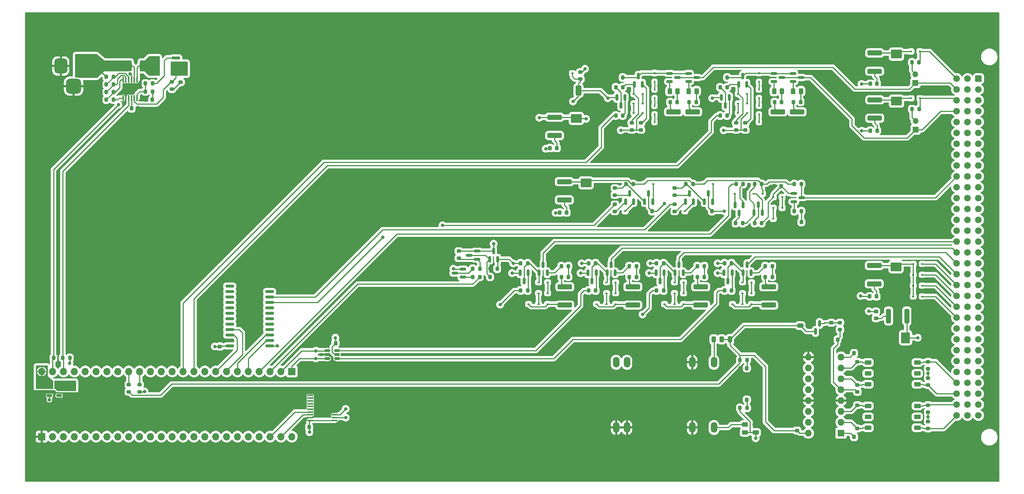
<source format=gtl>
G04 #@! TF.GenerationSoftware,KiCad,Pcbnew,(6.0.2)*
G04 #@! TF.CreationDate,2022-03-07T19:03:18-08:00*
G04 #@! TF.ProjectId,driver_test,64726976-6572-45f7-9465-73742e6b6963,rev?*
G04 #@! TF.SameCoordinates,Original*
G04 #@! TF.FileFunction,Copper,L1,Top*
G04 #@! TF.FilePolarity,Positive*
%FSLAX46Y46*%
G04 Gerber Fmt 4.6, Leading zero omitted, Abs format (unit mm)*
G04 Created by KiCad (PCBNEW (6.0.2)) date 2022-03-07 19:03:18*
%MOMM*%
%LPD*%
G01*
G04 APERTURE LIST*
G04 Aperture macros list*
%AMRoundRect*
0 Rectangle with rounded corners*
0 $1 Rounding radius*
0 $2 $3 $4 $5 $6 $7 $8 $9 X,Y pos of 4 corners*
0 Add a 4 corners polygon primitive as box body*
4,1,4,$2,$3,$4,$5,$6,$7,$8,$9,$2,$3,0*
0 Add four circle primitives for the rounded corners*
1,1,$1+$1,$2,$3*
1,1,$1+$1,$4,$5*
1,1,$1+$1,$6,$7*
1,1,$1+$1,$8,$9*
0 Add four rect primitives between the rounded corners*
20,1,$1+$1,$2,$3,$4,$5,0*
20,1,$1+$1,$4,$5,$6,$7,0*
20,1,$1+$1,$6,$7,$8,$9,0*
20,1,$1+$1,$8,$9,$2,$3,0*%
G04 Aperture macros list end*
G04 #@! TA.AperFunction,SMDPad,CuDef*
%ADD10RoundRect,0.150000X0.825000X0.150000X-0.825000X0.150000X-0.825000X-0.150000X0.825000X-0.150000X0*%
G04 #@! TD*
G04 #@! TA.AperFunction,SMDPad,CuDef*
%ADD11RoundRect,0.200000X0.200000X0.275000X-0.200000X0.275000X-0.200000X-0.275000X0.200000X-0.275000X0*%
G04 #@! TD*
G04 #@! TA.AperFunction,SMDPad,CuDef*
%ADD12R,0.600000X0.450000*%
G04 #@! TD*
G04 #@! TA.AperFunction,SMDPad,CuDef*
%ADD13RoundRect,0.250000X-1.450000X0.312500X-1.450000X-0.312500X1.450000X-0.312500X1.450000X0.312500X0*%
G04 #@! TD*
G04 #@! TA.AperFunction,SMDPad,CuDef*
%ADD14RoundRect,0.250000X-0.312500X-1.450000X0.312500X-1.450000X0.312500X1.450000X-0.312500X1.450000X0*%
G04 #@! TD*
G04 #@! TA.AperFunction,SMDPad,CuDef*
%ADD15RoundRect,0.200000X-0.275000X0.200000X-0.275000X-0.200000X0.275000X-0.200000X0.275000X0.200000X0*%
G04 #@! TD*
G04 #@! TA.AperFunction,SMDPad,CuDef*
%ADD16R,0.450000X0.600000*%
G04 #@! TD*
G04 #@! TA.AperFunction,SMDPad,CuDef*
%ADD17RoundRect,0.250000X0.450000X-0.262500X0.450000X0.262500X-0.450000X0.262500X-0.450000X-0.262500X0*%
G04 #@! TD*
G04 #@! TA.AperFunction,SMDPad,CuDef*
%ADD18RoundRect,0.150000X0.150000X-0.587500X0.150000X0.587500X-0.150000X0.587500X-0.150000X-0.587500X0*%
G04 #@! TD*
G04 #@! TA.AperFunction,SMDPad,CuDef*
%ADD19RoundRect,0.250000X0.550000X0.250000X-0.550000X0.250000X-0.550000X-0.250000X0.550000X-0.250000X0*%
G04 #@! TD*
G04 #@! TA.AperFunction,SMDPad,CuDef*
%ADD20RoundRect,0.200000X-0.200000X-0.275000X0.200000X-0.275000X0.200000X0.275000X-0.200000X0.275000X0*%
G04 #@! TD*
G04 #@! TA.AperFunction,ComponentPad*
%ADD21R,1.350000X1.350000*%
G04 #@! TD*
G04 #@! TA.AperFunction,ComponentPad*
%ADD22O,1.350000X1.350000*%
G04 #@! TD*
G04 #@! TA.AperFunction,SMDPad,CuDef*
%ADD23RoundRect,0.150000X-0.587500X-0.150000X0.587500X-0.150000X0.587500X0.150000X-0.587500X0.150000X0*%
G04 #@! TD*
G04 #@! TA.AperFunction,SMDPad,CuDef*
%ADD24RoundRect,0.200000X0.275000X-0.200000X0.275000X0.200000X-0.275000X0.200000X-0.275000X-0.200000X0*%
G04 #@! TD*
G04 #@! TA.AperFunction,SMDPad,CuDef*
%ADD25RoundRect,0.250000X1.450000X-0.312500X1.450000X0.312500X-1.450000X0.312500X-1.450000X-0.312500X0*%
G04 #@! TD*
G04 #@! TA.AperFunction,SMDPad,CuDef*
%ADD26RoundRect,0.250000X-0.475000X0.250000X-0.475000X-0.250000X0.475000X-0.250000X0.475000X0.250000X0*%
G04 #@! TD*
G04 #@! TA.AperFunction,SMDPad,CuDef*
%ADD27RoundRect,0.218750X0.256250X-0.218750X0.256250X0.218750X-0.256250X0.218750X-0.256250X-0.218750X0*%
G04 #@! TD*
G04 #@! TA.AperFunction,SMDPad,CuDef*
%ADD28RoundRect,0.150000X-0.150000X0.587500X-0.150000X-0.587500X0.150000X-0.587500X0.150000X0.587500X0*%
G04 #@! TD*
G04 #@! TA.AperFunction,ComponentPad*
%ADD29R,1.700000X1.700000*%
G04 #@! TD*
G04 #@! TA.AperFunction,ComponentPad*
%ADD30O,1.700000X1.700000*%
G04 #@! TD*
G04 #@! TA.AperFunction,SMDPad,CuDef*
%ADD31RoundRect,0.150000X0.587500X0.150000X-0.587500X0.150000X-0.587500X-0.150000X0.587500X-0.150000X0*%
G04 #@! TD*
G04 #@! TA.AperFunction,SMDPad,CuDef*
%ADD32RoundRect,0.250000X-0.262500X-0.450000X0.262500X-0.450000X0.262500X0.450000X-0.262500X0.450000X0*%
G04 #@! TD*
G04 #@! TA.AperFunction,SMDPad,CuDef*
%ADD33RoundRect,0.225000X0.225000X0.250000X-0.225000X0.250000X-0.225000X-0.250000X0.225000X-0.250000X0*%
G04 #@! TD*
G04 #@! TA.AperFunction,SMDPad,CuDef*
%ADD34RoundRect,0.225000X-0.250000X0.225000X-0.250000X-0.225000X0.250000X-0.225000X0.250000X0.225000X0*%
G04 #@! TD*
G04 #@! TA.AperFunction,SMDPad,CuDef*
%ADD35RoundRect,0.150000X-0.512500X-0.150000X0.512500X-0.150000X0.512500X0.150000X-0.512500X0.150000X0*%
G04 #@! TD*
G04 #@! TA.AperFunction,SMDPad,CuDef*
%ADD36RoundRect,0.100000X0.637500X0.100000X-0.637500X0.100000X-0.637500X-0.100000X0.637500X-0.100000X0*%
G04 #@! TD*
G04 #@! TA.AperFunction,SMDPad,CuDef*
%ADD37RoundRect,0.100000X-0.100000X0.625000X-0.100000X-0.625000X0.100000X-0.625000X0.100000X0.625000X0*%
G04 #@! TD*
G04 #@! TA.AperFunction,SMDPad,CuDef*
%ADD38RoundRect,0.218750X0.218750X0.256250X-0.218750X0.256250X-0.218750X-0.256250X0.218750X-0.256250X0*%
G04 #@! TD*
G04 #@! TA.AperFunction,SMDPad,CuDef*
%ADD39RoundRect,0.250000X-0.312500X-0.625000X0.312500X-0.625000X0.312500X0.625000X-0.312500X0.625000X0*%
G04 #@! TD*
G04 #@! TA.AperFunction,ComponentPad*
%ADD40O,1.500000X2.500000*%
G04 #@! TD*
G04 #@! TA.AperFunction,SMDPad,CuDef*
%ADD41RoundRect,0.250000X-1.025000X0.787500X-1.025000X-0.787500X1.025000X-0.787500X1.025000X0.787500X0*%
G04 #@! TD*
G04 #@! TA.AperFunction,ComponentPad*
%ADD42R,1.600000X1.600000*%
G04 #@! TD*
G04 #@! TA.AperFunction,ComponentPad*
%ADD43O,1.600000X1.600000*%
G04 #@! TD*
G04 #@! TA.AperFunction,SMDPad,CuDef*
%ADD44RoundRect,0.225000X-0.225000X-0.250000X0.225000X-0.250000X0.225000X0.250000X-0.225000X0.250000X0*%
G04 #@! TD*
G04 #@! TA.AperFunction,ComponentPad*
%ADD45C,3.810000*%
G04 #@! TD*
G04 #@! TA.AperFunction,SMDPad,CuDef*
%ADD46RoundRect,0.225000X0.250000X-0.225000X0.250000X0.225000X-0.250000X0.225000X-0.250000X-0.225000X0*%
G04 #@! TD*
G04 #@! TA.AperFunction,SMDPad,CuDef*
%ADD47RoundRect,0.218750X-0.218750X-0.256250X0.218750X-0.256250X0.218750X0.256250X-0.218750X0.256250X0*%
G04 #@! TD*
G04 #@! TA.AperFunction,SMDPad,CuDef*
%ADD48RoundRect,0.250000X0.412500X0.925000X-0.412500X0.925000X-0.412500X-0.925000X0.412500X-0.925000X0*%
G04 #@! TD*
G04 #@! TA.AperFunction,ComponentPad*
%ADD49R,3.500000X4.000000*%
G04 #@! TD*
G04 #@! TA.AperFunction,ComponentPad*
%ADD50RoundRect,0.750000X-0.750000X-1.000000X0.750000X-1.000000X0.750000X1.000000X-0.750000X1.000000X0*%
G04 #@! TD*
G04 #@! TA.AperFunction,ComponentPad*
%ADD51RoundRect,0.875000X-0.875000X-0.875000X0.875000X-0.875000X0.875000X0.875000X-0.875000X0.875000X0*%
G04 #@! TD*
G04 #@! TA.AperFunction,SMDPad,CuDef*
%ADD52RoundRect,0.250000X0.475000X-0.250000X0.475000X0.250000X-0.475000X0.250000X-0.475000X-0.250000X0*%
G04 #@! TD*
G04 #@! TA.AperFunction,ComponentPad*
%ADD53RoundRect,0.249999X-0.525001X0.525001X-0.525001X-0.525001X0.525001X-0.525001X0.525001X0.525001X0*%
G04 #@! TD*
G04 #@! TA.AperFunction,ComponentPad*
%ADD54C,1.550000*%
G04 #@! TD*
G04 #@! TA.AperFunction,SMDPad,CuDef*
%ADD55RoundRect,0.250000X0.787500X1.025000X-0.787500X1.025000X-0.787500X-1.025000X0.787500X-1.025000X0*%
G04 #@! TD*
G04 #@! TA.AperFunction,SMDPad,CuDef*
%ADD56RoundRect,0.150000X0.875000X0.150000X-0.875000X0.150000X-0.875000X-0.150000X0.875000X-0.150000X0*%
G04 #@! TD*
G04 #@! TA.AperFunction,SMDPad,CuDef*
%ADD57RoundRect,0.250000X-0.250000X-0.475000X0.250000X-0.475000X0.250000X0.475000X-0.250000X0.475000X0*%
G04 #@! TD*
G04 #@! TA.AperFunction,SMDPad,CuDef*
%ADD58RoundRect,0.250000X0.262500X0.450000X-0.262500X0.450000X-0.262500X-0.450000X0.262500X-0.450000X0*%
G04 #@! TD*
G04 #@! TA.AperFunction,ViaPad*
%ADD59C,0.800000*%
G04 #@! TD*
G04 #@! TA.AperFunction,Conductor*
%ADD60C,0.254000*%
G04 #@! TD*
G04 APERTURE END LIST*
D10*
X61174500Y-40360500D03*
X61174500Y-39090500D03*
X61174500Y-37820500D03*
X61174500Y-36550500D03*
X56224500Y-36550500D03*
X56224500Y-37820500D03*
X56224500Y-39090500D03*
X56224500Y-40360500D03*
D11*
X186372000Y-72390000D03*
X184722000Y-72390000D03*
X165544000Y-50038000D03*
X163894000Y-50038000D03*
D12*
X189069000Y-94107000D03*
X191169000Y-94107000D03*
D13*
X181864000Y-49170500D03*
X181864000Y-53445500D03*
D14*
X227627000Y-96901000D03*
X231902000Y-96901000D03*
D15*
X236855000Y-107570000D03*
X236855000Y-109220000D03*
D11*
X168719000Y-87757000D03*
X167069000Y-87757000D03*
D16*
X197358000Y-46008000D03*
X197358000Y-43908000D03*
D13*
X152019000Y-90064500D03*
X152019000Y-94339500D03*
D17*
X194056000Y-124102500D03*
X194056000Y-122277500D03*
D18*
X192598000Y-42720500D03*
X194498000Y-42720500D03*
X193548000Y-40845500D03*
D19*
X234350000Y-112840000D03*
X234350000Y-110300000D03*
X234350000Y-107760000D03*
X222850000Y-112840000D03*
X222850000Y-110300000D03*
X222850000Y-107760000D03*
D12*
X235492000Y-87249000D03*
X233392000Y-87249000D03*
D13*
X177419000Y-49170500D03*
X177419000Y-53445500D03*
D12*
X172627000Y-66040000D03*
X170527000Y-66040000D03*
D15*
X52705000Y-112967000D03*
X52705000Y-114617000D03*
D20*
X182944000Y-85217000D03*
X184594000Y-85217000D03*
D21*
X233934000Y-53340000D03*
D22*
X233934000Y-51340000D03*
D23*
X180926500Y-40198000D03*
X180926500Y-42098000D03*
X182801500Y-41148000D03*
D18*
X166182000Y-70152500D03*
X168082000Y-70152500D03*
X167132000Y-68277500D03*
D11*
X207264000Y-74930000D03*
X205614000Y-74930000D03*
D15*
X127254000Y-81725000D03*
X127254000Y-83375000D03*
D13*
X206248000Y-49170500D03*
X206248000Y-53445500D03*
D16*
X172974000Y-42198000D03*
X172974000Y-40098000D03*
D24*
X220345000Y-123190000D03*
X220345000Y-121540000D03*
D12*
X182152000Y-72390000D03*
X180052000Y-72390000D03*
D20*
X157544000Y-84582000D03*
X159194000Y-84582000D03*
D13*
X183769000Y-90064500D03*
X183769000Y-94339500D03*
D24*
X167640000Y-53403000D03*
X167640000Y-51753000D03*
D25*
X224409000Y-50646000D03*
X224409000Y-46371000D03*
D12*
X196118000Y-68326000D03*
X198218000Y-68326000D03*
D26*
X196596000Y-122240000D03*
X196596000Y-124140000D03*
D27*
X224684500Y-97434500D03*
X224684500Y-95859500D03*
D11*
X184594000Y-87757000D03*
X182944000Y-87757000D03*
D20*
X130493000Y-87757000D03*
X132143000Y-87757000D03*
D28*
X211516000Y-98630500D03*
X209616000Y-98630500D03*
X210566000Y-100505500D03*
X159319000Y-86819500D03*
X157419000Y-86819500D03*
X158369000Y-88694500D03*
D24*
X220345000Y-109220000D03*
X220345000Y-107570000D03*
D11*
X193548000Y-75184000D03*
X191898000Y-75184000D03*
D29*
X88265000Y-109855000D03*
D30*
X85725000Y-109855000D03*
X83185000Y-109855000D03*
X80645000Y-109855000D03*
X78105000Y-109855000D03*
X75565000Y-109855000D03*
X73025000Y-109855000D03*
X70485000Y-109855000D03*
X67945000Y-109855000D03*
X65405000Y-109855000D03*
X62865000Y-109855000D03*
X60325000Y-109855000D03*
X57785000Y-109855000D03*
X55245000Y-109855000D03*
X52705000Y-109855000D03*
X50165000Y-109855000D03*
X47625000Y-109855000D03*
X45085000Y-109855000D03*
X42545000Y-109855000D03*
X40005000Y-109855000D03*
X37465000Y-109855000D03*
X34925000Y-109855000D03*
X32385000Y-109855000D03*
X29845000Y-109855000D03*
D12*
X194598000Y-47244000D03*
X192498000Y-47244000D03*
D11*
X207073000Y-46863000D03*
X205423000Y-46863000D03*
D18*
X170627000Y-70152500D03*
X172527000Y-70152500D03*
X171577000Y-68277500D03*
D11*
X200469000Y-87757000D03*
X198819000Y-87757000D03*
D12*
X195614000Y-94107000D03*
X193514000Y-94107000D03*
D11*
X193675000Y-66040000D03*
X192025000Y-66040000D03*
D31*
X131493500Y-83627000D03*
X131493500Y-81727000D03*
X129618500Y-82677000D03*
D24*
X163703000Y-72453000D03*
X163703000Y-70803000D03*
D11*
X136207000Y-85852000D03*
X134557000Y-85852000D03*
X152844000Y-87757000D03*
X151194000Y-87757000D03*
D12*
X234984000Y-45990000D03*
X232884000Y-45990000D03*
D20*
X205614000Y-72390000D03*
X207264000Y-72390000D03*
D13*
X201803000Y-49170500D03*
X201803000Y-53445500D03*
D29*
X29845000Y-125095000D03*
D30*
X32385000Y-125095000D03*
X34925000Y-125095000D03*
X37465000Y-125095000D03*
X40005000Y-125095000D03*
X42545000Y-125095000D03*
X45085000Y-125095000D03*
X47625000Y-125095000D03*
X50165000Y-125095000D03*
X52705000Y-125095000D03*
X55245000Y-125095000D03*
X57785000Y-125095000D03*
X60325000Y-125095000D03*
X62865000Y-125095000D03*
X65405000Y-125095000D03*
X67945000Y-125095000D03*
X70485000Y-125095000D03*
X73025000Y-125095000D03*
X75565000Y-125095000D03*
X78105000Y-125095000D03*
X80645000Y-125095000D03*
X83185000Y-125095000D03*
X85725000Y-125095000D03*
X88265000Y-125095000D03*
D32*
X205335500Y-44323000D03*
X207160500Y-44323000D03*
D11*
X202565000Y-66548000D03*
X200915000Y-66548000D03*
D12*
X163864000Y-89027000D03*
X161764000Y-89027000D03*
D21*
X233900000Y-42402000D03*
D22*
X233900000Y-40402000D03*
D33*
X221120000Y-105601000D03*
X219570000Y-105601000D03*
D34*
X35941000Y-113779000D03*
X35941000Y-115329000D03*
D35*
X31628500Y-113604000D03*
X31628500Y-114554000D03*
X31628500Y-115504000D03*
X33903500Y-115504000D03*
X33903500Y-113604000D03*
D36*
X98264900Y-121289000D03*
X98264900Y-120639000D03*
X98264900Y-119989000D03*
X98264900Y-119339000D03*
X98264900Y-118689000D03*
X98264900Y-118039000D03*
X98264900Y-117389000D03*
X98264900Y-116739000D03*
X98264900Y-116089000D03*
X98264900Y-115439000D03*
X92539900Y-115439000D03*
X92539900Y-116089000D03*
X92539900Y-116739000D03*
X92539900Y-117389000D03*
X92539900Y-118039000D03*
X92539900Y-118689000D03*
X92539900Y-119339000D03*
X92539900Y-119989000D03*
X92539900Y-120639000D03*
X92539900Y-121289000D03*
D18*
X193614000Y-86789500D03*
X195514000Y-86789500D03*
X194564000Y-84914500D03*
D34*
X206248000Y-123685000D03*
X206248000Y-125235000D03*
D20*
X192914000Y-118364000D03*
X194564000Y-118364000D03*
D28*
X175194000Y-86819500D03*
X173294000Y-86819500D03*
X174244000Y-88694500D03*
D12*
X179739000Y-94107000D03*
X177639000Y-94107000D03*
X186597000Y-66040000D03*
X184497000Y-66040000D03*
D16*
X172974000Y-49818000D03*
X172974000Y-47718000D03*
D15*
X60223500Y-42202500D03*
X60223500Y-43852500D03*
D37*
X52095500Y-41639500D03*
X51445500Y-41639500D03*
X50795500Y-41639500D03*
X50145500Y-41639500D03*
X49495500Y-41639500D03*
X48845500Y-41639500D03*
X48845500Y-45939500D03*
X49495500Y-45939500D03*
X50145500Y-45939500D03*
X50795500Y-45939500D03*
X51445500Y-45939500D03*
X52095500Y-45939500D03*
D20*
X167069000Y-85217000D03*
X168719000Y-85217000D03*
D11*
X167957000Y-66040000D03*
X166307000Y-66040000D03*
D23*
X176481500Y-40198000D03*
X176481500Y-42098000D03*
X178356500Y-41148000D03*
D31*
X128191500Y-87818000D03*
X128191500Y-85918000D03*
X126316500Y-86868000D03*
D12*
X141444000Y-94107000D03*
X143544000Y-94107000D03*
D32*
X200890500Y-44323000D03*
X202715500Y-44323000D03*
D11*
X182689000Y-46863000D03*
X181039000Y-46863000D03*
D38*
X224815500Y-92307500D03*
X223240500Y-92307500D03*
D39*
X50328800Y-38455500D03*
X53253800Y-38455500D03*
D12*
X193514000Y-91567000D03*
X195614000Y-91567000D03*
D40*
X163984000Y-122965500D03*
X166524000Y-122965500D03*
X181764000Y-122965500D03*
X186844000Y-122965500D03*
X186844000Y-107725500D03*
X181764000Y-107725500D03*
X166524000Y-107725500D03*
X163984000Y-107725500D03*
D41*
X229362000Y-85385000D03*
X229362000Y-91610000D03*
D42*
X216525000Y-124280000D03*
D43*
X216525000Y-121740000D03*
X216525000Y-119200000D03*
X216525000Y-116660000D03*
X216525000Y-114120000D03*
X216525000Y-111580000D03*
X216525000Y-109040000D03*
X216525000Y-106500000D03*
X208905000Y-106500000D03*
X208905000Y-109040000D03*
X208905000Y-111580000D03*
X208905000Y-114120000D03*
X208905000Y-116660000D03*
X208905000Y-119200000D03*
X208905000Y-121740000D03*
X208905000Y-124280000D03*
D20*
X196343000Y-75184000D03*
X197993000Y-75184000D03*
D12*
X173194000Y-94107000D03*
X175294000Y-94107000D03*
D20*
X205614000Y-66040000D03*
X207264000Y-66040000D03*
D12*
X234950000Y-35052000D03*
X232850000Y-35052000D03*
D18*
X184597000Y-70152500D03*
X186497000Y-70152500D03*
X185547000Y-68277500D03*
D24*
X169799000Y-53403000D03*
X169799000Y-51753000D03*
D44*
X50812500Y-48361500D03*
X52362500Y-48361500D03*
D11*
X175069000Y-90932000D03*
X173419000Y-90932000D03*
X197993000Y-66040000D03*
X196343000Y-66040000D03*
X55714500Y-42519500D03*
X54064500Y-42519500D03*
D19*
X234350000Y-123000000D03*
X234350000Y-120460000D03*
X234350000Y-117920000D03*
X222850000Y-123000000D03*
X222850000Y-120460000D03*
X222850000Y-117920000D03*
D12*
X235492000Y-89789000D03*
X233392000Y-89789000D03*
D11*
X132143000Y-85852000D03*
X130493000Y-85852000D03*
D20*
X141669000Y-84582000D03*
X143319000Y-84582000D03*
D34*
X71423000Y-102476000D03*
X71423000Y-104026000D03*
D18*
X180152000Y-70152500D03*
X182052000Y-70152500D03*
X181102000Y-68277500D03*
D33*
X221120000Y-125159000D03*
X219570000Y-125159000D03*
D45*
X58166000Y-28257500D03*
D23*
X200865500Y-40198000D03*
X200865500Y-42098000D03*
X202740500Y-41148000D03*
D12*
X202790000Y-74168000D03*
X200690000Y-74168000D03*
D15*
X216281000Y-98426000D03*
X216281000Y-100076000D03*
D25*
X149606000Y-54694000D03*
X149606000Y-50419000D03*
D38*
X150139500Y-57636500D03*
X148564500Y-57636500D03*
D12*
X168114000Y-44958000D03*
X170214000Y-44958000D03*
D11*
X32575000Y-106680000D03*
X30925000Y-106680000D03*
D12*
X179739000Y-89027000D03*
X177639000Y-89027000D03*
X202790000Y-69088000D03*
X200690000Y-69088000D03*
D15*
X50165000Y-112967000D03*
X50165000Y-114617000D03*
D32*
X176506500Y-44323000D03*
X178331500Y-44323000D03*
D18*
X161864000Y-86789500D03*
X163764000Y-86789500D03*
X162814000Y-84914500D03*
D16*
X197358000Y-42198000D03*
X197358000Y-40098000D03*
D33*
X93840600Y-122885200D03*
X92290600Y-122885200D03*
D38*
X224908500Y-42607500D03*
X223333500Y-42607500D03*
D11*
X172402000Y-72390000D03*
X170752000Y-72390000D03*
D20*
X189294000Y-84582000D03*
X190944000Y-84582000D03*
D38*
X152425500Y-72706500D03*
X150850500Y-72706500D03*
D25*
X224282000Y-89365000D03*
X224282000Y-85090000D03*
D41*
X229455000Y-35685000D03*
X229455000Y-41910000D03*
D12*
X157319000Y-94107000D03*
X159419000Y-94107000D03*
D11*
X202628000Y-46863000D03*
X200978000Y-46863000D03*
D45*
X157226000Y-28257500D03*
D12*
X147989000Y-94107000D03*
X145889000Y-94107000D03*
D38*
X194526500Y-116459000D03*
X192951500Y-116459000D03*
D11*
X165544000Y-43434000D03*
X163894000Y-43434000D03*
D46*
X220345000Y-116155000D03*
X220345000Y-114605000D03*
D11*
X46570500Y-40995500D03*
X44920500Y-40995500D03*
D46*
X29591000Y-114897200D03*
X29591000Y-113347200D03*
D12*
X168114000Y-49403000D03*
X170214000Y-49403000D03*
D11*
X165544000Y-41148000D03*
X163894000Y-41148000D03*
D28*
X191069000Y-86819500D03*
X189169000Y-86819500D03*
X190119000Y-88694500D03*
D12*
X170214000Y-47244000D03*
X168114000Y-47244000D03*
D24*
X220345000Y-113030000D03*
X220345000Y-111380000D03*
D18*
X177739000Y-86789500D03*
X179639000Y-86789500D03*
X178689000Y-84914500D03*
D47*
X192951500Y-109093000D03*
X194526500Y-109093000D03*
D24*
X177673000Y-72453000D03*
X177673000Y-70803000D03*
D28*
X143444000Y-86819500D03*
X141544000Y-86819500D03*
X142494000Y-88694500D03*
D12*
X235492000Y-84709000D03*
X233392000Y-84709000D03*
D45*
X107696000Y-133286500D03*
D15*
X163703000Y-66993000D03*
X163703000Y-68643000D03*
D13*
X199644000Y-90064500D03*
X199644000Y-94339500D03*
D48*
X155194000Y-44196000D03*
X152119000Y-44196000D03*
D23*
X205501500Y-68265000D03*
X205501500Y-70165000D03*
X207376500Y-69215000D03*
D45*
X107696000Y-28257500D03*
D15*
X236855000Y-121540000D03*
X236855000Y-123190000D03*
D18*
X145989000Y-86789500D03*
X147889000Y-86789500D03*
X146939000Y-84914500D03*
D27*
X62255500Y-43815000D03*
X62255500Y-42240000D03*
D12*
X147989000Y-89027000D03*
X145889000Y-89027000D03*
D13*
X167894000Y-90064500D03*
X167894000Y-94339500D03*
D12*
X168182000Y-72390000D03*
X166082000Y-72390000D03*
D18*
X134432000Y-83614500D03*
X136332000Y-83614500D03*
X135382000Y-81739500D03*
D11*
X46570500Y-42773500D03*
X44920500Y-42773500D03*
D49*
X40284500Y-38455500D03*
D50*
X34284500Y-38455500D03*
D51*
X37284500Y-43155500D03*
D12*
X145889000Y-91567000D03*
X147989000Y-91567000D03*
D16*
X172974000Y-53628000D03*
X172974000Y-51528000D03*
D12*
X235492000Y-92329000D03*
X233392000Y-92329000D03*
X192498000Y-44958000D03*
X194598000Y-44958000D03*
D34*
X214249000Y-98476000D03*
X214249000Y-100026000D03*
D11*
X46570500Y-44551500D03*
X44920500Y-44551500D03*
D12*
X161764000Y-91567000D03*
X163864000Y-91567000D03*
D11*
X189928000Y-41148000D03*
X188278000Y-41148000D03*
D45*
X58166000Y-133286500D03*
D35*
X96531000Y-104968000D03*
X96531000Y-105918000D03*
X96531000Y-106868000D03*
X98806000Y-106868000D03*
X98806000Y-105918000D03*
X98806000Y-104968000D03*
D28*
X166050000Y-45798500D03*
X164150000Y-45798500D03*
X165100000Y-47673500D03*
D20*
X151194000Y-85217000D03*
X152844000Y-85217000D03*
X233075000Y-37592000D03*
X234725000Y-37592000D03*
D23*
X205310500Y-40198000D03*
X205310500Y-42098000D03*
X207185500Y-41148000D03*
D24*
X220345000Y-119380000D03*
X220345000Y-117730000D03*
D41*
X156972000Y-65784000D03*
X156972000Y-72009000D03*
D15*
X177673000Y-66993000D03*
X177673000Y-68643000D03*
X236855000Y-117730000D03*
X236855000Y-119380000D03*
D52*
X207010000Y-101026000D03*
X207010000Y-99126000D03*
D11*
X215709000Y-102426000D03*
X214059000Y-102426000D03*
D20*
X198819000Y-85217000D03*
X200469000Y-85217000D03*
D12*
X192498000Y-49403000D03*
X194598000Y-49403000D03*
D41*
X229489000Y-46666000D03*
X229489000Y-52891000D03*
D24*
X192024000Y-53403000D03*
X192024000Y-51753000D03*
D28*
X193673000Y-70944500D03*
X191773000Y-70944500D03*
X192723000Y-72819500D03*
D53*
X248634600Y-41402000D03*
D54*
X248634600Y-43942000D03*
X248634600Y-46482000D03*
X248634600Y-49022000D03*
X248634600Y-51562000D03*
X248634600Y-54102000D03*
X248634600Y-56642000D03*
X248634600Y-59182000D03*
X248634600Y-61722000D03*
X248634600Y-64262000D03*
X248634600Y-66802000D03*
X248634600Y-69342000D03*
X248634600Y-71882000D03*
X248634600Y-74422000D03*
X248634600Y-76962000D03*
X248634600Y-79502000D03*
X248634600Y-82042000D03*
X248634600Y-84582000D03*
X248634600Y-87122000D03*
X248634600Y-89662000D03*
X248634600Y-92202000D03*
X248634600Y-94742000D03*
X248634600Y-97282000D03*
X248634600Y-99822000D03*
X248634600Y-102362000D03*
X248634600Y-104902000D03*
X248634600Y-107442000D03*
X248634600Y-109982000D03*
X248634600Y-112522000D03*
X248634600Y-115062000D03*
X248634600Y-117602000D03*
X248634600Y-120142000D03*
X246094600Y-41402000D03*
X246094600Y-43942000D03*
X246094600Y-46482000D03*
X246094600Y-49022000D03*
X246094600Y-51562000D03*
X246094600Y-54102000D03*
X246094600Y-56642000D03*
X246094600Y-59182000D03*
X246094600Y-61722000D03*
X246094600Y-64262000D03*
X246094600Y-66802000D03*
X246094600Y-69342000D03*
X246094600Y-71882000D03*
X246094600Y-74422000D03*
X246094600Y-76962000D03*
X246094600Y-79502000D03*
X246094600Y-82042000D03*
X246094600Y-84582000D03*
X246094600Y-87122000D03*
X246094600Y-89662000D03*
X246094600Y-92202000D03*
X246094600Y-94742000D03*
X246094600Y-97282000D03*
X246094600Y-99822000D03*
X246094600Y-102362000D03*
X246094600Y-104902000D03*
X246094600Y-107442000D03*
X246094600Y-109982000D03*
X246094600Y-112522000D03*
X246094600Y-115062000D03*
X246094600Y-117602000D03*
X246094600Y-120142000D03*
X243554600Y-41402000D03*
X243554600Y-43942000D03*
X243554600Y-46482000D03*
X243554600Y-49022000D03*
X243554600Y-51562000D03*
X243554600Y-54102000D03*
X243554600Y-56642000D03*
X243554600Y-59182000D03*
X243554600Y-61722000D03*
X243554600Y-64262000D03*
X243554600Y-66802000D03*
X243554600Y-69342000D03*
X243554600Y-71882000D03*
X243554600Y-74422000D03*
X243554600Y-76962000D03*
X243554600Y-79502000D03*
X243554600Y-82042000D03*
X243554600Y-84582000D03*
X243554600Y-87122000D03*
X243554600Y-89662000D03*
X243554600Y-92202000D03*
X243554600Y-94742000D03*
X243554600Y-97282000D03*
X243554600Y-99822000D03*
X243554600Y-102362000D03*
X243554600Y-104902000D03*
X243554600Y-107442000D03*
X243554600Y-109982000D03*
X243554600Y-112522000D03*
X243554600Y-115062000D03*
X243554600Y-117602000D03*
X243554600Y-120142000D03*
D11*
X36385000Y-106680000D03*
X34735000Y-106680000D03*
X189928000Y-43434000D03*
X188278000Y-43434000D03*
D41*
X154686000Y-50714000D03*
X154686000Y-56939000D03*
D11*
X189928000Y-50038000D03*
X188278000Y-50038000D03*
D20*
X173419000Y-84582000D03*
X175069000Y-84582000D03*
D55*
X231607000Y-101981000D03*
X225382000Y-101981000D03*
D11*
X46570500Y-46329500D03*
X44920500Y-46329500D03*
X143319000Y-90932000D03*
X141669000Y-90932000D03*
D33*
X55664500Y-46329500D03*
X54114500Y-46329500D03*
D24*
X155666500Y-41496000D03*
X155666500Y-39846000D03*
D15*
X236855000Y-111380000D03*
X236855000Y-113030000D03*
D25*
X224375000Y-39665000D03*
X224375000Y-35390000D03*
D12*
X193773000Y-68326000D03*
X191673000Y-68326000D03*
X151695500Y-40163000D03*
X153795500Y-40163000D03*
D16*
X197358000Y-53628000D03*
X197358000Y-51528000D03*
D12*
X163864000Y-94107000D03*
X161764000Y-94107000D03*
D56*
X83058000Y-103886000D03*
X83058000Y-102616000D03*
X83058000Y-101346000D03*
X83058000Y-100076000D03*
X83058000Y-98806000D03*
X83058000Y-97536000D03*
X83058000Y-96266000D03*
X83058000Y-94996000D03*
X83058000Y-93726000D03*
X83058000Y-92456000D03*
X83058000Y-91186000D03*
X83058000Y-89916000D03*
X73758000Y-89916000D03*
X73758000Y-91186000D03*
X73758000Y-92456000D03*
X73758000Y-93726000D03*
X73758000Y-94996000D03*
X73758000Y-96266000D03*
X73758000Y-97536000D03*
X73758000Y-98806000D03*
X73758000Y-100076000D03*
X73758000Y-101346000D03*
X73758000Y-102616000D03*
X73758000Y-103886000D03*
D18*
X196218000Y-72755500D03*
X198118000Y-72755500D03*
X197168000Y-70880500D03*
X168214000Y-42720500D03*
X170114000Y-42720500D03*
X169164000Y-40845500D03*
D12*
X195614000Y-89027000D03*
X193514000Y-89027000D03*
D32*
X180951500Y-44323000D03*
X182776500Y-44323000D03*
D11*
X178244000Y-46863000D03*
X176594000Y-46863000D03*
D28*
X190434000Y-45798500D03*
X188534000Y-45798500D03*
X189484000Y-47673500D03*
D20*
X134557000Y-87757000D03*
X136207000Y-87757000D03*
D57*
X190566000Y-102362000D03*
X192466000Y-102362000D03*
D11*
X55714500Y-44424500D03*
X54064500Y-44424500D03*
D25*
X151892000Y-69764000D03*
X151892000Y-65489000D03*
D24*
X194183000Y-53403000D03*
X194183000Y-51753000D03*
D11*
X159194000Y-90932000D03*
X157544000Y-90932000D03*
D38*
X224942500Y-53588500D03*
X223367500Y-53588500D03*
D20*
X233109000Y-48530000D03*
X234759000Y-48530000D03*
D11*
X181927000Y-66040000D03*
X180277000Y-66040000D03*
D20*
X192914000Y-107188000D03*
X194564000Y-107188000D03*
D12*
X177639000Y-91567000D03*
X179739000Y-91567000D03*
X200690000Y-71628000D03*
X202790000Y-71628000D03*
D16*
X172974000Y-46008000D03*
X172974000Y-43908000D03*
D58*
X188618500Y-102362000D03*
X186793500Y-102362000D03*
D33*
X98443500Y-103251000D03*
X96893500Y-103251000D03*
D16*
X197358000Y-49818000D03*
X197358000Y-47718000D03*
D11*
X190944000Y-90932000D03*
X189294000Y-90932000D03*
D45*
X157226000Y-133286500D03*
D59*
X227076000Y-91948000D03*
X154432000Y-72136000D03*
X227076000Y-42164000D03*
X226568000Y-53340000D03*
X29845000Y-106680000D03*
X193548000Y-102362000D03*
X158369000Y-92583000D03*
X209550000Y-97282000D03*
X98298000Y-114554000D03*
X181864000Y-55118000D03*
X63525500Y-43789500D03*
X196088000Y-53848000D03*
X190119000Y-92583000D03*
X174244000Y-92583000D03*
X212979000Y-102807000D03*
X33147000Y-116840000D03*
X95890500Y-103251000D03*
X163449000Y-39878000D03*
X183515000Y-73152000D03*
X49174500Y-47218500D03*
X206248000Y-55118000D03*
X37338000Y-115316000D03*
X177419000Y-55118000D03*
X142494000Y-92583000D03*
X204851000Y-125222000D03*
X194584103Y-67266103D03*
X84582000Y-89916000D03*
X207010000Y-102108000D03*
X70280000Y-102489000D03*
X192977000Y-115062000D03*
X53111500Y-46329500D03*
X222631000Y-105601000D03*
X199708000Y-67310000D03*
X203772000Y-72898000D03*
X171704000Y-53848000D03*
X169545000Y-73152000D03*
X95128500Y-105918000D03*
X93878400Y-124104400D03*
X220345000Y-110300000D03*
X201803000Y-55118000D03*
X220345000Y-120460000D03*
X192977000Y-110490000D03*
X91135200Y-121056400D03*
X222631000Y-125159000D03*
X137414000Y-88138000D03*
X154686000Y-58674000D03*
X29591000Y-116840000D03*
X197866000Y-122174000D03*
X187833000Y-39878000D03*
X150876000Y-44196000D03*
X53365500Y-48361500D03*
X203962000Y-75438000D03*
X223139000Y-101981000D03*
X37338000Y-112776000D03*
X92354400Y-124053600D03*
X70280000Y-104013000D03*
X37338000Y-113919000D03*
X84836000Y-103886000D03*
X36322000Y-107950000D03*
X98430500Y-101981000D03*
X31623000Y-116459000D03*
X196596000Y-125476000D03*
X236855000Y-120460000D03*
X236855000Y-110300000D03*
X234442000Y-101981000D03*
X165100000Y-53467000D03*
X135382000Y-80010000D03*
X189103000Y-53467000D03*
X156972000Y-50800000D03*
X146050000Y-50546000D03*
X63271500Y-40233500D03*
X149860000Y-72771000D03*
X221107000Y-92202000D03*
X147574000Y-57785000D03*
X156718000Y-39116000D03*
X63271500Y-39090500D03*
X221327000Y-42656000D03*
X221361000Y-53594000D03*
X63271500Y-37947500D03*
X223012000Y-95758000D03*
X175260000Y-70612000D03*
X189230000Y-72390000D03*
X53848000Y-114554000D03*
X93858500Y-106807000D03*
X170180000Y-96520000D03*
X136906000Y-94234000D03*
X93858500Y-105029000D03*
X47752000Y-47498000D03*
X50519763Y-40285236D03*
X139954000Y-84582000D03*
X155956000Y-84582000D03*
X171958000Y-84582000D03*
X187706000Y-84582000D03*
X123444000Y-75692000D03*
X109474000Y-78486000D03*
X100838000Y-120650000D03*
X100838000Y-118618000D03*
X171704000Y-86868000D03*
X162052000Y-45974000D03*
X139700000Y-86868000D03*
X186436000Y-45974000D03*
X125984000Y-85852000D03*
X155702000Y-86868000D03*
X153924000Y-46736000D03*
X187706000Y-86868000D03*
D60*
X61174500Y-36550500D02*
X59080500Y-36550500D01*
X61174500Y-40360500D02*
X61174500Y-41251500D01*
X61174500Y-41251500D02*
X60223500Y-42202500D01*
X227414000Y-91610000D02*
X227076000Y-91948000D01*
X229362000Y-91610000D02*
X227414000Y-91610000D01*
X154559000Y-72009000D02*
X154432000Y-72136000D01*
X156972000Y-72009000D02*
X154559000Y-72009000D01*
X227330000Y-41910000D02*
X227076000Y-42164000D01*
X229455000Y-41910000D02*
X227330000Y-41910000D01*
X227017000Y-52891000D02*
X226568000Y-53340000D01*
X229489000Y-52891000D02*
X227017000Y-52891000D01*
X197800000Y-122240000D02*
X197866000Y-122174000D01*
X206248000Y-125235000D02*
X204864000Y-125235000D01*
X220345000Y-116155000D02*
X219840000Y-116660000D01*
X202790000Y-74168000D02*
X202790000Y-73880000D01*
X170752000Y-72390000D02*
X170307000Y-72390000D01*
X92539900Y-120639000D02*
X91552600Y-120639000D01*
X189069000Y-93633000D02*
X190119000Y-92583000D01*
X205614000Y-74930000D02*
X204470000Y-74930000D01*
X157319000Y-94107000D02*
X157319000Y-93633000D01*
X96531000Y-105918000D02*
X95128500Y-105918000D01*
X220345000Y-111380000D02*
X220345000Y-110300000D01*
X151695500Y-41145000D02*
X152119000Y-41568500D01*
X206248000Y-53445500D02*
X206248000Y-55118000D01*
X98264900Y-119339000D02*
X98264900Y-114587100D01*
X70293000Y-102476000D02*
X70280000Y-102489000D01*
X152119000Y-44196000D02*
X150876000Y-44196000D01*
X173194000Y-94107000D02*
X173194000Y-93633000D01*
X168182000Y-72390000D02*
X168783000Y-72390000D01*
X193773000Y-68326000D02*
X193773000Y-68077206D01*
X209616000Y-98630500D02*
X209616000Y-97348000D01*
X204864000Y-125235000D02*
X204851000Y-125222000D01*
X196308000Y-53628000D02*
X196088000Y-53848000D01*
X222631000Y-105601000D02*
X221120000Y-105601000D01*
X134557000Y-86107000D02*
X136207000Y-87757000D01*
X182152000Y-72390000D02*
X182753000Y-72390000D01*
X54114500Y-46329500D02*
X53111500Y-46329500D01*
X189069000Y-94107000D02*
X189069000Y-93633000D01*
X182753000Y-72390000D02*
X183515000Y-73152000D01*
X197358000Y-53628000D02*
X196308000Y-53628000D01*
X184722000Y-72390000D02*
X184277000Y-72390000D01*
X214059000Y-102426000D02*
X213360000Y-102426000D01*
X177419000Y-53445500D02*
X177419000Y-55118000D01*
X91552600Y-120639000D02*
X91135200Y-121056400D01*
X163894000Y-40323000D02*
X163449000Y-39878000D01*
X200470000Y-66548000D02*
X199708000Y-67310000D01*
X196596000Y-122240000D02*
X197800000Y-122240000D01*
X214249000Y-102236000D02*
X214059000Y-102426000D01*
X71563000Y-102616000D02*
X71423000Y-102476000D01*
X181864000Y-53445500D02*
X181864000Y-55118000D01*
X157319000Y-93633000D02*
X158369000Y-92583000D01*
X219840000Y-116660000D02*
X216525000Y-116660000D01*
X154686000Y-56939000D02*
X154686000Y-58674000D01*
X213360000Y-102426000D02*
X212979000Y-102807000D01*
X136207000Y-87757000D02*
X137033000Y-87757000D01*
X96893500Y-103251000D02*
X95890500Y-103251000D01*
X214249000Y-100026000D02*
X214249000Y-102236000D01*
X63500000Y-43815000D02*
X63525500Y-43789500D01*
X192951500Y-116459000D02*
X192951500Y-115087500D01*
X134557000Y-85852000D02*
X134557000Y-86107000D01*
X207010000Y-101026000D02*
X207010000Y-102108000D01*
X172974000Y-53628000D02*
X171924000Y-53628000D01*
X137033000Y-87757000D02*
X137414000Y-88138000D01*
X151695500Y-40163000D02*
X151695500Y-41145000D01*
X141444000Y-93633000D02*
X142494000Y-92583000D01*
X168783000Y-72390000D02*
X169545000Y-73152000D01*
X30925000Y-106680000D02*
X29845000Y-106680000D01*
X225382000Y-101981000D02*
X223139000Y-101981000D01*
X209616000Y-97348000D02*
X209550000Y-97282000D01*
X202790000Y-73880000D02*
X203772000Y-72898000D01*
X184277000Y-72390000D02*
X183515000Y-73152000D01*
X221120000Y-125159000D02*
X222631000Y-125159000D01*
X93840600Y-122885200D02*
X93840600Y-124066600D01*
X49495500Y-45939500D02*
X49495500Y-46897500D01*
X163894000Y-41148000D02*
X163894000Y-40323000D01*
X171924000Y-53628000D02*
X171704000Y-53848000D01*
X152119000Y-41568500D02*
X152119000Y-44196000D01*
X73758000Y-102616000D02*
X71563000Y-102616000D01*
X83058000Y-89916000D02*
X84582000Y-89916000D01*
X49495500Y-46897500D02*
X49174500Y-47218500D01*
X204470000Y-74930000D02*
X203962000Y-75438000D01*
X192951500Y-110464500D02*
X192977000Y-110490000D01*
X192466000Y-102362000D02*
X193548000Y-102362000D01*
X220345000Y-119380000D02*
X220345000Y-120460000D01*
X62255500Y-43815000D02*
X63500000Y-43815000D01*
X170307000Y-72390000D02*
X169545000Y-73152000D01*
X220345000Y-109220000D02*
X220345000Y-110300000D01*
X52362500Y-48361500D02*
X53365500Y-48361500D01*
X220345000Y-121540000D02*
X220345000Y-120460000D01*
X192951500Y-115087500D02*
X192977000Y-115062000D01*
X71423000Y-102476000D02*
X70293000Y-102476000D01*
X200915000Y-66548000D02*
X200470000Y-66548000D01*
X188278000Y-41148000D02*
X188278000Y-40323000D01*
X188278000Y-40323000D02*
X187833000Y-39878000D01*
X141444000Y-94107000D02*
X141444000Y-93633000D01*
X201803000Y-53445500D02*
X201803000Y-55118000D01*
X173194000Y-93633000D02*
X174244000Y-92583000D01*
X193773000Y-68077206D02*
X194584103Y-67266103D01*
X192951500Y-109093000D02*
X192951500Y-110464500D01*
X93840600Y-124066600D02*
X93878400Y-124104400D01*
X98264900Y-114587100D02*
X98298000Y-114554000D01*
X192518005Y-108204000D02*
X187946005Y-112776000D01*
X192914000Y-107188000D02*
X192914000Y-107822000D01*
X188618500Y-102362000D02*
X190566000Y-102362000D01*
X190566000Y-103698000D02*
X192914000Y-106046000D01*
X187946005Y-112776000D02*
X60198000Y-112776000D01*
X50945520Y-115397520D02*
X50165000Y-114617000D01*
X193802000Y-99126000D02*
X190566000Y-102362000D01*
X192914000Y-106046000D02*
X196216000Y-106046000D01*
X57576480Y-115397520D02*
X50945520Y-115397520D01*
X198882000Y-108712000D02*
X198882000Y-121666000D01*
X190566000Y-102362000D02*
X190566000Y-103698000D01*
X192914000Y-107822000D02*
X192532000Y-108204000D01*
X198882000Y-121666000D02*
X200901000Y-123685000D01*
X196216000Y-106046000D02*
X198882000Y-108712000D01*
X207010000Y-99126000D02*
X208389500Y-100505500D01*
X206843000Y-124280000D02*
X206248000Y-123685000D01*
X207010000Y-99126000D02*
X193802000Y-99126000D01*
X60198000Y-112776000D02*
X57576480Y-115397520D01*
X208905000Y-124280000D02*
X206843000Y-124280000D01*
X192914000Y-106046000D02*
X192914000Y-107188000D01*
X192532000Y-108204000D02*
X192518005Y-108204000D01*
X200901000Y-123685000D02*
X206248000Y-123685000D01*
X208389500Y-100505500D02*
X210566000Y-100505500D01*
X212519500Y-98630500D02*
X211516000Y-98630500D01*
X216231000Y-98476000D02*
X216281000Y-98426000D01*
X212674000Y-98476000D02*
X212519500Y-98630500D01*
X214249000Y-98476000D02*
X216231000Y-98476000D01*
X214249000Y-98476000D02*
X212674000Y-98476000D01*
X36385000Y-106680000D02*
X36385000Y-107887000D01*
X92539900Y-121289000D02*
X98264900Y-121289000D01*
X98443500Y-103251000D02*
X98443500Y-101994000D01*
X92290600Y-122885200D02*
X92290600Y-123989800D01*
X98443500Y-101994000D02*
X98430500Y-101981000D01*
X71423000Y-104026000D02*
X70293000Y-104026000D01*
X92290600Y-122885200D02*
X92290600Y-121538300D01*
X98303500Y-105918000D02*
X97668500Y-105283000D01*
X97668500Y-105283000D02*
X97668500Y-104026000D01*
X36385000Y-107887000D02*
X36322000Y-107950000D01*
X71563000Y-103886000D02*
X71423000Y-104026000D01*
X70293000Y-104026000D02*
X70280000Y-104013000D01*
X73758000Y-103886000D02*
X71563000Y-103886000D01*
X97668500Y-104026000D02*
X98443500Y-103251000D01*
X83058000Y-103886000D02*
X84836000Y-103886000D01*
X98806000Y-105918000D02*
X98303500Y-105918000D01*
X92290600Y-121538300D02*
X92539900Y-121289000D01*
X92290600Y-123989800D02*
X92354400Y-124053600D01*
X31628500Y-116453500D02*
X31623000Y-116459000D01*
X31628500Y-115504000D02*
X31628500Y-116453500D01*
X216281000Y-101854000D02*
X215709000Y-102426000D01*
X214757000Y-112352000D02*
X216525000Y-114120000D01*
X215709000Y-102426000D02*
X215709000Y-103569000D01*
X215709000Y-103569000D02*
X214757000Y-104521000D01*
X216281000Y-100076000D02*
X216281000Y-101854000D01*
X216525000Y-114120000D02*
X219860000Y-114120000D01*
X219860000Y-114120000D02*
X220345000Y-114605000D01*
X214757000Y-104521000D02*
X214757000Y-112352000D01*
X192914000Y-118364000D02*
X192914000Y-119254000D01*
X192914000Y-119254000D02*
X193548000Y-119888000D01*
X195260000Y-124140000D02*
X194093500Y-124140000D01*
X195260000Y-124140000D02*
X195260000Y-121600000D01*
X195260000Y-121600000D02*
X193548000Y-119888000D01*
X218671000Y-106500000D02*
X219570000Y-105601000D01*
X196596000Y-125476000D02*
X196596000Y-124140000D01*
X194093500Y-124140000D02*
X194056000Y-124102500D01*
X196596000Y-124140000D02*
X195260000Y-124140000D01*
X216525000Y-106500000D02*
X218671000Y-106500000D01*
X231902000Y-101686000D02*
X231607000Y-101981000D01*
X236855000Y-109220000D02*
X236855000Y-110300000D01*
X236855000Y-119380000D02*
X236855000Y-120460000D01*
X236855000Y-111380000D02*
X236855000Y-110300000D01*
X231902000Y-96901000D02*
X231902000Y-101686000D01*
X236855000Y-121540000D02*
X236855000Y-120460000D01*
X234442000Y-101981000D02*
X231607000Y-101981000D01*
X167640000Y-53403000D02*
X168719000Y-53403000D01*
X154686000Y-50714000D02*
X156886000Y-50714000D01*
X135382000Y-81739500D02*
X131506000Y-81739500D01*
X193103000Y-53403000D02*
X193103000Y-50898000D01*
X127254000Y-81725000D02*
X131491500Y-81725000D01*
X167640000Y-53403000D02*
X165164000Y-53403000D01*
X168719000Y-53403000D02*
X168719000Y-50898000D01*
X154391000Y-50419000D02*
X154686000Y-50714000D01*
X193103000Y-50898000D02*
X194598000Y-49403000D01*
X135382000Y-81739500D02*
X135382000Y-80010000D01*
X165164000Y-53403000D02*
X165100000Y-53467000D01*
X149606000Y-50419000D02*
X146177000Y-50419000D01*
X192024000Y-53403000D02*
X193103000Y-53403000D01*
X146177000Y-50419000D02*
X146050000Y-50546000D01*
X168719000Y-53403000D02*
X169799000Y-53403000D01*
X191960000Y-53467000D02*
X192024000Y-53403000D01*
X131491500Y-81725000D02*
X131493500Y-81727000D01*
X168719000Y-50898000D02*
X170214000Y-49403000D01*
X149606000Y-50419000D02*
X154391000Y-50419000D01*
X189103000Y-53467000D02*
X191960000Y-53467000D01*
X131506000Y-81739500D02*
X131493500Y-81727000D01*
X193103000Y-53403000D02*
X194183000Y-53403000D01*
X156886000Y-50714000D02*
X156972000Y-50800000D01*
X224282000Y-85090000D02*
X229067000Y-85090000D01*
X233392000Y-84709000D02*
X233392000Y-92329000D01*
X229067000Y-85090000D02*
X229362000Y-85385000D01*
X230038000Y-84709000D02*
X233392000Y-84709000D01*
X229362000Y-85385000D02*
X230038000Y-84709000D01*
X224409000Y-46371000D02*
X229194000Y-46371000D01*
X230165000Y-45990000D02*
X229489000Y-46666000D01*
X232884000Y-45990000D02*
X230165000Y-45990000D01*
X229194000Y-46371000D02*
X229489000Y-46666000D01*
X229160000Y-35390000D02*
X229455000Y-35685000D01*
X230088000Y-35052000D02*
X232850000Y-35052000D01*
X224375000Y-35390000D02*
X229160000Y-35390000D01*
X229455000Y-35685000D02*
X230088000Y-35052000D01*
X185386000Y-65151000D02*
X197104000Y-65151000D01*
X184497000Y-66040000D02*
X185386000Y-65151000D01*
X171416000Y-65151000D02*
X181038000Y-65151000D01*
X167602979Y-66040000D02*
X166747459Y-65184480D01*
X204026000Y-66040000D02*
X205614000Y-66040000D01*
X167957000Y-66040000D02*
X167602979Y-66040000D01*
X199200000Y-66040000D02*
X199708000Y-65532000D01*
X197993000Y-66040000D02*
X199200000Y-66040000D01*
X166747459Y-65184480D02*
X157571520Y-65184480D01*
X151892000Y-65489000D02*
X156677000Y-65489000D01*
X197104000Y-65151000D02*
X197993000Y-66040000D01*
X197993000Y-66040000D02*
X197993000Y-67119000D01*
X157571520Y-65184480D02*
X156972000Y-65784000D01*
X198218000Y-67344000D02*
X198218000Y-68326000D01*
X181038000Y-65151000D02*
X181927000Y-66040000D01*
X184497000Y-66040000D02*
X181927000Y-66040000D01*
X170527000Y-66040000D02*
X167957000Y-66040000D01*
X197993000Y-67119000D02*
X198218000Y-67344000D01*
X170527000Y-66040000D02*
X171416000Y-65151000D01*
X199708000Y-65532000D02*
X203518000Y-65532000D01*
X203518000Y-65532000D02*
X204026000Y-66040000D01*
X156677000Y-65489000D02*
X156972000Y-65784000D01*
X191673000Y-68326000D02*
X191673000Y-70844500D01*
X191673000Y-70844500D02*
X191773000Y-70944500D01*
X196118000Y-68326000D02*
X196660000Y-68326000D01*
X196660000Y-68326000D02*
X198118000Y-69784000D01*
X198118000Y-69784000D02*
X198118000Y-72755500D01*
X202790000Y-69088000D02*
X202790000Y-71628000D01*
X199454000Y-70324000D02*
X200690000Y-69088000D01*
X205501500Y-68265000D02*
X204282000Y-68265000D01*
X204282000Y-68265000D02*
X202565000Y-66548000D01*
X200690000Y-68423000D02*
X200690000Y-69088000D01*
X202565000Y-66548000D02*
X200690000Y-68423000D01*
X197993000Y-75184000D02*
X199454000Y-73723000D01*
X199454000Y-73723000D02*
X199454000Y-70324000D01*
X200690000Y-71628000D02*
X200690000Y-74168000D01*
X194564000Y-116496500D02*
X194526500Y-116459000D01*
X194564000Y-118364000D02*
X194564000Y-116496500D01*
X194564000Y-107188000D02*
X194564000Y-109055500D01*
X194564000Y-109055500D02*
X194526500Y-109093000D01*
X60223500Y-43852500D02*
X60643000Y-43852500D01*
X60643000Y-43852500D02*
X62255500Y-42240000D01*
X192498000Y-47244000D02*
X192498000Y-49403000D01*
X194598000Y-44958000D02*
X194598000Y-47244000D01*
X192498000Y-44958000D02*
X192498000Y-42820500D01*
X192598000Y-42720500D02*
X190641500Y-42720500D01*
X190641500Y-42720500D02*
X189928000Y-43434000D01*
X192024000Y-51753000D02*
X192024000Y-51163022D01*
X192024000Y-51163022D02*
X193548000Y-49639022D01*
X193548000Y-49639022D02*
X193548000Y-46008000D01*
X193548000Y-46008000D02*
X192498000Y-44958000D01*
X192498000Y-42820500D02*
X192598000Y-42720500D01*
X197358000Y-43908000D02*
X197358000Y-42198000D01*
X194295500Y-40098000D02*
X197358000Y-40098000D01*
X200765500Y-40098000D02*
X200865500Y-40198000D01*
X205310500Y-40198000D02*
X200865500Y-40198000D01*
X193245500Y-41148000D02*
X193548000Y-40845500D01*
X193548000Y-40845500D02*
X194295500Y-40098000D01*
X189928000Y-41148000D02*
X193245500Y-41148000D01*
X197358000Y-40098000D02*
X200765500Y-40098000D01*
X197358000Y-47718000D02*
X197358000Y-46008000D01*
X197358000Y-51528000D02*
X197358000Y-49818000D01*
X168114000Y-47244000D02*
X168114000Y-49403000D01*
X170214000Y-44958000D02*
X170214000Y-47244000D01*
X168214000Y-42720500D02*
X166257500Y-42720500D01*
X166257500Y-42720500D02*
X165544000Y-43434000D01*
X169164000Y-46008000D02*
X168114000Y-44958000D01*
X168114000Y-42820500D02*
X168214000Y-42720500D01*
X167640000Y-51163022D02*
X169164000Y-49639022D01*
X168114000Y-44958000D02*
X168114000Y-42820500D01*
X169164000Y-49639022D02*
X169164000Y-46008000D01*
X167640000Y-51753000D02*
X167640000Y-51163022D01*
X172974000Y-43908000D02*
X172974000Y-42198000D01*
X165544000Y-41148000D02*
X168861500Y-41148000D01*
X172974000Y-40098000D02*
X176381500Y-40098000D01*
X168861500Y-41148000D02*
X169164000Y-40845500D01*
X176381500Y-40098000D02*
X176481500Y-40198000D01*
X169911500Y-40098000D02*
X172974000Y-40098000D01*
X169164000Y-40845500D02*
X169911500Y-40098000D01*
X180926500Y-40198000D02*
X176481500Y-40198000D01*
X172974000Y-47718000D02*
X172974000Y-46008000D01*
X172974000Y-51528000D02*
X172974000Y-49818000D01*
X163864000Y-89027000D02*
X163864000Y-91567000D01*
X161864000Y-86789500D02*
X161864000Y-88927000D01*
X159194000Y-84582000D02*
X159656500Y-84582000D01*
X158369000Y-85407000D02*
X159194000Y-84582000D01*
X159656500Y-84582000D02*
X161864000Y-86789500D01*
X158369000Y-88694500D02*
X158369000Y-85407000D01*
X161864000Y-88927000D02*
X161764000Y-89027000D01*
X161764000Y-91567000D02*
X161764000Y-94107000D01*
X163258489Y-94712511D02*
X163864000Y-94107000D01*
X160024511Y-94712511D02*
X159419000Y-94107000D01*
X163864000Y-94107000D02*
X167661500Y-94107000D01*
X163258489Y-94712511D02*
X160024511Y-94712511D01*
X167661500Y-94107000D02*
X167894000Y-94339500D01*
X147989000Y-89027000D02*
X147989000Y-91567000D01*
X145989000Y-88927000D02*
X145889000Y-89027000D01*
X143319000Y-84582000D02*
X143781500Y-84582000D01*
X142494000Y-85407000D02*
X143319000Y-84582000D01*
X143781500Y-84582000D02*
X145989000Y-86789500D01*
X142494000Y-88694500D02*
X142494000Y-85407000D01*
X145989000Y-86789500D02*
X145989000Y-88927000D01*
X145889000Y-91567000D02*
X145889000Y-94107000D01*
X147383489Y-94712511D02*
X144149511Y-94712511D01*
X147383489Y-94712511D02*
X147989000Y-94107000D01*
X147989000Y-94107000D02*
X151786500Y-94107000D01*
X144149511Y-94712511D02*
X143544000Y-94107000D01*
X151786500Y-94107000D02*
X152019000Y-94339500D01*
X179739000Y-89027000D02*
X179739000Y-91567000D01*
X174244000Y-88694500D02*
X174244000Y-85407000D01*
X175531500Y-84582000D02*
X177739000Y-86789500D01*
X175069000Y-84582000D02*
X175531500Y-84582000D01*
X177739000Y-88927000D02*
X177639000Y-89027000D01*
X177739000Y-86789500D02*
X177739000Y-88927000D01*
X174244000Y-85407000D02*
X175069000Y-84582000D01*
X177639000Y-91567000D02*
X177639000Y-94107000D01*
X175899511Y-94712511D02*
X175294000Y-94107000D01*
X179133489Y-94712511D02*
X179739000Y-94107000D01*
X179133489Y-94712511D02*
X175899511Y-94712511D01*
X179739000Y-94107000D02*
X183536500Y-94107000D01*
X183536500Y-94107000D02*
X183769000Y-94339500D01*
X195614000Y-89027000D02*
X195614000Y-91567000D01*
X193614000Y-86789500D02*
X193614000Y-88927000D01*
X190119000Y-88694500D02*
X190119000Y-85407000D01*
X191406500Y-84582000D02*
X193614000Y-86789500D01*
X190944000Y-84582000D02*
X191406500Y-84582000D01*
X193614000Y-88927000D02*
X193514000Y-89027000D01*
X190119000Y-85407000D02*
X190944000Y-84582000D01*
X193514000Y-91567000D02*
X193514000Y-94107000D01*
X195008489Y-94712511D02*
X195614000Y-94107000D01*
X191774511Y-94712511D02*
X191169000Y-94107000D01*
X195614000Y-94107000D02*
X199411500Y-94107000D01*
X195008489Y-94712511D02*
X191774511Y-94712511D01*
X199411500Y-94107000D02*
X199644000Y-94339500D01*
X238601600Y-84709000D02*
X243554600Y-89662000D01*
X235492000Y-84709000D02*
X238601600Y-84709000D01*
X234984000Y-45990000D02*
X234984000Y-48305000D01*
X243062600Y-45990000D02*
X243554600Y-46482000D01*
X234984000Y-45990000D02*
X243062600Y-45990000D01*
X234984000Y-48305000D02*
X234759000Y-48530000D01*
X234950000Y-35052000D02*
X234950000Y-37367000D01*
X237204600Y-35052000D02*
X243554600Y-41402000D01*
X234950000Y-35052000D02*
X237204600Y-35052000D01*
X234950000Y-37367000D02*
X234725000Y-37592000D01*
X235492000Y-87249000D02*
X238601600Y-87249000D01*
X238601600Y-87249000D02*
X243554600Y-92202000D01*
X235492000Y-89789000D02*
X238601600Y-89789000D01*
X238601600Y-89789000D02*
X243554600Y-94742000D01*
X238601600Y-92329000D02*
X243554600Y-97282000D01*
X235492000Y-92329000D02*
X238601600Y-92329000D01*
X182052000Y-70390000D02*
X180052000Y-72390000D01*
X182052000Y-70152500D02*
X182052000Y-70390000D01*
X186597000Y-70052500D02*
X186597000Y-66040000D01*
X186497000Y-70152500D02*
X186597000Y-70052500D01*
X168082000Y-70390000D02*
X166082000Y-72390000D01*
X168082000Y-70152500D02*
X168082000Y-70390000D01*
X172527000Y-70152500D02*
X172627000Y-70052500D01*
X172627000Y-70052500D02*
X172627000Y-66040000D01*
X225929000Y-97434500D02*
X226462500Y-96901000D01*
X224684500Y-97434500D02*
X225929000Y-97434500D01*
X226462500Y-96901000D02*
X227627000Y-96901000D01*
X221366500Y-53588500D02*
X221361000Y-53594000D01*
X147722500Y-57636500D02*
X147574000Y-57785000D01*
X60131500Y-42110500D02*
X60223500Y-42202500D01*
X58191500Y-45821500D02*
X58191500Y-44043500D01*
X221375500Y-42607500D02*
X221327000Y-42656000D01*
X155988000Y-39846000D02*
X156718000Y-39116000D01*
X221212500Y-92307500D02*
X221107000Y-92202000D01*
X52095500Y-47345500D02*
X56667500Y-47345500D01*
X148564500Y-57636500D02*
X147722500Y-57636500D01*
X155666500Y-39846000D02*
X155988000Y-39846000D01*
X149924500Y-72706500D02*
X149860000Y-72771000D01*
X58191500Y-44043500D02*
X60032500Y-42202500D01*
X223113500Y-95859500D02*
X223012000Y-95758000D01*
X51445500Y-45939500D02*
X51445500Y-46695500D01*
X223333500Y-42607500D02*
X221375500Y-42607500D01*
X150850500Y-72706500D02*
X149924500Y-72706500D01*
X224684500Y-95859500D02*
X223113500Y-95859500D01*
X223367500Y-53588500D02*
X221366500Y-53588500D01*
X60032500Y-42202500D02*
X60223500Y-42202500D01*
X223240500Y-92307500D02*
X221212500Y-92307500D01*
X56667500Y-47345500D02*
X58191500Y-45821500D01*
X51445500Y-46695500D02*
X52095500Y-47345500D01*
X150139500Y-57636500D02*
X150139500Y-56392000D01*
X149606000Y-55858500D02*
X149606000Y-54694000D01*
X150139500Y-56392000D02*
X149606000Y-55858500D01*
X224815500Y-92307500D02*
X224815500Y-91063000D01*
X224815500Y-91063000D02*
X224282000Y-90529500D01*
X224282000Y-90529500D02*
X224282000Y-89365000D01*
X224942500Y-53588500D02*
X224942500Y-52344000D01*
X224942500Y-52344000D02*
X224409000Y-51810500D01*
X224409000Y-51810500D02*
X224409000Y-50646000D01*
X224908500Y-42607500D02*
X224908500Y-41363000D01*
X224375000Y-40829500D02*
X224375000Y-39665000D01*
X224908500Y-41363000D02*
X224375000Y-40829500D01*
X152425500Y-72706500D02*
X152425500Y-71462000D01*
X151892000Y-70928500D02*
X151892000Y-69764000D01*
X152425500Y-71462000D02*
X151892000Y-70928500D01*
X243554600Y-117602000D02*
X236983000Y-117602000D01*
X236855000Y-117730000D02*
X235775000Y-117730000D01*
X235775000Y-117730000D02*
X235585000Y-117920000D01*
X235585000Y-117920000D02*
X234350000Y-117920000D01*
X236983000Y-117602000D02*
X236855000Y-117730000D01*
X235775000Y-123190000D02*
X235585000Y-123000000D01*
X235585000Y-123000000D02*
X234350000Y-123000000D01*
X236855000Y-123190000D02*
X235775000Y-123190000D01*
X240506600Y-123190000D02*
X243554600Y-120142000D01*
X236855000Y-123190000D02*
X240506600Y-123190000D01*
X235775000Y-107570000D02*
X235585000Y-107760000D01*
X236855000Y-107570000D02*
X235775000Y-107570000D01*
X236855000Y-107570000D02*
X238602600Y-107570000D01*
X235585000Y-107760000D02*
X234350000Y-107760000D01*
X238602600Y-107570000D02*
X243554600Y-112522000D01*
X238887000Y-115062000D02*
X236855000Y-113030000D01*
X236855000Y-113030000D02*
X235775000Y-113030000D01*
X243554600Y-115062000D02*
X238887000Y-115062000D01*
X235775000Y-113030000D02*
X235585000Y-112840000D01*
X235585000Y-112840000D02*
X234350000Y-112840000D01*
X171577000Y-68277500D02*
X171577000Y-71565000D01*
X173482000Y-72390000D02*
X175260000Y-70612000D01*
X172402000Y-72390000D02*
X173482000Y-72390000D01*
X171577000Y-71565000D02*
X172402000Y-72390000D01*
X186372000Y-72390000D02*
X189230000Y-72390000D01*
X185547000Y-71565000D02*
X186372000Y-72390000D01*
X185547000Y-68277500D02*
X185547000Y-71565000D01*
X146939000Y-84914500D02*
X146939000Y-82169000D01*
X149606000Y-79502000D02*
X243554600Y-79502000D01*
X146939000Y-82169000D02*
X149606000Y-79502000D01*
X165354000Y-81026000D02*
X242538600Y-81026000D01*
X242538600Y-81026000D02*
X243554600Y-82042000D01*
X162814000Y-84914500D02*
X162814000Y-83566000D01*
X162814000Y-83566000D02*
X165354000Y-81026000D01*
X241014600Y-82042000D02*
X243554600Y-84582000D01*
X178689000Y-84914500D02*
X178689000Y-83185000D01*
X179832000Y-82042000D02*
X241014600Y-82042000D01*
X178689000Y-83185000D02*
X179832000Y-82042000D01*
X239490600Y-83058000D02*
X243554600Y-87122000D01*
X196420500Y-83058000D02*
X239490600Y-83058000D01*
X194564000Y-84914500D02*
X196420500Y-83058000D01*
X209423000Y-41148000D02*
X219075000Y-50800000D01*
X219075000Y-50800000D02*
X219075000Y-52411810D01*
X202740500Y-41148000D02*
X207185500Y-41148000D01*
X235458000Y-53340000D02*
X239776000Y-49022000D01*
X233934000Y-53340000D02*
X235458000Y-53340000D01*
X219075000Y-52411810D02*
X221908190Y-55245000D01*
X232029000Y-55245000D02*
X233934000Y-53340000D01*
X221908190Y-55245000D02*
X232029000Y-55245000D01*
X207185500Y-41148000D02*
X209423000Y-41148000D01*
X239776000Y-49022000D02*
X243554600Y-49022000D01*
X178356500Y-41148000D02*
X182801500Y-41148000D01*
X182801500Y-41148000D02*
X184277000Y-41148000D01*
X186690000Y-38735000D02*
X214630000Y-38735000D01*
X214630000Y-38735000D02*
X219710000Y-43815000D01*
X233900000Y-42402000D02*
X242014600Y-42402000D01*
X242014600Y-42402000D02*
X243554600Y-43942000D01*
X184277000Y-41148000D02*
X186690000Y-38735000D01*
X219710000Y-43815000D02*
X232487000Y-43815000D01*
X232487000Y-43815000D02*
X233900000Y-42402000D01*
X50328800Y-38455500D02*
X51130900Y-38455500D01*
X52705000Y-114617000D02*
X53785000Y-114617000D01*
X51445500Y-41639500D02*
X51445500Y-38770100D01*
X42380500Y-38455500D02*
X40284500Y-38455500D01*
X51130900Y-38455500D02*
X51445500Y-38770100D01*
X44920500Y-40995500D02*
X42380500Y-38455500D01*
X53785000Y-114617000D02*
X53848000Y-114554000D01*
X90831000Y-119989000D02*
X92539900Y-119989000D01*
X85725000Y-125095000D02*
X90831000Y-119989000D01*
X83185000Y-125095000D02*
X88941000Y-119339000D01*
X88941000Y-119339000D02*
X92539900Y-119339000D01*
X52705000Y-109855000D02*
X52705000Y-112967000D01*
X50165000Y-109855000D02*
X50165000Y-112967000D01*
X75438000Y-102108000D02*
X74676000Y-101346000D01*
X74676000Y-101346000D02*
X73758000Y-101346000D01*
X75438000Y-104902000D02*
X75438000Y-102108000D01*
X70485000Y-109855000D02*
X75438000Y-104902000D01*
X76708000Y-105918000D02*
X76708000Y-100838000D01*
X73025000Y-109601000D02*
X76708000Y-105918000D01*
X76708000Y-100838000D02*
X75946000Y-100076000D01*
X75868000Y-100076000D02*
X73758000Y-100076000D01*
X73025000Y-109855000D02*
X73025000Y-109601000D01*
X75565000Y-109855000D02*
X75565000Y-107955448D01*
X75565000Y-107955448D02*
X82174448Y-101346000D01*
X82174448Y-101346000D02*
X83058000Y-101346000D01*
X78105000Y-109855000D02*
X78105000Y-106807000D01*
X82296000Y-102616000D02*
X83058000Y-102616000D01*
X78105000Y-106807000D02*
X82296000Y-102616000D01*
X132143000Y-87757000D02*
X130492000Y-89408000D01*
X130492000Y-89408000D02*
X103632000Y-89408000D01*
X103632000Y-89408000D02*
X83185000Y-109855000D01*
X171704000Y-91694000D02*
X171704000Y-93183689D01*
X96470000Y-106807000D02*
X96531000Y-106868000D01*
X171704000Y-93183689D02*
X171704000Y-94996000D01*
X172466000Y-90932000D02*
X171704000Y-91694000D01*
X173419000Y-90932000D02*
X172466000Y-90932000D01*
X93858500Y-106807000D02*
X96470000Y-106807000D01*
X88265000Y-108585000D02*
X90043000Y-106807000D01*
X171704000Y-94996000D02*
X170180000Y-96520000D01*
X88265000Y-109855000D02*
X88265000Y-108585000D01*
X90043000Y-106807000D02*
X93858500Y-106807000D01*
X140716000Y-90932000D02*
X140208000Y-90932000D01*
X93858500Y-105029000D02*
X96470000Y-105029000D01*
X141669000Y-90932000D02*
X140716000Y-90932000D01*
X90551000Y-105029000D02*
X85725000Y-109855000D01*
X140208000Y-90932000D02*
X136906000Y-94234000D01*
X93858500Y-105029000D02*
X90551000Y-105029000D01*
X96470000Y-105029000D02*
X96531000Y-104968000D01*
X188278000Y-50038000D02*
X187452000Y-50038000D01*
X187452000Y-50038000D02*
X186182000Y-51308000D01*
X65405000Y-92837000D02*
X96520000Y-61722000D01*
X65405000Y-109855000D02*
X65405000Y-92837000D01*
X186182000Y-51308000D02*
X186182000Y-53848000D01*
X186182000Y-53848000D02*
X178308000Y-61722000D01*
X178308000Y-61722000D02*
X96520000Y-61722000D01*
X62865000Y-93853000D02*
X95758000Y-60960000D01*
X160528000Y-52832000D02*
X160528000Y-57404000D01*
X160528000Y-57404000D02*
X156972000Y-60960000D01*
X163322000Y-50038000D02*
X160528000Y-52832000D01*
X163894000Y-50038000D02*
X163322000Y-50038000D01*
X62865000Y-109855000D02*
X62865000Y-93853000D01*
X156972000Y-60960000D02*
X95758000Y-60960000D01*
X185928000Y-77724000D02*
X112776000Y-77724000D01*
X191008000Y-66040000D02*
X190246000Y-66802000D01*
X190246000Y-73406000D02*
X185928000Y-77724000D01*
X192025000Y-66040000D02*
X191008000Y-66040000D01*
X112776000Y-77724000D02*
X80645000Y-109855000D01*
X190246000Y-66802000D02*
X190246000Y-73406000D01*
X50145500Y-45939500D02*
X50145500Y-47697166D01*
X34925000Y-106870000D02*
X34735000Y-106680000D01*
X50145500Y-47697166D02*
X34735000Y-63107666D01*
X34735000Y-63107666D02*
X34735000Y-106680000D01*
X34925000Y-109855000D02*
X34925000Y-106870000D01*
X32385000Y-106870000D02*
X32385000Y-109855000D01*
X32575000Y-106680000D02*
X32575000Y-62675000D01*
X32575000Y-106680000D02*
X32385000Y-106870000D01*
X32575000Y-62675000D02*
X47752000Y-47498000D01*
X50795500Y-40560973D02*
X50519763Y-40285236D01*
X50795500Y-41639500D02*
X50795500Y-40560973D01*
X200978000Y-48345500D02*
X201803000Y-49170500D01*
X200978000Y-46863000D02*
X200978000Y-48345500D01*
X205423000Y-46863000D02*
X205423000Y-48345500D01*
X205423000Y-48345500D02*
X206248000Y-49170500D01*
X176594000Y-48345500D02*
X177419000Y-49170500D01*
X176594000Y-46863000D02*
X176594000Y-48345500D01*
X181039000Y-46863000D02*
X181039000Y-48345500D01*
X181039000Y-48345500D02*
X181864000Y-49170500D01*
X167069000Y-89239500D02*
X167894000Y-90064500D01*
X167069000Y-87757000D02*
X167069000Y-89239500D01*
X151194000Y-89239500D02*
X152019000Y-90064500D01*
X151194000Y-87757000D02*
X151194000Y-89239500D01*
X182944000Y-89239500D02*
X183769000Y-90064500D01*
X182944000Y-87757000D02*
X182944000Y-89239500D01*
X198819000Y-89239500D02*
X199644000Y-90064500D01*
X198819000Y-87757000D02*
X198819000Y-89239500D01*
X193673000Y-70944500D02*
X193673000Y-70165000D01*
X193673000Y-70165000D02*
X192850000Y-69342000D01*
X192850000Y-66865000D02*
X193675000Y-66040000D01*
X192850000Y-69342000D02*
X192850000Y-66865000D01*
X192723000Y-73787000D02*
X192723000Y-72819500D01*
X191898000Y-74612000D02*
X192723000Y-73787000D01*
X191898000Y-75184000D02*
X191898000Y-74612000D01*
X196218000Y-70678000D02*
X196218000Y-72755500D01*
X195136000Y-69596000D02*
X196218000Y-70678000D01*
X196343000Y-66040000D02*
X196343000Y-66611000D01*
X195136000Y-67818000D02*
X195136000Y-69596000D01*
X196218000Y-73340000D02*
X196218000Y-72755500D01*
X193548000Y-75184000D02*
X194374000Y-75184000D01*
X196343000Y-66611000D02*
X195136000Y-67818000D01*
X194374000Y-75184000D02*
X196218000Y-73340000D01*
X197168000Y-70880500D02*
X197168000Y-73660000D01*
X197168000Y-73660000D02*
X196343000Y-74485000D01*
X196343000Y-74485000D02*
X196343000Y-75184000D01*
X205614000Y-72390000D02*
X205614000Y-70277500D01*
X205614000Y-70277500D02*
X205501500Y-70165000D01*
X207264000Y-66040000D02*
X207264000Y-69102500D01*
X207376500Y-69215000D02*
X238601600Y-69215000D01*
X238601600Y-69215000D02*
X243554600Y-64262000D01*
X207264000Y-69102500D02*
X207376500Y-69215000D01*
X58445500Y-40741500D02*
X58445500Y-37185500D01*
X55714500Y-42519500D02*
X56667500Y-42519500D01*
X58445500Y-37185500D02*
X59080500Y-36550500D01*
X56667500Y-42519500D02*
X58445500Y-40741500D01*
X52095500Y-41639500D02*
X52095500Y-38811700D01*
X53253800Y-38455500D02*
X52451700Y-38455500D01*
X52451700Y-38455500D02*
X52095500Y-38811700D01*
X190434000Y-45798500D02*
X190434000Y-49532000D01*
X190434000Y-49532000D02*
X189928000Y-50038000D01*
X189484000Y-47673500D02*
X189484000Y-44640000D01*
X189484000Y-44640000D02*
X188278000Y-43434000D01*
X195453000Y-43675500D02*
X194498000Y-42720500D01*
X195453000Y-50673000D02*
X195453000Y-43675500D01*
X194183000Y-51753000D02*
X194373000Y-51753000D01*
X194373000Y-51753000D02*
X195453000Y-50673000D01*
X200865500Y-44298000D02*
X200890500Y-44323000D01*
X200865500Y-42098000D02*
X200865500Y-44298000D01*
X205310500Y-44298000D02*
X205335500Y-44323000D01*
X205310500Y-42098000D02*
X205310500Y-44298000D01*
X166050000Y-45798500D02*
X166050000Y-49532000D01*
X166050000Y-49532000D02*
X165544000Y-50038000D01*
X165100000Y-44640000D02*
X163894000Y-43434000D01*
X165100000Y-47673500D02*
X165100000Y-44640000D01*
X171069000Y-50673000D02*
X171069000Y-43675500D01*
X169799000Y-51753000D02*
X169989000Y-51753000D01*
X169989000Y-51753000D02*
X171069000Y-50673000D01*
X171069000Y-43675500D02*
X170114000Y-42720500D01*
X176481500Y-42098000D02*
X176481500Y-44298000D01*
X176481500Y-44298000D02*
X176506500Y-44323000D01*
X180926500Y-42098000D02*
X180926500Y-44298000D01*
X180926500Y-44298000D02*
X180951500Y-44323000D01*
X159319000Y-90807000D02*
X159194000Y-90932000D01*
X159319000Y-86819500D02*
X159319000Y-90807000D01*
X163764000Y-86789500D02*
X165496500Y-86789500D01*
X165496500Y-86789500D02*
X167069000Y-85217000D01*
X128191500Y-87818000D02*
X130432000Y-87818000D01*
X130432000Y-87818000D02*
X130493000Y-87757000D01*
X126316500Y-86868000D02*
X129477000Y-86868000D01*
X129477000Y-86868000D02*
X130493000Y-85852000D01*
X132143000Y-85852000D02*
X132143000Y-84276500D01*
X131493500Y-83627000D02*
X127506000Y-83627000D01*
X132143000Y-84276500D02*
X131493500Y-83627000D01*
X127506000Y-83627000D02*
X127254000Y-83375000D01*
X129618500Y-82677000D02*
X133494500Y-82677000D01*
X134432000Y-83614500D02*
X133776480Y-84270020D01*
X133494500Y-82677000D02*
X134432000Y-83614500D01*
X133776480Y-86976480D02*
X134557000Y-87757000D01*
X133776480Y-84270020D02*
X133776480Y-86976480D01*
X136332000Y-83614500D02*
X138986500Y-83614500D01*
X139954000Y-84582000D02*
X141669000Y-84582000D01*
X171958000Y-84582000D02*
X173419000Y-84582000D01*
X136332000Y-85727000D02*
X136207000Y-85852000D01*
X155956000Y-84582000D02*
X157544000Y-84582000D01*
X138986500Y-83614500D02*
X139954000Y-84582000D01*
X187706000Y-84582000D02*
X189294000Y-84582000D01*
X136332000Y-83614500D02*
X136332000Y-85727000D01*
X143444000Y-86819500D02*
X143444000Y-90807000D01*
X143444000Y-90807000D02*
X143319000Y-90932000D01*
X147889000Y-86789500D02*
X149621500Y-86789500D01*
X149621500Y-86789500D02*
X151194000Y-85217000D01*
X175194000Y-90807000D02*
X175069000Y-90932000D01*
X175194000Y-86819500D02*
X175194000Y-90807000D01*
X181371500Y-86789500D02*
X182944000Y-85217000D01*
X179639000Y-86789500D02*
X181371500Y-86789500D01*
X191069000Y-86819500D02*
X191069000Y-90807000D01*
X191069000Y-90807000D02*
X190944000Y-90932000D01*
X197246500Y-86789500D02*
X198819000Y-85217000D01*
X195514000Y-86789500D02*
X197246500Y-86789500D01*
X180152000Y-70152500D02*
X177851500Y-72453000D01*
X177851500Y-72453000D02*
X177673000Y-72453000D01*
X177673000Y-68643000D02*
X180736500Y-68643000D01*
X180736500Y-68643000D02*
X181102000Y-68277500D01*
X177673000Y-66993000D02*
X179324000Y-66993000D01*
X184597000Y-70152500D02*
X180484500Y-66040000D01*
X180484500Y-66040000D02*
X180277000Y-66040000D01*
X179324000Y-66993000D02*
X180277000Y-66040000D01*
X163881500Y-72453000D02*
X163703000Y-72453000D01*
X166182000Y-70152500D02*
X163881500Y-72453000D01*
X166766500Y-68643000D02*
X167132000Y-68277500D01*
X163703000Y-68643000D02*
X166766500Y-68643000D01*
X166514500Y-66040000D02*
X166307000Y-66040000D01*
X165354000Y-66993000D02*
X166307000Y-66040000D01*
X170627000Y-70152500D02*
X166514500Y-66040000D01*
X163703000Y-66993000D02*
X165354000Y-66993000D01*
X207264000Y-74930000D02*
X207264000Y-72390000D01*
X46570500Y-40995500D02*
X46570500Y-41123500D01*
X50145500Y-41639500D02*
X50145500Y-41014767D01*
X46570500Y-41123500D02*
X44920500Y-42773500D01*
X50145500Y-41014767D02*
X49296893Y-40166160D01*
X49296893Y-40166160D02*
X47844840Y-40166160D01*
X47844840Y-40166160D02*
X47015500Y-40995500D01*
X47015500Y-40995500D02*
X46570500Y-40995500D01*
X47523500Y-42519500D02*
X47269500Y-42773500D01*
X48353320Y-40673680D02*
X47523500Y-41503500D01*
X49086672Y-40673680D02*
X48353320Y-40673680D01*
X49495500Y-41639500D02*
X49495500Y-41082508D01*
X46570500Y-42773500D02*
X46570500Y-42901500D01*
X49495500Y-41082508D02*
X49086672Y-40673680D01*
X47523500Y-41503500D02*
X47523500Y-42519500D01*
X46570500Y-42901500D02*
X44920500Y-44551500D01*
X47269500Y-42773500D02*
X46570500Y-42773500D01*
X221615000Y-123000000D02*
X222850000Y-123000000D01*
X220345000Y-123190000D02*
X221425000Y-123190000D01*
X218895000Y-121740000D02*
X220345000Y-123190000D01*
X216525000Y-121740000D02*
X218895000Y-121740000D01*
X221425000Y-123190000D02*
X221615000Y-123000000D01*
X221615000Y-117920000D02*
X222850000Y-117920000D01*
X218875000Y-119200000D02*
X220345000Y-117730000D01*
X221425000Y-117730000D02*
X221615000Y-117920000D01*
X220345000Y-117730000D02*
X221425000Y-117730000D01*
X216525000Y-119200000D02*
X218875000Y-119200000D01*
X202628000Y-46863000D02*
X202628000Y-44410500D01*
X202628000Y-44410500D02*
X202715500Y-44323000D01*
X178244000Y-46863000D02*
X178244000Y-44410500D01*
X178244000Y-44410500D02*
X178331500Y-44323000D01*
X155702000Y-94488000D02*
X145222000Y-104968000D01*
X156464000Y-90932000D02*
X155702000Y-91694000D01*
X155702000Y-91694000D02*
X155702000Y-94488000D01*
X157544000Y-90932000D02*
X156464000Y-90932000D01*
X98806000Y-104968000D02*
X145222000Y-104968000D01*
X189294000Y-90932000D02*
X187960000Y-90932000D01*
X187960000Y-90932000D02*
X187452000Y-91440000D01*
X149418000Y-106868000D02*
X98806000Y-106868000D01*
X179070000Y-102362000D02*
X153924000Y-102362000D01*
X153924000Y-102362000D02*
X149418000Y-106868000D01*
X187452000Y-91440000D02*
X187452000Y-93980000D01*
X187452000Y-93980000D02*
X179070000Y-102362000D01*
X176593000Y-70803000D02*
X170688000Y-76708000D01*
X109474000Y-76708000D02*
X93726000Y-92456000D01*
X93726000Y-92456000D02*
X83058000Y-92456000D01*
X177673000Y-70803000D02*
X176593000Y-70803000D01*
X170688000Y-76708000D02*
X109474000Y-76708000D01*
X158814000Y-75692000D02*
X163703000Y-70803000D01*
X123444000Y-75692000D02*
X158814000Y-75692000D01*
X83058000Y-93726000D02*
X94234000Y-93726000D01*
X94234000Y-93726000D02*
X109474000Y-78486000D01*
X98264900Y-120639000D02*
X100827000Y-120639000D01*
X100827000Y-120639000D02*
X100838000Y-120650000D01*
X98264900Y-119989000D02*
X99467000Y-119989000D01*
X99467000Y-119989000D02*
X100838000Y-118618000D01*
X188534000Y-45798500D02*
X186611500Y-45798500D01*
X154332500Y-41496000D02*
X153795500Y-40959000D01*
X141495500Y-86868000D02*
X141544000Y-86819500D01*
X128191500Y-85918000D02*
X126050000Y-85918000D01*
X186611500Y-45798500D02*
X186436000Y-45974000D01*
X155666500Y-41496000D02*
X154332500Y-41496000D01*
X155194000Y-45466000D02*
X155194000Y-44196000D01*
X187706000Y-86868000D02*
X189120500Y-86868000D01*
X155194000Y-44196000D02*
X160274000Y-44196000D01*
X155666500Y-42068000D02*
X155194000Y-42540500D01*
X155702000Y-86868000D02*
X157370500Y-86868000D01*
X126050000Y-85918000D02*
X125984000Y-85852000D01*
X139700000Y-86868000D02*
X141495500Y-86868000D01*
X153795500Y-40959000D02*
X153795500Y-40163000D01*
X189120500Y-86868000D02*
X189169000Y-86819500D01*
X162227500Y-45798500D02*
X162052000Y-45974000D01*
X155194000Y-42540500D02*
X155194000Y-44196000D01*
X171704000Y-86868000D02*
X173245500Y-86868000D01*
X153924000Y-46736000D02*
X155194000Y-45466000D01*
X155666500Y-41496000D02*
X155666500Y-42068000D01*
X160274000Y-44196000D02*
X162052000Y-45974000D01*
X157370500Y-86868000D02*
X157419000Y-86819500D01*
X173245500Y-86868000D02*
X173294000Y-86819500D01*
X164150000Y-45798500D02*
X162227500Y-45798500D01*
X233109000Y-48530000D02*
X233109000Y-50515000D01*
X233109000Y-50515000D02*
X233934000Y-51340000D01*
X233075000Y-39577000D02*
X233900000Y-40402000D01*
X233075000Y-37592000D02*
X233075000Y-39577000D01*
X50795500Y-45939500D02*
X50795500Y-48344500D01*
X50795500Y-48344500D02*
X50812500Y-48361500D01*
X55714500Y-46279500D02*
X55664500Y-46329500D01*
X55714500Y-44424500D02*
X55714500Y-46279500D01*
X218691000Y-124280000D02*
X219570000Y-125159000D01*
X216525000Y-124280000D02*
X218691000Y-124280000D01*
X186844000Y-107725500D02*
X186844000Y-102412500D01*
X186844000Y-102412500D02*
X186793500Y-102362000D01*
X186844000Y-122965500D02*
X190216500Y-122965500D01*
X190216500Y-122965500D02*
X190904500Y-122277500D01*
X190904500Y-122277500D02*
X194056000Y-122277500D01*
X48403500Y-41639500D02*
X48031500Y-42011500D01*
X46570500Y-44679500D02*
X44920500Y-46329500D01*
X46570500Y-44551500D02*
X46570500Y-44679500D01*
X48845500Y-41639500D02*
X48403500Y-41639500D01*
X48031500Y-43535500D02*
X47015500Y-44551500D01*
X47015500Y-44551500D02*
X46570500Y-44551500D01*
X48031500Y-42011500D02*
X48031500Y-43535500D01*
X47523500Y-46329500D02*
X47913500Y-45939500D01*
X46570500Y-46329500D02*
X47523500Y-46329500D01*
X47913500Y-45939500D02*
X48845500Y-45939500D01*
X52095500Y-45939500D02*
X52095500Y-45059500D01*
X52730500Y-44424500D02*
X54064500Y-44424500D01*
X54064500Y-44424500D02*
X54064500Y-42519500D01*
X52095500Y-45059500D02*
X52730500Y-44424500D01*
X221425000Y-113030000D02*
X221615000Y-112840000D01*
X216525000Y-111580000D02*
X218895000Y-111580000D01*
X220345000Y-113030000D02*
X221425000Y-113030000D01*
X221615000Y-112840000D02*
X222850000Y-112840000D01*
X218895000Y-111580000D02*
X220345000Y-113030000D01*
X220345000Y-107570000D02*
X221425000Y-107570000D01*
X221425000Y-107570000D02*
X221615000Y-107760000D01*
X218875000Y-109040000D02*
X220345000Y-107570000D01*
X216525000Y-109040000D02*
X218875000Y-109040000D01*
X221615000Y-107760000D02*
X222850000Y-107760000D01*
X207073000Y-44410500D02*
X207160500Y-44323000D01*
X207073000Y-46863000D02*
X207073000Y-44410500D01*
X182689000Y-46863000D02*
X182689000Y-44410500D01*
X182689000Y-44410500D02*
X182776500Y-44323000D01*
X168719000Y-85217000D02*
X168719000Y-87757000D01*
X152844000Y-85217000D02*
X152844000Y-87757000D01*
X184594000Y-85217000D02*
X184594000Y-87757000D01*
X200469000Y-85217000D02*
X200469000Y-87757000D01*
G04 #@! TA.AperFunction,Conductor*
G36*
X57346121Y-36189502D02*
G01*
X57392614Y-36243158D01*
X57404000Y-36295500D01*
X57404000Y-40615500D01*
X57383998Y-40683621D01*
X57330342Y-40730114D01*
X57278000Y-40741500D01*
X54941690Y-40741500D01*
X54873569Y-40721498D01*
X54852595Y-40704595D01*
X53873500Y-39725500D01*
X52856500Y-39725500D01*
X52788379Y-39705498D01*
X52741886Y-39651842D01*
X52730500Y-39599500D01*
X52730500Y-37311500D01*
X52750502Y-37243379D01*
X52804158Y-37196886D01*
X52856500Y-37185500D01*
X53873500Y-37185500D01*
X54852595Y-36206405D01*
X54914907Y-36172379D01*
X54941690Y-36169500D01*
X57278000Y-36169500D01*
X57346121Y-36189502D01*
G37*
G04 #@! TD.AperFunction*
G04 #@! TA.AperFunction,Conductor*
G36*
X42719011Y-35681502D02*
G01*
X42732887Y-35691832D01*
X44475500Y-37185500D01*
X50699500Y-37185500D01*
X50767621Y-37205502D01*
X50814114Y-37259158D01*
X50825500Y-37311500D01*
X50825500Y-39525605D01*
X50805498Y-39593726D01*
X50751842Y-39640219D01*
X50681568Y-39650323D01*
X50668812Y-39647811D01*
X50602396Y-39631128D01*
X50594797Y-39631088D01*
X50594796Y-39631088D01*
X50528944Y-39630743D01*
X50443984Y-39630298D01*
X50436604Y-39632070D01*
X50436602Y-39632070D01*
X50297326Y-39665507D01*
X50297323Y-39665508D01*
X50289947Y-39667279D01*
X50283202Y-39670760D01*
X50283203Y-39670760D01*
X50204336Y-39711466D01*
X50146546Y-39725500D01*
X44475500Y-39725500D01*
X42752996Y-41201932D01*
X42732890Y-41219166D01*
X42668151Y-41248312D01*
X42650890Y-41249500D01*
X38647040Y-41249500D01*
X38597506Y-41239354D01*
X38504467Y-41199574D01*
X38498604Y-41198301D01*
X38298609Y-41154878D01*
X38298607Y-41154878D01*
X38293846Y-41153844D01*
X38283001Y-41153200D01*
X38247834Y-41151110D01*
X38247825Y-41151110D01*
X38245978Y-41151000D01*
X37743500Y-41151000D01*
X37675379Y-41130998D01*
X37628886Y-41077342D01*
X37617500Y-41025000D01*
X37617500Y-35787500D01*
X37637502Y-35719379D01*
X37691158Y-35672886D01*
X37743500Y-35661500D01*
X42650890Y-35661500D01*
X42719011Y-35681502D01*
G37*
G04 #@! TD.AperFunction*
G04 #@! TA.AperFunction,Conductor*
G36*
X31184121Y-108478002D02*
G01*
X31230614Y-108531658D01*
X31242000Y-108584000D01*
X31242000Y-110998000D01*
X31250006Y-111004405D01*
X31250007Y-111004406D01*
X32464712Y-111976170D01*
X32505410Y-112034343D01*
X32512000Y-112074559D01*
X32512000Y-113793000D01*
X32491998Y-113861121D01*
X32438342Y-113907614D01*
X32386000Y-113919000D01*
X28574000Y-113919000D01*
X28505879Y-113898998D01*
X28459386Y-113845342D01*
X28448000Y-113793000D01*
X28448000Y-109997602D01*
X28747899Y-109997602D01*
X28749542Y-110022676D01*
X28751343Y-110034046D01*
X28798443Y-110219502D01*
X28802284Y-110230348D01*
X28882394Y-110404120D01*
X28888145Y-110414081D01*
X28998579Y-110570343D01*
X29006057Y-110579098D01*
X29143114Y-110712612D01*
X29152058Y-110719855D01*
X29311156Y-110826161D01*
X29321266Y-110831651D01*
X29497077Y-110907185D01*
X29508020Y-110910740D01*
X29694647Y-110952970D01*
X29701383Y-110953857D01*
X29715302Y-110950357D01*
X29715658Y-110949978D01*
X29718000Y-110940144D01*
X29718000Y-110934095D01*
X29972000Y-110934095D01*
X29975966Y-110947601D01*
X29989966Y-110949605D01*
X30098106Y-110933926D01*
X30109302Y-110931238D01*
X30290497Y-110869730D01*
X30300994Y-110865056D01*
X30467958Y-110771552D01*
X30477430Y-110765042D01*
X30624553Y-110642682D01*
X30632682Y-110634553D01*
X30755042Y-110487430D01*
X30761552Y-110477958D01*
X30855056Y-110310994D01*
X30859730Y-110300497D01*
X30921238Y-110119302D01*
X30923926Y-110108106D01*
X30939610Y-109999929D01*
X30937624Y-109985993D01*
X30924056Y-109982000D01*
X29990115Y-109982000D01*
X29974876Y-109986475D01*
X29973671Y-109987865D01*
X29972000Y-109995548D01*
X29972000Y-110934095D01*
X29718000Y-110934095D01*
X29718000Y-110000115D01*
X29713525Y-109984876D01*
X29712135Y-109983671D01*
X29704452Y-109982000D01*
X28764991Y-109982000D01*
X28749951Y-109986416D01*
X28747899Y-109997602D01*
X28448000Y-109997602D01*
X28448000Y-109710012D01*
X28750375Y-109710012D01*
X28752817Y-109724431D01*
X28765559Y-109728000D01*
X29699885Y-109728000D01*
X29715124Y-109723525D01*
X29716329Y-109722135D01*
X29718000Y-109714452D01*
X29718000Y-109709885D01*
X29972000Y-109709885D01*
X29976475Y-109725124D01*
X29977865Y-109726329D01*
X29985548Y-109728000D01*
X30923945Y-109728000D01*
X30938490Y-109723729D01*
X30940553Y-109711595D01*
X30935693Y-109658707D01*
X30933595Y-109647386D01*
X30881658Y-109463231D01*
X30877533Y-109452484D01*
X30792903Y-109280871D01*
X30786893Y-109271063D01*
X30672400Y-109117739D01*
X30664710Y-109109199D01*
X30524192Y-108979304D01*
X30515067Y-108972303D01*
X30353236Y-108870195D01*
X30342989Y-108864974D01*
X30165260Y-108794068D01*
X30154232Y-108790801D01*
X29989769Y-108758088D01*
X29976894Y-108759240D01*
X29972000Y-108774396D01*
X29972000Y-109709885D01*
X29718000Y-109709885D01*
X29718000Y-108774678D01*
X29714194Y-108761716D01*
X29699278Y-108759780D01*
X29563737Y-108783070D01*
X29552617Y-108786050D01*
X29373095Y-108852279D01*
X29362717Y-108857229D01*
X29198273Y-108955063D01*
X29188961Y-108961829D01*
X29045097Y-109087994D01*
X29037180Y-109096337D01*
X28918718Y-109246605D01*
X28912450Y-109256256D01*
X28823360Y-109425589D01*
X28818951Y-109436232D01*
X28762210Y-109618967D01*
X28759820Y-109630211D01*
X28750375Y-109710012D01*
X28448000Y-109710012D01*
X28448000Y-108584000D01*
X28468002Y-108515879D01*
X28521658Y-108469386D01*
X28574000Y-108458000D01*
X31116000Y-108458000D01*
X31184121Y-108478002D01*
G37*
G04 #@! TD.AperFunction*
G04 #@! TA.AperFunction,Conductor*
G36*
X37788121Y-112034002D02*
G01*
X37834614Y-112087658D01*
X37846000Y-112140000D01*
X37846000Y-114301000D01*
X37825998Y-114369121D01*
X37772342Y-114415614D01*
X37720000Y-114427000D01*
X33580190Y-114427000D01*
X33512069Y-114406998D01*
X33491095Y-114390095D01*
X33020000Y-113919000D01*
X32892000Y-113919000D01*
X32823879Y-113898998D01*
X32777386Y-113845342D01*
X32766000Y-113793000D01*
X32766000Y-112140000D01*
X32786002Y-112071879D01*
X32839658Y-112025386D01*
X32892000Y-112014000D01*
X37720000Y-112014000D01*
X37788121Y-112034002D01*
G37*
G04 #@! TD.AperFunction*
G04 #@! TA.AperFunction,Conductor*
G36*
X253434121Y-25928002D02*
G01*
X253480614Y-25981658D01*
X253492000Y-26034000D01*
X253492000Y-135510000D01*
X253471998Y-135578121D01*
X253418342Y-135624614D01*
X253366000Y-135636000D01*
X26034000Y-135636000D01*
X25965879Y-135615998D01*
X25919386Y-135562342D01*
X25908000Y-135510000D01*
X25908000Y-125989669D01*
X28487001Y-125989669D01*
X28487371Y-125996490D01*
X28492894Y-126047347D01*
X28496521Y-126062604D01*
X28541676Y-126183054D01*
X28550214Y-126198649D01*
X28626715Y-126300724D01*
X28639276Y-126313285D01*
X28741351Y-126389786D01*
X28756946Y-126398324D01*
X28877394Y-126443478D01*
X28892649Y-126447105D01*
X28943514Y-126452631D01*
X28950328Y-126453000D01*
X29572885Y-126453000D01*
X29588124Y-126448525D01*
X29589329Y-126447135D01*
X29591000Y-126439452D01*
X29591000Y-126434884D01*
X30099000Y-126434884D01*
X30103475Y-126450123D01*
X30104865Y-126451328D01*
X30112548Y-126452999D01*
X30739669Y-126452999D01*
X30746490Y-126452629D01*
X30797352Y-126447105D01*
X30812604Y-126443479D01*
X30933054Y-126398324D01*
X30948649Y-126389786D01*
X31050724Y-126313285D01*
X31063285Y-126300724D01*
X31139786Y-126198649D01*
X31148324Y-126183054D01*
X31189225Y-126073952D01*
X31231867Y-126017188D01*
X31298428Y-125992488D01*
X31367777Y-126007696D01*
X31402444Y-126035684D01*
X31427865Y-126065031D01*
X31427869Y-126065035D01*
X31431250Y-126068938D01*
X31603126Y-126211632D01*
X31796000Y-126324338D01*
X32004692Y-126404030D01*
X32009760Y-126405061D01*
X32009763Y-126405062D01*
X32117017Y-126426883D01*
X32223597Y-126448567D01*
X32228772Y-126448757D01*
X32228774Y-126448757D01*
X32441673Y-126456564D01*
X32441677Y-126456564D01*
X32446837Y-126456753D01*
X32451957Y-126456097D01*
X32451959Y-126456097D01*
X32663288Y-126429025D01*
X32663289Y-126429025D01*
X32668416Y-126428368D01*
X32673366Y-126426883D01*
X32877429Y-126365661D01*
X32877434Y-126365659D01*
X32882384Y-126364174D01*
X33082994Y-126265896D01*
X33264860Y-126136173D01*
X33323482Y-126077756D01*
X33383595Y-126017852D01*
X33423096Y-125978489D01*
X33499701Y-125871882D01*
X33553453Y-125797077D01*
X33554776Y-125798028D01*
X33601645Y-125754857D01*
X33671580Y-125742625D01*
X33737026Y-125770144D01*
X33764875Y-125801994D01*
X33824987Y-125900088D01*
X33971250Y-126068938D01*
X34143126Y-126211632D01*
X34336000Y-126324338D01*
X34544692Y-126404030D01*
X34549760Y-126405061D01*
X34549763Y-126405062D01*
X34657017Y-126426883D01*
X34763597Y-126448567D01*
X34768772Y-126448757D01*
X34768774Y-126448757D01*
X34981673Y-126456564D01*
X34981677Y-126456564D01*
X34986837Y-126456753D01*
X34991957Y-126456097D01*
X34991959Y-126456097D01*
X35203288Y-126429025D01*
X35203289Y-126429025D01*
X35208416Y-126428368D01*
X35213366Y-126426883D01*
X35417429Y-126365661D01*
X35417434Y-126365659D01*
X35422384Y-126364174D01*
X35622994Y-126265896D01*
X35804860Y-126136173D01*
X35863482Y-126077756D01*
X35923595Y-126017852D01*
X35963096Y-125978489D01*
X36039701Y-125871882D01*
X36093453Y-125797077D01*
X36094776Y-125798028D01*
X36141645Y-125754857D01*
X36211580Y-125742625D01*
X36277026Y-125770144D01*
X36304875Y-125801994D01*
X36364987Y-125900088D01*
X36511250Y-126068938D01*
X36683126Y-126211632D01*
X36876000Y-126324338D01*
X37084692Y-126404030D01*
X37089760Y-126405061D01*
X37089763Y-126405062D01*
X37197017Y-126426883D01*
X37303597Y-126448567D01*
X37308772Y-126448757D01*
X37308774Y-126448757D01*
X37521673Y-126456564D01*
X37521677Y-126456564D01*
X37526837Y-126456753D01*
X37531957Y-126456097D01*
X37531959Y-126456097D01*
X37743288Y-126429025D01*
X37743289Y-126429025D01*
X37748416Y-126428368D01*
X37753366Y-126426883D01*
X37957429Y-126365661D01*
X37957434Y-126365659D01*
X37962384Y-126364174D01*
X38162994Y-126265896D01*
X38344860Y-126136173D01*
X38403482Y-126077756D01*
X38463595Y-126017852D01*
X38503096Y-125978489D01*
X38579701Y-125871882D01*
X38633453Y-125797077D01*
X38634776Y-125798028D01*
X38681645Y-125754857D01*
X38751580Y-125742625D01*
X38817026Y-125770144D01*
X38844875Y-125801994D01*
X38904987Y-125900088D01*
X39051250Y-126068938D01*
X39223126Y-126211632D01*
X39416000Y-126324338D01*
X39624692Y-126404030D01*
X39629760Y-126405061D01*
X39629763Y-126405062D01*
X39737017Y-126426883D01*
X39843597Y-126448567D01*
X39848772Y-126448757D01*
X39848774Y-126448757D01*
X40061673Y-126456564D01*
X40061677Y-126456564D01*
X40066837Y-126456753D01*
X40071957Y-126456097D01*
X40071959Y-126456097D01*
X40283288Y-126429025D01*
X40283289Y-126429025D01*
X40288416Y-126428368D01*
X40293366Y-126426883D01*
X40497429Y-126365661D01*
X40497434Y-126365659D01*
X40502384Y-126364174D01*
X40702994Y-126265896D01*
X40884860Y-126136173D01*
X40943482Y-126077756D01*
X41003595Y-126017852D01*
X41043096Y-125978489D01*
X41119701Y-125871882D01*
X41173453Y-125797077D01*
X41174776Y-125798028D01*
X41221645Y-125754857D01*
X41291580Y-125742625D01*
X41357026Y-125770144D01*
X41384875Y-125801994D01*
X41444987Y-125900088D01*
X41591250Y-126068938D01*
X41763126Y-126211632D01*
X41956000Y-126324338D01*
X42164692Y-126404030D01*
X42169760Y-126405061D01*
X42169763Y-126405062D01*
X42277017Y-126426883D01*
X42383597Y-126448567D01*
X42388772Y-126448757D01*
X42388774Y-126448757D01*
X42601673Y-126456564D01*
X42601677Y-126456564D01*
X42606837Y-126456753D01*
X42611957Y-126456097D01*
X42611959Y-126456097D01*
X42823288Y-126429025D01*
X42823289Y-126429025D01*
X42828416Y-126428368D01*
X42833366Y-126426883D01*
X43037429Y-126365661D01*
X43037434Y-126365659D01*
X43042384Y-126364174D01*
X43242994Y-126265896D01*
X43424860Y-126136173D01*
X43483482Y-126077756D01*
X43543595Y-126017852D01*
X43583096Y-125978489D01*
X43659701Y-125871882D01*
X43713453Y-125797077D01*
X43714776Y-125798028D01*
X43761645Y-125754857D01*
X43831580Y-125742625D01*
X43897026Y-125770144D01*
X43924875Y-125801994D01*
X43984987Y-125900088D01*
X44131250Y-126068938D01*
X44303126Y-126211632D01*
X44496000Y-126324338D01*
X44704692Y-126404030D01*
X44709760Y-126405061D01*
X44709763Y-126405062D01*
X44817017Y-126426883D01*
X44923597Y-126448567D01*
X44928772Y-126448757D01*
X44928774Y-126448757D01*
X45141673Y-126456564D01*
X45141677Y-126456564D01*
X45146837Y-126456753D01*
X45151957Y-126456097D01*
X45151959Y-126456097D01*
X45363288Y-126429025D01*
X45363289Y-126429025D01*
X45368416Y-126428368D01*
X45373366Y-126426883D01*
X45577429Y-126365661D01*
X45577434Y-126365659D01*
X45582384Y-126364174D01*
X45782994Y-126265896D01*
X45964860Y-126136173D01*
X46023482Y-126077756D01*
X46083595Y-126017852D01*
X46123096Y-125978489D01*
X46199701Y-125871882D01*
X46253453Y-125797077D01*
X46254776Y-125798028D01*
X46301645Y-125754857D01*
X46371580Y-125742625D01*
X46437026Y-125770144D01*
X46464875Y-125801994D01*
X46524987Y-125900088D01*
X46671250Y-126068938D01*
X46843126Y-126211632D01*
X47036000Y-126324338D01*
X47244692Y-126404030D01*
X47249760Y-126405061D01*
X47249763Y-126405062D01*
X47357017Y-126426883D01*
X47463597Y-126448567D01*
X47468772Y-126448757D01*
X47468774Y-126448757D01*
X47681673Y-126456564D01*
X47681677Y-126456564D01*
X47686837Y-126456753D01*
X47691957Y-126456097D01*
X47691959Y-126456097D01*
X47903288Y-126429025D01*
X47903289Y-126429025D01*
X47908416Y-126428368D01*
X47913366Y-126426883D01*
X48117429Y-126365661D01*
X48117434Y-126365659D01*
X48122384Y-126364174D01*
X48322994Y-126265896D01*
X48504860Y-126136173D01*
X48563482Y-126077756D01*
X48623595Y-126017852D01*
X48663096Y-125978489D01*
X48739701Y-125871882D01*
X48793453Y-125797077D01*
X48794776Y-125798028D01*
X48841645Y-125754857D01*
X48911580Y-125742625D01*
X48977026Y-125770144D01*
X49004875Y-125801994D01*
X49064987Y-125900088D01*
X49211250Y-126068938D01*
X49383126Y-126211632D01*
X49576000Y-126324338D01*
X49784692Y-126404030D01*
X49789760Y-126405061D01*
X49789763Y-126405062D01*
X49897017Y-126426883D01*
X50003597Y-126448567D01*
X50008772Y-126448757D01*
X50008774Y-126448757D01*
X50221673Y-126456564D01*
X50221677Y-126456564D01*
X50226837Y-126456753D01*
X50231957Y-126456097D01*
X50231959Y-126456097D01*
X50443288Y-126429025D01*
X50443289Y-126429025D01*
X50448416Y-126428368D01*
X50453366Y-126426883D01*
X50657429Y-126365661D01*
X50657434Y-126365659D01*
X50662384Y-126364174D01*
X50862994Y-126265896D01*
X51044860Y-126136173D01*
X51103482Y-126077756D01*
X51163595Y-126017852D01*
X51203096Y-125978489D01*
X51279701Y-125871882D01*
X51333453Y-125797077D01*
X51334776Y-125798028D01*
X51381645Y-125754857D01*
X51451580Y-125742625D01*
X51517026Y-125770144D01*
X51544875Y-125801994D01*
X51604987Y-125900088D01*
X51751250Y-126068938D01*
X51923126Y-126211632D01*
X52116000Y-126324338D01*
X52324692Y-126404030D01*
X52329760Y-126405061D01*
X52329763Y-126405062D01*
X52437017Y-126426883D01*
X52543597Y-126448567D01*
X52548772Y-126448757D01*
X52548774Y-126448757D01*
X52761673Y-126456564D01*
X52761677Y-126456564D01*
X52766837Y-126456753D01*
X52771957Y-126456097D01*
X52771959Y-126456097D01*
X52983288Y-126429025D01*
X52983289Y-126429025D01*
X52988416Y-126428368D01*
X52993366Y-126426883D01*
X53197429Y-126365661D01*
X53197434Y-126365659D01*
X53202384Y-126364174D01*
X53402994Y-126265896D01*
X53584860Y-126136173D01*
X53643482Y-126077756D01*
X53703595Y-126017852D01*
X53743096Y-125978489D01*
X53819701Y-125871882D01*
X53873453Y-125797077D01*
X53874776Y-125798028D01*
X53921645Y-125754857D01*
X53991580Y-125742625D01*
X54057026Y-125770144D01*
X54084875Y-125801994D01*
X54144987Y-125900088D01*
X54291250Y-126068938D01*
X54463126Y-126211632D01*
X54656000Y-126324338D01*
X54864692Y-126404030D01*
X54869760Y-126405061D01*
X54869763Y-126405062D01*
X54977017Y-126426883D01*
X55083597Y-126448567D01*
X55088772Y-126448757D01*
X55088774Y-126448757D01*
X55301673Y-126456564D01*
X55301677Y-126456564D01*
X55306837Y-126456753D01*
X55311957Y-126456097D01*
X55311959Y-126456097D01*
X55523288Y-126429025D01*
X55523289Y-126429025D01*
X55528416Y-126428368D01*
X55533366Y-126426883D01*
X55737429Y-126365661D01*
X55737434Y-126365659D01*
X55742384Y-126364174D01*
X55942994Y-126265896D01*
X56124860Y-126136173D01*
X56183482Y-126077756D01*
X56243595Y-126017852D01*
X56283096Y-125978489D01*
X56359701Y-125871882D01*
X56413453Y-125797077D01*
X56414776Y-125798028D01*
X56461645Y-125754857D01*
X56531580Y-125742625D01*
X56597026Y-125770144D01*
X56624875Y-125801994D01*
X56684987Y-125900088D01*
X56831250Y-126068938D01*
X57003126Y-126211632D01*
X57196000Y-126324338D01*
X57404692Y-126404030D01*
X57409760Y-126405061D01*
X57409763Y-126405062D01*
X57517017Y-126426883D01*
X57623597Y-126448567D01*
X57628772Y-126448757D01*
X57628774Y-126448757D01*
X57841673Y-126456564D01*
X57841677Y-126456564D01*
X57846837Y-126456753D01*
X57851957Y-126456097D01*
X57851959Y-126456097D01*
X58063288Y-126429025D01*
X58063289Y-126429025D01*
X58068416Y-126428368D01*
X58073366Y-126426883D01*
X58277429Y-126365661D01*
X58277434Y-126365659D01*
X58282384Y-126364174D01*
X58482994Y-126265896D01*
X58664860Y-126136173D01*
X58723482Y-126077756D01*
X58783595Y-126017852D01*
X58823096Y-125978489D01*
X58899701Y-125871882D01*
X58953453Y-125797077D01*
X58954776Y-125798028D01*
X59001645Y-125754857D01*
X59071580Y-125742625D01*
X59137026Y-125770144D01*
X59164875Y-125801994D01*
X59224987Y-125900088D01*
X59371250Y-126068938D01*
X59543126Y-126211632D01*
X59736000Y-126324338D01*
X59944692Y-126404030D01*
X59949760Y-126405061D01*
X59949763Y-126405062D01*
X60057017Y-126426883D01*
X60163597Y-126448567D01*
X60168772Y-126448757D01*
X60168774Y-126448757D01*
X60381673Y-126456564D01*
X60381677Y-126456564D01*
X60386837Y-126456753D01*
X60391957Y-126456097D01*
X60391959Y-126456097D01*
X60603288Y-126429025D01*
X60603289Y-126429025D01*
X60608416Y-126428368D01*
X60613366Y-126426883D01*
X60817429Y-126365661D01*
X60817434Y-126365659D01*
X60822384Y-126364174D01*
X61022994Y-126265896D01*
X61204860Y-126136173D01*
X61263482Y-126077756D01*
X61323595Y-126017852D01*
X61363096Y-125978489D01*
X61439701Y-125871882D01*
X61493453Y-125797077D01*
X61494776Y-125798028D01*
X61541645Y-125754857D01*
X61611580Y-125742625D01*
X61677026Y-125770144D01*
X61704875Y-125801994D01*
X61764987Y-125900088D01*
X61911250Y-126068938D01*
X62083126Y-126211632D01*
X62276000Y-126324338D01*
X62484692Y-126404030D01*
X62489760Y-126405061D01*
X62489763Y-126405062D01*
X62597017Y-126426883D01*
X62703597Y-126448567D01*
X62708772Y-126448757D01*
X62708774Y-126448757D01*
X62921673Y-126456564D01*
X62921677Y-126456564D01*
X62926837Y-126456753D01*
X62931957Y-126456097D01*
X62931959Y-126456097D01*
X63143288Y-126429025D01*
X63143289Y-126429025D01*
X63148416Y-126428368D01*
X63153366Y-126426883D01*
X63357429Y-126365661D01*
X63357434Y-126365659D01*
X63362384Y-126364174D01*
X63562994Y-126265896D01*
X63744860Y-126136173D01*
X63803482Y-126077756D01*
X63863595Y-126017852D01*
X63903096Y-125978489D01*
X63979701Y-125871882D01*
X64033453Y-125797077D01*
X64034776Y-125798028D01*
X64081645Y-125754857D01*
X64151580Y-125742625D01*
X64217026Y-125770144D01*
X64244875Y-125801994D01*
X64304987Y-125900088D01*
X64451250Y-126068938D01*
X64623126Y-126211632D01*
X64816000Y-126324338D01*
X65024692Y-126404030D01*
X65029760Y-126405061D01*
X65029763Y-126405062D01*
X65137017Y-126426883D01*
X65243597Y-126448567D01*
X65248772Y-126448757D01*
X65248774Y-126448757D01*
X65461673Y-126456564D01*
X65461677Y-126456564D01*
X65466837Y-126456753D01*
X65471957Y-126456097D01*
X65471959Y-126456097D01*
X65683288Y-126429025D01*
X65683289Y-126429025D01*
X65688416Y-126428368D01*
X65693366Y-126426883D01*
X65897429Y-126365661D01*
X65897434Y-126365659D01*
X65902384Y-126364174D01*
X66102994Y-126265896D01*
X66284860Y-126136173D01*
X66343482Y-126077756D01*
X66403595Y-126017852D01*
X66443096Y-125978489D01*
X66519701Y-125871882D01*
X66573453Y-125797077D01*
X66574776Y-125798028D01*
X66621645Y-125754857D01*
X66691580Y-125742625D01*
X66757026Y-125770144D01*
X66784875Y-125801994D01*
X66844987Y-125900088D01*
X66991250Y-126068938D01*
X67163126Y-126211632D01*
X67356000Y-126324338D01*
X67564692Y-126404030D01*
X67569760Y-126405061D01*
X67569763Y-126405062D01*
X67677017Y-126426883D01*
X67783597Y-126448567D01*
X67788772Y-126448757D01*
X67788774Y-126448757D01*
X68001673Y-126456564D01*
X68001677Y-126456564D01*
X68006837Y-126456753D01*
X68011957Y-126456097D01*
X68011959Y-126456097D01*
X68223288Y-126429025D01*
X68223289Y-126429025D01*
X68228416Y-126428368D01*
X68233366Y-126426883D01*
X68437429Y-126365661D01*
X68437434Y-126365659D01*
X68442384Y-126364174D01*
X68642994Y-126265896D01*
X68824860Y-126136173D01*
X68883482Y-126077756D01*
X68943595Y-126017852D01*
X68983096Y-125978489D01*
X69059701Y-125871882D01*
X69113453Y-125797077D01*
X69114776Y-125798028D01*
X69161645Y-125754857D01*
X69231580Y-125742625D01*
X69297026Y-125770144D01*
X69324875Y-125801994D01*
X69384987Y-125900088D01*
X69531250Y-126068938D01*
X69703126Y-126211632D01*
X69896000Y-126324338D01*
X70104692Y-126404030D01*
X70109760Y-126405061D01*
X70109763Y-126405062D01*
X70217017Y-126426883D01*
X70323597Y-126448567D01*
X70328772Y-126448757D01*
X70328774Y-126448757D01*
X70541673Y-126456564D01*
X70541677Y-126456564D01*
X70546837Y-126456753D01*
X70551957Y-126456097D01*
X70551959Y-126456097D01*
X70763288Y-126429025D01*
X70763289Y-126429025D01*
X70768416Y-126428368D01*
X70773366Y-126426883D01*
X70977429Y-126365661D01*
X70977434Y-126365659D01*
X70982384Y-126364174D01*
X71182994Y-126265896D01*
X71364860Y-126136173D01*
X71423482Y-126077756D01*
X71483595Y-126017852D01*
X71523096Y-125978489D01*
X71599701Y-125871882D01*
X71653453Y-125797077D01*
X71654776Y-125798028D01*
X71701645Y-125754857D01*
X71771580Y-125742625D01*
X71837026Y-125770144D01*
X71864875Y-125801994D01*
X71924987Y-125900088D01*
X72071250Y-126068938D01*
X72243126Y-126211632D01*
X72436000Y-126324338D01*
X72644692Y-126404030D01*
X72649760Y-126405061D01*
X72649763Y-126405062D01*
X72757017Y-126426883D01*
X72863597Y-126448567D01*
X72868772Y-126448757D01*
X72868774Y-126448757D01*
X73081673Y-126456564D01*
X73081677Y-126456564D01*
X73086837Y-126456753D01*
X73091957Y-126456097D01*
X73091959Y-126456097D01*
X73303288Y-126429025D01*
X73303289Y-126429025D01*
X73308416Y-126428368D01*
X73313366Y-126426883D01*
X73517429Y-126365661D01*
X73517434Y-126365659D01*
X73522384Y-126364174D01*
X73722994Y-126265896D01*
X73904860Y-126136173D01*
X73963482Y-126077756D01*
X74023595Y-126017852D01*
X74063096Y-125978489D01*
X74139701Y-125871882D01*
X74193453Y-125797077D01*
X74194776Y-125798028D01*
X74241645Y-125754857D01*
X74311580Y-125742625D01*
X74377026Y-125770144D01*
X74404875Y-125801994D01*
X74464987Y-125900088D01*
X74611250Y-126068938D01*
X74783126Y-126211632D01*
X74976000Y-126324338D01*
X75184692Y-126404030D01*
X75189760Y-126405061D01*
X75189763Y-126405062D01*
X75297017Y-126426883D01*
X75403597Y-126448567D01*
X75408772Y-126448757D01*
X75408774Y-126448757D01*
X75621673Y-126456564D01*
X75621677Y-126456564D01*
X75626837Y-126456753D01*
X75631957Y-126456097D01*
X75631959Y-126456097D01*
X75843288Y-126429025D01*
X75843289Y-126429025D01*
X75848416Y-126428368D01*
X75853366Y-126426883D01*
X76057429Y-126365661D01*
X76057434Y-126365659D01*
X76062384Y-126364174D01*
X76262994Y-126265896D01*
X76444860Y-126136173D01*
X76503482Y-126077756D01*
X76563595Y-126017852D01*
X76603096Y-125978489D01*
X76679701Y-125871882D01*
X76733453Y-125797077D01*
X76734776Y-125798028D01*
X76781645Y-125754857D01*
X76851580Y-125742625D01*
X76917026Y-125770144D01*
X76944875Y-125801994D01*
X77004987Y-125900088D01*
X77151250Y-126068938D01*
X77323126Y-126211632D01*
X77516000Y-126324338D01*
X77724692Y-126404030D01*
X77729760Y-126405061D01*
X77729763Y-126405062D01*
X77837017Y-126426883D01*
X77943597Y-126448567D01*
X77948772Y-126448757D01*
X77948774Y-126448757D01*
X78161673Y-126456564D01*
X78161677Y-126456564D01*
X78166837Y-126456753D01*
X78171957Y-126456097D01*
X78171959Y-126456097D01*
X78383288Y-126429025D01*
X78383289Y-126429025D01*
X78388416Y-126428368D01*
X78393366Y-126426883D01*
X78597429Y-126365661D01*
X78597434Y-126365659D01*
X78602384Y-126364174D01*
X78802994Y-126265896D01*
X78984860Y-126136173D01*
X79043482Y-126077756D01*
X79103595Y-126017852D01*
X79143096Y-125978489D01*
X79219701Y-125871882D01*
X79273453Y-125797077D01*
X79274776Y-125798028D01*
X79321645Y-125754857D01*
X79391580Y-125742625D01*
X79457026Y-125770144D01*
X79484875Y-125801994D01*
X79544987Y-125900088D01*
X79691250Y-126068938D01*
X79863126Y-126211632D01*
X80056000Y-126324338D01*
X80264692Y-126404030D01*
X80269760Y-126405061D01*
X80269763Y-126405062D01*
X80377017Y-126426883D01*
X80483597Y-126448567D01*
X80488772Y-126448757D01*
X80488774Y-126448757D01*
X80701673Y-126456564D01*
X80701677Y-126456564D01*
X80706837Y-126456753D01*
X80711957Y-126456097D01*
X80711959Y-126456097D01*
X80923288Y-126429025D01*
X80923289Y-126429025D01*
X80928416Y-126428368D01*
X80933366Y-126426883D01*
X81137429Y-126365661D01*
X81137434Y-126365659D01*
X81142384Y-126364174D01*
X81342994Y-126265896D01*
X81524860Y-126136173D01*
X81583482Y-126077756D01*
X81643595Y-126017852D01*
X81683096Y-125978489D01*
X81759701Y-125871882D01*
X81813453Y-125797077D01*
X81814776Y-125798028D01*
X81861645Y-125754857D01*
X81931580Y-125742625D01*
X81997026Y-125770144D01*
X82024875Y-125801994D01*
X82084987Y-125900088D01*
X82231250Y-126068938D01*
X82403126Y-126211632D01*
X82596000Y-126324338D01*
X82804692Y-126404030D01*
X82809760Y-126405061D01*
X82809763Y-126405062D01*
X82917017Y-126426883D01*
X83023597Y-126448567D01*
X83028772Y-126448757D01*
X83028774Y-126448757D01*
X83241673Y-126456564D01*
X83241677Y-126456564D01*
X83246837Y-126456753D01*
X83251957Y-126456097D01*
X83251959Y-126456097D01*
X83463288Y-126429025D01*
X83463289Y-126429025D01*
X83468416Y-126428368D01*
X83473366Y-126426883D01*
X83677429Y-126365661D01*
X83677434Y-126365659D01*
X83682384Y-126364174D01*
X83882994Y-126265896D01*
X84064860Y-126136173D01*
X84123482Y-126077756D01*
X84183595Y-126017852D01*
X84223096Y-125978489D01*
X84299701Y-125871882D01*
X84353453Y-125797077D01*
X84354776Y-125798028D01*
X84401645Y-125754857D01*
X84471580Y-125742625D01*
X84537026Y-125770144D01*
X84564875Y-125801994D01*
X84624987Y-125900088D01*
X84771250Y-126068938D01*
X84943126Y-126211632D01*
X85136000Y-126324338D01*
X85344692Y-126404030D01*
X85349760Y-126405061D01*
X85349763Y-126405062D01*
X85457017Y-126426883D01*
X85563597Y-126448567D01*
X85568772Y-126448757D01*
X85568774Y-126448757D01*
X85781673Y-126456564D01*
X85781677Y-126456564D01*
X85786837Y-126456753D01*
X85791957Y-126456097D01*
X85791959Y-126456097D01*
X86003288Y-126429025D01*
X86003289Y-126429025D01*
X86008416Y-126428368D01*
X86013366Y-126426883D01*
X86217429Y-126365661D01*
X86217434Y-126365659D01*
X86222384Y-126364174D01*
X86422994Y-126265896D01*
X86604860Y-126136173D01*
X86663482Y-126077756D01*
X86723595Y-126017852D01*
X86763096Y-125978489D01*
X86839701Y-125871882D01*
X86893453Y-125797077D01*
X86894776Y-125798028D01*
X86941645Y-125754857D01*
X87011580Y-125742625D01*
X87077026Y-125770144D01*
X87104875Y-125801994D01*
X87164987Y-125900088D01*
X87311250Y-126068938D01*
X87483126Y-126211632D01*
X87676000Y-126324338D01*
X87884692Y-126404030D01*
X87889760Y-126405061D01*
X87889763Y-126405062D01*
X87997017Y-126426883D01*
X88103597Y-126448567D01*
X88108772Y-126448757D01*
X88108774Y-126448757D01*
X88321673Y-126456564D01*
X88321677Y-126456564D01*
X88326837Y-126456753D01*
X88331957Y-126456097D01*
X88331959Y-126456097D01*
X88543288Y-126429025D01*
X88543289Y-126429025D01*
X88548416Y-126428368D01*
X88553366Y-126426883D01*
X88757429Y-126365661D01*
X88757434Y-126365659D01*
X88762384Y-126364174D01*
X88962994Y-126265896D01*
X89144860Y-126136173D01*
X89203482Y-126077756D01*
X89263595Y-126017852D01*
X89303096Y-125978489D01*
X89379701Y-125871882D01*
X89430435Y-125801277D01*
X89433453Y-125797077D01*
X89454320Y-125754857D01*
X89530136Y-125601453D01*
X89530137Y-125601451D01*
X89532430Y-125596811D01*
X89597370Y-125383069D01*
X89626529Y-125161590D01*
X89626611Y-125158240D01*
X89628074Y-125098365D01*
X89628074Y-125098361D01*
X89628156Y-125095000D01*
X89609852Y-124872361D01*
X89555431Y-124655702D01*
X89466354Y-124450840D01*
X89387822Y-124329448D01*
X89347822Y-124267617D01*
X89347820Y-124267614D01*
X89345014Y-124263277D01*
X89194670Y-124098051D01*
X89190619Y-124094852D01*
X89190615Y-124094848D01*
X89023414Y-123962800D01*
X89023410Y-123962798D01*
X89019359Y-123959598D01*
X89002605Y-123950349D01*
X88931035Y-123910841D01*
X88823789Y-123851638D01*
X88818920Y-123849914D01*
X88818916Y-123849912D01*
X88618087Y-123778795D01*
X88618083Y-123778794D01*
X88613212Y-123777069D01*
X88608119Y-123776162D01*
X88608116Y-123776161D01*
X88398373Y-123738800D01*
X88398367Y-123738799D01*
X88393284Y-123737894D01*
X88284804Y-123736569D01*
X88216934Y-123715736D01*
X88171100Y-123661517D01*
X88161855Y-123591124D01*
X88192134Y-123526909D01*
X88197249Y-123521483D01*
X91057327Y-120661405D01*
X91119639Y-120627379D01*
X91146422Y-120624500D01*
X91997084Y-120624500D01*
X92065205Y-120644502D01*
X92111698Y-120698158D01*
X92121802Y-120768432D01*
X92094168Y-120830816D01*
X92073127Y-120856250D01*
X92065138Y-120865029D01*
X91992871Y-120937296D01*
X91930559Y-120971322D01*
X91903776Y-120974201D01*
X91881246Y-120974201D01*
X91857346Y-120978955D01*
X91830764Y-120984241D01*
X91830762Y-120984242D01*
X91818589Y-120986663D01*
X91747538Y-121034138D01*
X91700063Y-121105189D01*
X91687600Y-121167845D01*
X91687601Y-121247089D01*
X91687601Y-121305496D01*
X91679558Y-121344334D01*
X91680842Y-121344707D01*
X91678631Y-121352318D01*
X91675483Y-121359592D01*
X91674244Y-121367417D01*
X91668540Y-121403427D01*
X91666135Y-121415040D01*
X91655100Y-121458018D01*
X91655100Y-121478365D01*
X91653549Y-121498076D01*
X91650365Y-121518179D01*
X91651111Y-121526071D01*
X91654541Y-121562356D01*
X91655100Y-121574214D01*
X91655100Y-121958406D01*
X91635098Y-122026527D01*
X91609420Y-122054881D01*
X91606887Y-122056448D01*
X91601717Y-122061627D01*
X91583379Y-122079997D01*
X91486048Y-122177498D01*
X91482208Y-122183728D01*
X91482207Y-122183729D01*
X91400797Y-122315801D01*
X91396298Y-122323099D01*
X91342451Y-122485443D01*
X91341751Y-122492280D01*
X91341750Y-122492282D01*
X91339395Y-122515268D01*
X91332100Y-122586468D01*
X91332100Y-123183932D01*
X91332437Y-123187178D01*
X91332437Y-123187182D01*
X91333309Y-123195581D01*
X91342713Y-123286219D01*
X91348591Y-123303838D01*
X91394137Y-123440353D01*
X91396844Y-123448468D01*
X91400696Y-123454692D01*
X91400696Y-123454693D01*
X91413680Y-123475674D01*
X91486848Y-123593913D01*
X91489485Y-123596546D01*
X91515568Y-123660987D01*
X91510018Y-123712373D01*
X91460858Y-123863672D01*
X91460168Y-123870233D01*
X91460168Y-123870235D01*
X91446761Y-123997797D01*
X91440896Y-124053600D01*
X91441586Y-124060165D01*
X91459816Y-124233610D01*
X91460858Y-124243528D01*
X91519873Y-124425156D01*
X91523176Y-124430878D01*
X91523177Y-124430879D01*
X91531396Y-124445114D01*
X91615360Y-124590544D01*
X91619778Y-124595451D01*
X91619779Y-124595452D01*
X91728190Y-124715855D01*
X91743147Y-124732466D01*
X91823053Y-124790521D01*
X91890231Y-124839329D01*
X91897648Y-124844718D01*
X91903676Y-124847402D01*
X91903678Y-124847403D01*
X92065587Y-124919489D01*
X92072112Y-124922394D01*
X92139647Y-124936749D01*
X92252456Y-124960728D01*
X92252461Y-124960728D01*
X92258913Y-124962100D01*
X92449887Y-124962100D01*
X92456339Y-124960728D01*
X92456344Y-124960728D01*
X92569153Y-124936749D01*
X92636688Y-124922394D01*
X92643213Y-124919489D01*
X92805122Y-124847403D01*
X92805124Y-124847402D01*
X92811152Y-124844718D01*
X92818570Y-124839329D01*
X92885747Y-124790521D01*
X92965653Y-124732466D01*
X92980610Y-124715855D01*
X93089021Y-124595452D01*
X93089022Y-124595451D01*
X93093440Y-124590544D01*
X93177404Y-124445114D01*
X93185623Y-124430879D01*
X93185624Y-124430878D01*
X93188927Y-124425156D01*
X93247942Y-124243528D01*
X93248985Y-124233610D01*
X93267214Y-124060165D01*
X93267904Y-124053600D01*
X93262039Y-123997797D01*
X93248632Y-123870235D01*
X93248632Y-123870233D01*
X93247942Y-123863672D01*
X93188927Y-123682044D01*
X93154591Y-123622572D01*
X93137854Y-123553577D01*
X93148341Y-123519675D01*
X162726000Y-123519675D01*
X162726249Y-123525270D01*
X162740378Y-123683578D01*
X162742360Y-123694592D01*
X162798651Y-123900360D01*
X162802549Y-123910841D01*
X162894397Y-124103403D01*
X162900082Y-124113016D01*
X163024575Y-124286267D01*
X163031883Y-124294733D01*
X163185082Y-124443192D01*
X163193779Y-124450235D01*
X163370844Y-124569219D01*
X163380642Y-124574605D01*
X163575990Y-124660357D01*
X163586582Y-124663922D01*
X163712384Y-124694124D01*
X163726470Y-124693419D01*
X163730000Y-124684540D01*
X163730000Y-124683911D01*
X164238000Y-124683911D01*
X164242105Y-124697893D01*
X164251728Y-124699386D01*
X164251973Y-124699334D01*
X164455883Y-124636602D01*
X164466229Y-124632381D01*
X164655814Y-124534529D01*
X164665245Y-124528543D01*
X164834501Y-124398668D01*
X164842724Y-124391107D01*
X164986312Y-124233306D01*
X164993067Y-124224406D01*
X165106434Y-124043685D01*
X165111511Y-124033719D01*
X165136920Y-123970513D01*
X165180886Y-123914768D01*
X165248011Y-123891643D01*
X165316983Y-123908480D01*
X165367553Y-123963264D01*
X165434397Y-124103403D01*
X165440082Y-124113016D01*
X165564575Y-124286267D01*
X165571883Y-124294733D01*
X165725082Y-124443192D01*
X165733779Y-124450235D01*
X165910844Y-124569219D01*
X165920642Y-124574605D01*
X166115990Y-124660357D01*
X166126582Y-124663922D01*
X166252384Y-124694124D01*
X166266470Y-124693419D01*
X166270000Y-124684540D01*
X166270000Y-124683911D01*
X166778000Y-124683911D01*
X166782105Y-124697893D01*
X166791728Y-124699386D01*
X166791973Y-124699334D01*
X166995883Y-124636602D01*
X167006229Y-124632381D01*
X167195814Y-124534529D01*
X167205245Y-124528543D01*
X167374501Y-124398668D01*
X167382724Y-124391107D01*
X167526312Y-124233306D01*
X167533067Y-124224406D01*
X167646434Y-124043685D01*
X167651511Y-124033719D01*
X167731080Y-123835786D01*
X167734315Y-123825071D01*
X167777777Y-123615199D01*
X167778980Y-123606062D01*
X167781895Y-123555510D01*
X167782000Y-123551863D01*
X167782000Y-123519675D01*
X180506000Y-123519675D01*
X180506249Y-123525270D01*
X180520378Y-123683578D01*
X180522360Y-123694592D01*
X180578651Y-123900360D01*
X180582549Y-123910841D01*
X180674397Y-124103403D01*
X180680082Y-124113016D01*
X180804575Y-124286267D01*
X180811883Y-124294733D01*
X180965082Y-124443192D01*
X180973779Y-124450235D01*
X181150844Y-124569219D01*
X181160642Y-124574605D01*
X181355990Y-124660357D01*
X181366582Y-124663922D01*
X181492384Y-124694124D01*
X181506470Y-124693419D01*
X181510000Y-124684540D01*
X181510000Y-124683911D01*
X182018000Y-124683911D01*
X182022105Y-124697893D01*
X182031728Y-124699386D01*
X182031973Y-124699334D01*
X182235883Y-124636602D01*
X182246229Y-124632381D01*
X182435814Y-124534529D01*
X182445245Y-124528543D01*
X182614501Y-124398668D01*
X182622724Y-124391107D01*
X182766312Y-124233306D01*
X182773067Y-124224406D01*
X182886434Y-124043685D01*
X182891511Y-124033719D01*
X182971080Y-123835786D01*
X182974315Y-123825071D01*
X183017777Y-123615199D01*
X183018980Y-123606062D01*
X183021895Y-123555510D01*
X183022000Y-123551863D01*
X183022000Y-123522499D01*
X185585500Y-123522499D01*
X185585749Y-123525286D01*
X185585749Y-123525292D01*
X185588446Y-123555510D01*
X185600383Y-123689262D01*
X185601864Y-123694676D01*
X185601865Y-123694681D01*
X185629867Y-123797037D01*
X185659663Y-123905951D01*
X185662075Y-123911009D01*
X185662077Y-123911013D01*
X185698031Y-123986392D01*
X185756378Y-124108718D01*
X185887471Y-124291154D01*
X185906369Y-124309467D01*
X186044362Y-124443192D01*
X186048799Y-124447492D01*
X186235262Y-124572790D01*
X186440967Y-124663088D01*
X186446418Y-124664397D01*
X186446422Y-124664398D01*
X186647773Y-124712738D01*
X186659411Y-124715532D01*
X186743475Y-124720379D01*
X186878083Y-124728140D01*
X186878086Y-124728140D01*
X186883690Y-124728463D01*
X187106715Y-124701475D01*
X187321435Y-124635418D01*
X187326415Y-124632848D01*
X187326419Y-124632846D01*
X187516081Y-124534954D01*
X187516082Y-124534954D01*
X187521064Y-124532382D01*
X187527161Y-124527704D01*
X187539078Y-124518560D01*
X187699292Y-124395623D01*
X187850485Y-124229464D01*
X187853991Y-124223876D01*
X187966885Y-124043905D01*
X187969864Y-124039156D01*
X188053656Y-123830717D01*
X188080427Y-123701448D01*
X188113826Y-123638800D01*
X188175795Y-123604153D01*
X188203808Y-123601000D01*
X190137480Y-123601000D01*
X190148714Y-123601530D01*
X190156219Y-123603208D01*
X190224512Y-123601062D01*
X190228469Y-123601000D01*
X190256483Y-123601000D01*
X190260408Y-123600504D01*
X190260409Y-123600504D01*
X190260504Y-123600492D01*
X190272349Y-123599559D01*
X190302170Y-123598622D01*
X190308782Y-123598414D01*
X190308783Y-123598414D01*
X190316705Y-123598165D01*
X190336249Y-123592487D01*
X190355612Y-123588477D01*
X190367940Y-123586920D01*
X190367942Y-123586920D01*
X190375799Y-123585927D01*
X190383163Y-123583011D01*
X190383168Y-123583010D01*
X190417056Y-123569593D01*
X190428285Y-123565748D01*
X190444965Y-123560902D01*
X190470893Y-123553369D01*
X190477720Y-123549331D01*
X190477723Y-123549330D01*
X190488406Y-123543012D01*
X190506164Y-123534312D01*
X190517715Y-123529739D01*
X190517721Y-123529735D01*
X190525088Y-123526819D01*
X190532433Y-123521483D01*
X190560988Y-123500736D01*
X190570910Y-123494219D01*
X190602268Y-123475674D01*
X190602272Y-123475671D01*
X190609098Y-123471634D01*
X190623482Y-123457250D01*
X190638516Y-123444409D01*
X190648573Y-123437102D01*
X190654987Y-123432442D01*
X190683273Y-123398250D01*
X190691263Y-123389469D01*
X191130829Y-122949904D01*
X191193141Y-122915879D01*
X191219924Y-122913000D01*
X192874604Y-122913000D01*
X192942725Y-122933002D01*
X192981747Y-122972696D01*
X193007522Y-123014348D01*
X193012704Y-123019521D01*
X193094109Y-123100784D01*
X193128188Y-123163066D01*
X193123185Y-123233886D01*
X193094264Y-123278975D01*
X193064310Y-123308981D01*
X193006695Y-123366697D01*
X193002855Y-123372927D01*
X193002854Y-123372928D01*
X192928559Y-123493457D01*
X192913885Y-123517262D01*
X192891311Y-123585322D01*
X192862242Y-123672963D01*
X192858203Y-123685139D01*
X192857503Y-123691975D01*
X192857502Y-123691978D01*
X192854293Y-123723303D01*
X192847500Y-123789600D01*
X192847500Y-124415400D01*
X192847837Y-124418646D01*
X192847837Y-124418650D01*
X192855194Y-124489552D01*
X192858474Y-124521166D01*
X192860655Y-124527702D01*
X192860655Y-124527704D01*
X192895835Y-124633149D01*
X192914450Y-124688946D01*
X193007522Y-124839348D01*
X193132697Y-124964305D01*
X193138927Y-124968145D01*
X193138928Y-124968146D01*
X193276090Y-125052694D01*
X193283262Y-125057115D01*
X193298976Y-125062327D01*
X193444611Y-125110632D01*
X193444613Y-125110632D01*
X193451139Y-125112797D01*
X193457975Y-125113497D01*
X193457978Y-125113498D01*
X193501031Y-125117909D01*
X193555600Y-125123500D01*
X194556400Y-125123500D01*
X194559646Y-125123163D01*
X194559650Y-125123163D01*
X194655308Y-125113238D01*
X194655312Y-125113237D01*
X194662166Y-125112526D01*
X194668702Y-125110345D01*
X194668704Y-125110345D01*
X194814525Y-125061695D01*
X194829946Y-125056550D01*
X194980348Y-124963478D01*
X195105305Y-124838303D01*
X195109146Y-124832072D01*
X195113683Y-124826327D01*
X195116234Y-124828341D01*
X195158210Y-124790521D01*
X195217792Y-124778908D01*
X195219779Y-124779287D01*
X195227695Y-124778789D01*
X195227696Y-124778789D01*
X195276013Y-124775749D01*
X195283925Y-124775500D01*
X195397339Y-124775500D01*
X195465460Y-124795502D01*
X195504482Y-124835196D01*
X195522522Y-124864348D01*
X195527704Y-124869521D01*
X195580669Y-124922394D01*
X195647697Y-124989305D01*
X195653927Y-124993145D01*
X195653928Y-124993146D01*
X195689327Y-125014966D01*
X195736820Y-125067738D01*
X195748244Y-125137810D01*
X195743044Y-125161162D01*
X195702458Y-125286072D01*
X195701768Y-125292633D01*
X195701768Y-125292635D01*
X195692263Y-125383069D01*
X195682496Y-125476000D01*
X195683186Y-125482565D01*
X195695194Y-125596811D01*
X195702458Y-125665928D01*
X195761473Y-125847556D01*
X195856960Y-126012944D01*
X195861378Y-126017851D01*
X195861379Y-126017852D01*
X195980325Y-126149955D01*
X195984747Y-126154866D01*
X196139248Y-126267118D01*
X196145276Y-126269802D01*
X196145278Y-126269803D01*
X196271906Y-126326181D01*
X196313712Y-126344794D01*
X196404887Y-126364174D01*
X196494056Y-126383128D01*
X196494061Y-126383128D01*
X196500513Y-126384500D01*
X196691487Y-126384500D01*
X196697939Y-126383128D01*
X196697944Y-126383128D01*
X196787113Y-126364174D01*
X196878288Y-126344794D01*
X196920094Y-126326181D01*
X197046722Y-126269803D01*
X197046724Y-126269802D01*
X197052752Y-126267118D01*
X197207253Y-126154866D01*
X197211675Y-126149955D01*
X197330621Y-126017852D01*
X197330622Y-126017851D01*
X197335040Y-126012944D01*
X197430527Y-125847556D01*
X197489542Y-125665928D01*
X197496807Y-125596811D01*
X197508814Y-125482565D01*
X197509504Y-125476000D01*
X197499737Y-125383069D01*
X197490232Y-125292635D01*
X197490232Y-125292633D01*
X197489542Y-125286072D01*
X197448934Y-125161094D01*
X197446906Y-125090128D01*
X197483569Y-125029330D01*
X197502459Y-125015019D01*
X197545348Y-124988478D01*
X197670305Y-124863303D01*
X197681761Y-124844718D01*
X197759275Y-124718968D01*
X197759276Y-124718966D01*
X197763115Y-124712738D01*
X197806609Y-124581606D01*
X197816632Y-124551389D01*
X197816632Y-124551387D01*
X197818797Y-124544861D01*
X197820426Y-124528969D01*
X197827849Y-124456515D01*
X197829500Y-124440400D01*
X197829500Y-123839600D01*
X197829163Y-123836350D01*
X197819238Y-123740692D01*
X197819237Y-123740688D01*
X197818526Y-123733834D01*
X197815658Y-123725236D01*
X197764868Y-123573002D01*
X197762550Y-123566054D01*
X197669478Y-123415652D01*
X197653106Y-123399308D01*
X197557281Y-123303650D01*
X197544303Y-123290695D01*
X197537042Y-123286219D01*
X197399968Y-123201725D01*
X197399966Y-123201724D01*
X197393738Y-123197885D01*
X197296419Y-123165606D01*
X197232389Y-123144368D01*
X197232387Y-123144368D01*
X197225861Y-123142203D01*
X197219025Y-123141503D01*
X197219022Y-123141502D01*
X197175969Y-123137091D01*
X197121400Y-123131500D01*
X196070600Y-123131500D01*
X196067356Y-123131837D01*
X196067348Y-123131837D01*
X196034503Y-123135245D01*
X195964682Y-123122380D01*
X195912900Y-123073809D01*
X195895500Y-123009918D01*
X195895500Y-121679032D01*
X195896030Y-121667793D01*
X195897709Y-121660281D01*
X195897135Y-121642000D01*
X195895562Y-121591970D01*
X195895500Y-121588012D01*
X195895500Y-121560017D01*
X195894992Y-121555994D01*
X195894059Y-121544152D01*
X195893926Y-121539893D01*
X195892665Y-121499795D01*
X195886987Y-121480251D01*
X195882977Y-121460888D01*
X195881420Y-121448560D01*
X195881420Y-121448558D01*
X195880427Y-121440701D01*
X195877511Y-121433337D01*
X195877510Y-121433332D01*
X195864093Y-121399444D01*
X195860248Y-121388215D01*
X195852568Y-121361781D01*
X195847869Y-121345607D01*
X195839711Y-121331813D01*
X195837510Y-121328091D01*
X195828813Y-121310341D01*
X195821319Y-121291412D01*
X195795238Y-121255514D01*
X195788722Y-121245594D01*
X195770173Y-121214229D01*
X195770171Y-121214226D01*
X195766135Y-121207402D01*
X195751747Y-121193014D01*
X195738906Y-121177980D01*
X195731602Y-121167927D01*
X195726942Y-121161513D01*
X195692750Y-121133227D01*
X195683971Y-121125238D01*
X194109228Y-119550495D01*
X194075202Y-119488183D01*
X194080267Y-119417368D01*
X194122814Y-119360532D01*
X194189334Y-119335721D01*
X194223067Y-119337854D01*
X194227557Y-119338753D01*
X194233938Y-119340753D01*
X194240594Y-119341365D01*
X194240596Y-119341365D01*
X194264736Y-119343583D01*
X194307365Y-119347500D01*
X194310263Y-119347500D01*
X194564665Y-119347499D01*
X194820634Y-119347499D01*
X194823492Y-119347236D01*
X194823501Y-119347236D01*
X194859004Y-119343974D01*
X194894062Y-119340753D01*
X194910119Y-119335721D01*
X195050450Y-119291744D01*
X195050452Y-119291743D01*
X195057699Y-119289472D01*
X195204381Y-119200639D01*
X195325639Y-119079381D01*
X195414472Y-118932699D01*
X195418923Y-118918498D01*
X195447023Y-118828830D01*
X195465753Y-118769062D01*
X195472500Y-118695635D01*
X195472499Y-118032366D01*
X195472234Y-118029474D01*
X195468974Y-117993996D01*
X195465753Y-117958938D01*
X195454814Y-117924032D01*
X195416744Y-117802550D01*
X195416743Y-117802548D01*
X195414472Y-117795301D01*
X195325639Y-117648619D01*
X195236405Y-117559385D01*
X195202379Y-117497073D01*
X195199500Y-117470290D01*
X195199500Y-117341754D01*
X195219502Y-117273633D01*
X195236327Y-117252736D01*
X195314693Y-117174233D01*
X195319864Y-117169053D01*
X195324619Y-117161340D01*
X195348274Y-117122963D01*
X195408849Y-117024692D01*
X195411154Y-117017743D01*
X195460072Y-116870262D01*
X195460072Y-116870260D01*
X195462238Y-116863731D01*
X195472500Y-116763572D01*
X195472500Y-116154428D01*
X195461978Y-116053018D01*
X195408308Y-115892151D01*
X195319071Y-115747945D01*
X195199053Y-115628136D01*
X195054692Y-115539151D01*
X195047704Y-115536833D01*
X194900262Y-115487928D01*
X194900260Y-115487928D01*
X194893731Y-115485762D01*
X194793572Y-115475500D01*
X194259428Y-115475500D01*
X194256182Y-115475837D01*
X194256178Y-115475837D01*
X194222397Y-115479342D01*
X194158018Y-115486022D01*
X193997151Y-115539692D01*
X193852945Y-115628929D01*
X193733136Y-115748947D01*
X193644151Y-115893308D01*
X193641846Y-115900256D01*
X193641846Y-115900257D01*
X193596240Y-116037755D01*
X193590762Y-116054269D01*
X193580500Y-116154428D01*
X193580500Y-116763572D01*
X193591022Y-116864982D01*
X193644692Y-117025849D01*
X193733929Y-117170055D01*
X193853947Y-117289864D01*
X193860179Y-117293706D01*
X193860181Y-117293707D01*
X193868615Y-117298906D01*
X193916109Y-117351678D01*
X193928500Y-117406166D01*
X193928500Y-117470290D01*
X193908498Y-117538411D01*
X193891595Y-117559385D01*
X193828095Y-117622885D01*
X193765783Y-117656911D01*
X193694968Y-117651846D01*
X193649905Y-117622885D01*
X193554381Y-117527361D01*
X193407699Y-117438528D01*
X193400452Y-117436257D01*
X193400450Y-117436256D01*
X193304432Y-117406166D01*
X193244062Y-117387247D01*
X193170635Y-117380500D01*
X193167737Y-117380500D01*
X192913335Y-117380501D01*
X192657366Y-117380501D01*
X192654508Y-117380764D01*
X192654499Y-117380764D01*
X192618996Y-117384026D01*
X192583938Y-117387247D01*
X192577560Y-117389246D01*
X192577559Y-117389246D01*
X192427550Y-117436256D01*
X192427548Y-117436257D01*
X192420301Y-117438528D01*
X192273619Y-117527361D01*
X192152361Y-117648619D01*
X192063528Y-117795301D01*
X192061257Y-117802548D01*
X192061256Y-117802550D01*
X192047994Y-117844870D01*
X192012247Y-117958938D01*
X192005500Y-118032365D01*
X192005501Y-118695634D01*
X192005764Y-118698492D01*
X192005764Y-118698501D01*
X192007608Y-118718573D01*
X192012247Y-118769062D01*
X192014246Y-118775440D01*
X192014246Y-118775441D01*
X192059078Y-118918498D01*
X192063528Y-118932699D01*
X192152361Y-119079381D01*
X192241327Y-119168347D01*
X192275353Y-119230659D01*
X192278170Y-119253483D01*
X192278438Y-119262008D01*
X192278500Y-119265967D01*
X192278500Y-119293983D01*
X192278996Y-119297908D01*
X192278996Y-119297909D01*
X192279008Y-119298004D01*
X192279941Y-119309849D01*
X192281335Y-119354205D01*
X192286357Y-119371490D01*
X192287013Y-119373748D01*
X192291023Y-119393112D01*
X192292555Y-119405237D01*
X192293573Y-119413299D01*
X192296489Y-119420663D01*
X192296490Y-119420668D01*
X192309907Y-119454556D01*
X192313752Y-119465785D01*
X192318598Y-119482465D01*
X192326131Y-119508393D01*
X192330169Y-119515220D01*
X192330170Y-119515223D01*
X192336488Y-119525906D01*
X192345188Y-119543664D01*
X192349761Y-119555215D01*
X192349765Y-119555221D01*
X192352681Y-119562588D01*
X192357339Y-119568999D01*
X192357340Y-119569001D01*
X192378764Y-119598488D01*
X192385281Y-119608410D01*
X192403826Y-119639768D01*
X192403829Y-119639772D01*
X192407866Y-119646598D01*
X192422250Y-119660982D01*
X192435091Y-119676016D01*
X192447058Y-119692487D01*
X192453166Y-119697540D01*
X192481255Y-119720777D01*
X192490035Y-119728767D01*
X193041866Y-120280598D01*
X193802672Y-121041405D01*
X193836698Y-121103717D01*
X193831633Y-121174532D01*
X193789086Y-121231368D01*
X193722566Y-121256179D01*
X193713577Y-121256500D01*
X193555600Y-121256500D01*
X193552354Y-121256837D01*
X193552350Y-121256837D01*
X193456692Y-121266762D01*
X193456688Y-121266763D01*
X193449834Y-121267474D01*
X193443298Y-121269655D01*
X193443296Y-121269655D01*
X193326930Y-121308478D01*
X193282054Y-121323450D01*
X193131652Y-121416522D01*
X193126479Y-121421704D01*
X193099670Y-121448560D01*
X193006695Y-121541697D01*
X193002853Y-121547929D01*
X193002852Y-121547931D01*
X192981779Y-121582117D01*
X192929007Y-121629610D01*
X192874520Y-121642000D01*
X190983532Y-121642000D01*
X190972293Y-121641470D01*
X190964781Y-121639791D01*
X190956856Y-121640040D01*
X190956855Y-121640040D01*
X190896470Y-121641938D01*
X190892512Y-121642000D01*
X190864517Y-121642000D01*
X190860583Y-121642497D01*
X190860581Y-121642497D01*
X190860494Y-121642508D01*
X190848660Y-121643440D01*
X190804295Y-121644835D01*
X190796682Y-121647047D01*
X190796681Y-121647047D01*
X190784752Y-121650513D01*
X190765388Y-121654523D01*
X190753060Y-121656080D01*
X190753058Y-121656080D01*
X190745201Y-121657073D01*
X190737837Y-121659989D01*
X190737832Y-121659990D01*
X190703944Y-121673407D01*
X190692715Y-121677252D01*
X190686589Y-121679032D01*
X190650107Y-121689631D01*
X190643280Y-121693669D01*
X190643277Y-121693670D01*
X190632594Y-121699988D01*
X190614836Y-121708688D01*
X190603285Y-121713261D01*
X190603279Y-121713265D01*
X190595912Y-121716181D01*
X190589501Y-121720839D01*
X190589499Y-121720840D01*
X190560012Y-121742264D01*
X190550090Y-121748781D01*
X190518732Y-121767326D01*
X190518728Y-121767329D01*
X190511902Y-121771366D01*
X190497518Y-121785750D01*
X190482484Y-121798591D01*
X190466013Y-121810558D01*
X190447722Y-121832668D01*
X190437727Y-121844750D01*
X190429737Y-121853531D01*
X189990171Y-122293096D01*
X189927859Y-122327121D01*
X189901076Y-122330000D01*
X188207923Y-122330000D01*
X188139802Y-122309998D01*
X188093309Y-122256342D01*
X188086389Y-122237248D01*
X188038529Y-122062306D01*
X188028337Y-122025049D01*
X188017570Y-122002474D01*
X187962536Y-121887095D01*
X187931622Y-121822282D01*
X187800529Y-121639846D01*
X187714001Y-121555994D01*
X187643229Y-121487411D01*
X187643226Y-121487409D01*
X187639201Y-121483508D01*
X187452738Y-121358210D01*
X187247033Y-121267912D01*
X187241582Y-121266603D01*
X187241578Y-121266602D01*
X187034046Y-121216778D01*
X187034045Y-121216778D01*
X187028589Y-121215468D01*
X186944525Y-121210621D01*
X186809917Y-121202860D01*
X186809914Y-121202860D01*
X186804310Y-121202537D01*
X186581285Y-121229525D01*
X186366565Y-121295582D01*
X186361585Y-121298152D01*
X186361581Y-121298154D01*
X186203205Y-121379898D01*
X186166936Y-121398618D01*
X185988708Y-121535377D01*
X185837515Y-121701536D01*
X185834537Y-121706283D01*
X185834535Y-121706286D01*
X185735979Y-121863399D01*
X185718136Y-121891844D01*
X185634344Y-122100283D01*
X185588787Y-122320267D01*
X185588521Y-122324878D01*
X185588521Y-122324879D01*
X185585946Y-122369547D01*
X185585500Y-122377275D01*
X185585500Y-123522499D01*
X183022000Y-123522499D01*
X183022000Y-123237615D01*
X183017525Y-123222376D01*
X183016135Y-123221171D01*
X183008452Y-123219500D01*
X182036115Y-123219500D01*
X182020876Y-123223975D01*
X182019671Y-123225365D01*
X182018000Y-123233048D01*
X182018000Y-124683911D01*
X181510000Y-124683911D01*
X181510000Y-123237615D01*
X181505525Y-123222376D01*
X181504135Y-123221171D01*
X181496452Y-123219500D01*
X180524115Y-123219500D01*
X180508876Y-123223975D01*
X180507671Y-123225365D01*
X180506000Y-123233048D01*
X180506000Y-123519675D01*
X167782000Y-123519675D01*
X167782000Y-123237615D01*
X167777525Y-123222376D01*
X167776135Y-123221171D01*
X167768452Y-123219500D01*
X166796115Y-123219500D01*
X166780876Y-123223975D01*
X166779671Y-123225365D01*
X166778000Y-123233048D01*
X166778000Y-124683911D01*
X166270000Y-124683911D01*
X166270000Y-123237615D01*
X166265525Y-123222376D01*
X166264135Y-123221171D01*
X166256452Y-123219500D01*
X165266000Y-123219500D01*
X165266000Y-123218298D01*
X165242000Y-123219155D01*
X165242000Y-123219500D01*
X165232334Y-123219500D01*
X165229002Y-123219619D01*
X165228455Y-123219500D01*
X164256115Y-123219500D01*
X164240876Y-123223975D01*
X164239671Y-123225365D01*
X164238000Y-123233048D01*
X164238000Y-124683911D01*
X163730000Y-124683911D01*
X163730000Y-123237615D01*
X163725525Y-123222376D01*
X163724135Y-123221171D01*
X163716452Y-123219500D01*
X162744115Y-123219500D01*
X162728876Y-123223975D01*
X162727671Y-123225365D01*
X162726000Y-123233048D01*
X162726000Y-123519675D01*
X93148341Y-123519675D01*
X93156451Y-123493457D01*
X93181062Y-123453531D01*
X93181063Y-123453529D01*
X93184902Y-123447301D01*
X93238749Y-123284957D01*
X93249100Y-123183932D01*
X93249100Y-122693385D01*
X162726000Y-122693385D01*
X162730475Y-122708624D01*
X162731865Y-122709829D01*
X162739548Y-122711500D01*
X163711885Y-122711500D01*
X163727124Y-122707025D01*
X163728329Y-122705635D01*
X163730000Y-122697952D01*
X163730000Y-122693385D01*
X164238000Y-122693385D01*
X164242475Y-122708624D01*
X164243865Y-122709829D01*
X164251548Y-122711500D01*
X165242000Y-122711500D01*
X165242000Y-122712702D01*
X165266000Y-122711845D01*
X165266000Y-122711500D01*
X165275666Y-122711500D01*
X165278998Y-122711381D01*
X165279545Y-122711500D01*
X166251885Y-122711500D01*
X166267124Y-122707025D01*
X166268329Y-122705635D01*
X166270000Y-122697952D01*
X166270000Y-122693385D01*
X166778000Y-122693385D01*
X166782475Y-122708624D01*
X166783865Y-122709829D01*
X166791548Y-122711500D01*
X167763885Y-122711500D01*
X167779124Y-122707025D01*
X167780329Y-122705635D01*
X167782000Y-122697952D01*
X167782000Y-122693385D01*
X180506000Y-122693385D01*
X180510475Y-122708624D01*
X180511865Y-122709829D01*
X180519548Y-122711500D01*
X181491885Y-122711500D01*
X181507124Y-122707025D01*
X181508329Y-122705635D01*
X181510000Y-122697952D01*
X181510000Y-122693385D01*
X182018000Y-122693385D01*
X182022475Y-122708624D01*
X182023865Y-122709829D01*
X182031548Y-122711500D01*
X183003885Y-122711500D01*
X183019124Y-122707025D01*
X183020329Y-122705635D01*
X183022000Y-122697952D01*
X183022000Y-122411325D01*
X183021751Y-122405730D01*
X183007622Y-122247422D01*
X183005640Y-122236408D01*
X182949349Y-122030640D01*
X182945451Y-122020159D01*
X182853603Y-121827597D01*
X182847918Y-121817984D01*
X182723425Y-121644733D01*
X182716117Y-121636267D01*
X182562918Y-121487808D01*
X182554221Y-121480765D01*
X182377156Y-121361781D01*
X182367358Y-121356395D01*
X182172010Y-121270643D01*
X182161418Y-121267078D01*
X182035616Y-121236876D01*
X182021530Y-121237581D01*
X182018000Y-121246460D01*
X182018000Y-122693385D01*
X181510000Y-122693385D01*
X181510000Y-121247089D01*
X181505895Y-121233107D01*
X181496272Y-121231614D01*
X181496027Y-121231666D01*
X181292117Y-121294398D01*
X181281771Y-121298619D01*
X181092186Y-121396471D01*
X181082755Y-121402457D01*
X180913499Y-121532332D01*
X180905276Y-121539893D01*
X180761688Y-121697694D01*
X180754933Y-121706594D01*
X180641566Y-121887315D01*
X180636489Y-121897281D01*
X180556920Y-122095214D01*
X180553685Y-122105929D01*
X180510223Y-122315801D01*
X180509020Y-122324938D01*
X180506105Y-122375490D01*
X180506000Y-122379137D01*
X180506000Y-122693385D01*
X167782000Y-122693385D01*
X167782000Y-122411325D01*
X167781751Y-122405730D01*
X167767622Y-122247422D01*
X167765640Y-122236408D01*
X167709349Y-122030640D01*
X167705451Y-122020159D01*
X167613603Y-121827597D01*
X167607918Y-121817984D01*
X167483425Y-121644733D01*
X167476117Y-121636267D01*
X167322918Y-121487808D01*
X167314221Y-121480765D01*
X167137156Y-121361781D01*
X167127358Y-121356395D01*
X166932010Y-121270643D01*
X166921418Y-121267078D01*
X166795616Y-121236876D01*
X166781530Y-121237581D01*
X166778000Y-121246460D01*
X166778000Y-122693385D01*
X166270000Y-122693385D01*
X166270000Y-121247089D01*
X166265895Y-121233107D01*
X166256272Y-121231614D01*
X166256027Y-121231666D01*
X166052117Y-121294398D01*
X166041771Y-121298619D01*
X165852186Y-121396471D01*
X165842755Y-121402457D01*
X165673499Y-121532332D01*
X165665276Y-121539893D01*
X165521688Y-121697694D01*
X165514933Y-121706594D01*
X165401566Y-121887315D01*
X165396489Y-121897281D01*
X165371080Y-121960487D01*
X165327114Y-122016232D01*
X165259989Y-122039357D01*
X165191017Y-122022520D01*
X165140447Y-121967736D01*
X165073603Y-121827597D01*
X165067918Y-121817984D01*
X164943425Y-121644733D01*
X164936117Y-121636267D01*
X164782918Y-121487808D01*
X164774221Y-121480765D01*
X164597156Y-121361781D01*
X164587358Y-121356395D01*
X164392010Y-121270643D01*
X164381418Y-121267078D01*
X164255616Y-121236876D01*
X164241530Y-121237581D01*
X164238000Y-121246460D01*
X164238000Y-122693385D01*
X163730000Y-122693385D01*
X163730000Y-121247089D01*
X163725895Y-121233107D01*
X163716272Y-121231614D01*
X163716027Y-121231666D01*
X163512117Y-121294398D01*
X163501771Y-121298619D01*
X163312186Y-121396471D01*
X163302755Y-121402457D01*
X163133499Y-121532332D01*
X163125276Y-121539893D01*
X162981688Y-121697694D01*
X162974933Y-121706594D01*
X162861566Y-121887315D01*
X162856489Y-121897281D01*
X162776920Y-122095214D01*
X162773685Y-122105929D01*
X162730223Y-122315801D01*
X162729020Y-122324938D01*
X162726105Y-122375490D01*
X162726000Y-122379137D01*
X162726000Y-122693385D01*
X93249100Y-122693385D01*
X93249100Y-122586468D01*
X93238487Y-122484181D01*
X93215796Y-122416168D01*
X93186673Y-122328876D01*
X93186672Y-122328874D01*
X93184356Y-122321932D01*
X93163133Y-122287635D01*
X93098206Y-122182715D01*
X93094352Y-122176487D01*
X93089170Y-122171314D01*
X93057474Y-122139673D01*
X93023395Y-122077390D01*
X93028398Y-122006570D01*
X93070895Y-121949697D01*
X93137394Y-121924829D01*
X93146492Y-121924500D01*
X98304883Y-121924500D01*
X98361016Y-121917409D01*
X98416334Y-121910421D01*
X98416337Y-121910420D01*
X98424199Y-121909427D01*
X98431565Y-121906510D01*
X98431567Y-121906510D01*
X98566119Y-121853237D01*
X98566122Y-121853236D01*
X98573488Y-121850319D01*
X98581154Y-121844750D01*
X98696973Y-121760602D01*
X98703387Y-121755942D01*
X98791457Y-121649483D01*
X98850289Y-121609746D01*
X98888541Y-121603799D01*
X98923554Y-121603799D01*
X98948482Y-121598841D01*
X98974036Y-121593759D01*
X98974038Y-121593758D01*
X98986211Y-121591337D01*
X99011838Y-121574214D01*
X99046946Y-121550755D01*
X99057262Y-121543862D01*
X99104737Y-121472811D01*
X99117200Y-121410155D01*
X99117200Y-121400500D01*
X99117714Y-121398750D01*
X99117807Y-121397804D01*
X99117986Y-121397822D01*
X99137202Y-121332379D01*
X99190858Y-121285886D01*
X99243200Y-121274500D01*
X100121697Y-121274500D01*
X100189818Y-121294502D01*
X100215335Y-121316192D01*
X100222324Y-121323955D01*
X100222330Y-121323960D01*
X100226747Y-121328866D01*
X100232089Y-121332747D01*
X100232091Y-121332749D01*
X100375906Y-121437237D01*
X100381248Y-121441118D01*
X100387276Y-121443802D01*
X100387278Y-121443803D01*
X100509178Y-121498076D01*
X100555712Y-121518794D01*
X100639092Y-121536517D01*
X100736056Y-121557128D01*
X100736061Y-121557128D01*
X100742513Y-121558500D01*
X100933487Y-121558500D01*
X100939939Y-121557128D01*
X100939944Y-121557128D01*
X101036908Y-121536517D01*
X101120288Y-121518794D01*
X101166822Y-121498076D01*
X101288722Y-121443803D01*
X101288724Y-121443802D01*
X101294752Y-121441118D01*
X101305469Y-121433332D01*
X101396192Y-121367417D01*
X101449253Y-121328866D01*
X101466866Y-121309305D01*
X101572621Y-121191852D01*
X101572622Y-121191851D01*
X101577040Y-121186944D01*
X101655660Y-121050771D01*
X101669223Y-121027279D01*
X101669224Y-121027278D01*
X101672527Y-121021556D01*
X101731542Y-120839928D01*
X101737540Y-120782866D01*
X101750814Y-120656565D01*
X101751504Y-120650000D01*
X101738629Y-120527500D01*
X101732232Y-120466635D01*
X101732232Y-120466633D01*
X101731542Y-120460072D01*
X101672527Y-120278444D01*
X101667694Y-120270072D01*
X101605798Y-120162866D01*
X101577040Y-120113056D01*
X101568855Y-120103965D01*
X101453675Y-119976045D01*
X101453674Y-119976044D01*
X101449253Y-119971134D01*
X101307090Y-119867846D01*
X101300094Y-119862763D01*
X101300093Y-119862762D01*
X101294752Y-119858882D01*
X101288724Y-119856198D01*
X101288722Y-119856197D01*
X101126319Y-119783891D01*
X101126318Y-119783891D01*
X101120288Y-119781206D01*
X101007570Y-119757247D01*
X100945097Y-119723518D01*
X100910775Y-119661369D01*
X100915503Y-119590530D01*
X100957779Y-119533492D01*
X101007570Y-119510753D01*
X101018673Y-119508393D01*
X101120288Y-119486794D01*
X101126319Y-119484109D01*
X101288722Y-119411803D01*
X101288724Y-119411802D01*
X101294752Y-119409118D01*
X101449253Y-119296866D01*
X101535896Y-119200639D01*
X101572621Y-119159852D01*
X101572622Y-119159851D01*
X101577040Y-119154944D01*
X101672527Y-118989556D01*
X101731542Y-118807928D01*
X101734957Y-118775441D01*
X101750814Y-118624565D01*
X101751504Y-118618000D01*
X101748044Y-118585077D01*
X101732232Y-118434635D01*
X101732232Y-118434633D01*
X101731542Y-118428072D01*
X101672527Y-118246444D01*
X101658883Y-118222811D01*
X101580341Y-118086774D01*
X101577040Y-118081056D01*
X101560312Y-118062477D01*
X101453675Y-117944045D01*
X101453674Y-117944044D01*
X101449253Y-117939134D01*
X101319508Y-117844868D01*
X101300094Y-117830763D01*
X101300093Y-117830762D01*
X101294752Y-117826882D01*
X101288724Y-117824198D01*
X101288722Y-117824197D01*
X101126319Y-117751891D01*
X101126318Y-117751891D01*
X101120288Y-117749206D01*
X101026887Y-117729353D01*
X100939944Y-117710872D01*
X100939939Y-117710872D01*
X100933487Y-117709500D01*
X100742513Y-117709500D01*
X100736061Y-117710872D01*
X100736056Y-117710872D01*
X100649113Y-117729353D01*
X100555712Y-117749206D01*
X100549682Y-117751891D01*
X100549681Y-117751891D01*
X100387278Y-117824197D01*
X100387276Y-117824198D01*
X100381248Y-117826882D01*
X100375907Y-117830762D01*
X100375906Y-117830763D01*
X100356492Y-117844868D01*
X100226747Y-117939134D01*
X100222326Y-117944044D01*
X100222325Y-117944045D01*
X100115689Y-118062477D01*
X100098960Y-118081056D01*
X100095659Y-118086774D01*
X100017118Y-118222811D01*
X100003473Y-118246444D01*
X99944458Y-118428072D01*
X99943768Y-118434633D01*
X99943768Y-118434635D01*
X99927425Y-118590132D01*
X99900412Y-118655789D01*
X99891210Y-118666058D01*
X99240671Y-119316596D01*
X99178359Y-119350621D01*
X99151576Y-119353500D01*
X98224917Y-119353500D01*
X98169253Y-119360532D01*
X98113466Y-119367579D01*
X98113463Y-119367580D01*
X98105601Y-119368573D01*
X98098235Y-119371490D01*
X98098233Y-119371490D01*
X97963681Y-119424763D01*
X97963678Y-119424764D01*
X97956312Y-119427681D01*
X97949901Y-119432339D01*
X97949899Y-119432340D01*
X97903866Y-119465785D01*
X97826413Y-119522058D01*
X97742110Y-119623964D01*
X97738344Y-119628516D01*
X97679511Y-119668254D01*
X97641259Y-119674201D01*
X97606246Y-119674201D01*
X97582575Y-119678909D01*
X97555764Y-119684241D01*
X97555762Y-119684242D01*
X97543589Y-119686663D01*
X97533269Y-119693559D01*
X97533268Y-119693559D01*
X97513676Y-119706650D01*
X97472538Y-119734138D01*
X97425063Y-119805189D01*
X97412600Y-119867845D01*
X97412601Y-120110154D01*
X97425063Y-120172811D01*
X97431958Y-120183130D01*
X97431959Y-120183132D01*
X97472538Y-120243862D01*
X97468741Y-120246399D01*
X97491030Y-120287217D01*
X97485965Y-120358032D01*
X97470194Y-120382572D01*
X97472538Y-120384138D01*
X97425063Y-120455189D01*
X97412600Y-120517845D01*
X97412600Y-120527500D01*
X97412086Y-120529250D01*
X97411993Y-120530196D01*
X97411814Y-120530178D01*
X97392598Y-120595621D01*
X97338942Y-120642114D01*
X97286600Y-120653500D01*
X93082716Y-120653500D01*
X93014595Y-120633498D01*
X92968102Y-120579842D01*
X92957998Y-120509568D01*
X92985631Y-120447185D01*
X92987547Y-120444870D01*
X93066457Y-120349483D01*
X93125290Y-120309746D01*
X93163541Y-120303799D01*
X93198554Y-120303799D01*
X93222454Y-120299045D01*
X93249036Y-120293759D01*
X93249038Y-120293758D01*
X93261211Y-120291337D01*
X93332262Y-120243862D01*
X93379737Y-120172811D01*
X93392200Y-120110155D01*
X93392199Y-119867846D01*
X93384762Y-119830453D01*
X93382159Y-119817364D01*
X93382158Y-119817362D01*
X93379737Y-119805189D01*
X93365466Y-119783830D01*
X93332262Y-119734138D01*
X93336059Y-119731601D01*
X93313770Y-119690783D01*
X93318835Y-119619968D01*
X93334606Y-119595428D01*
X93332262Y-119593862D01*
X93372842Y-119533130D01*
X93379737Y-119522811D01*
X93392200Y-119460155D01*
X93392199Y-119217846D01*
X93379737Y-119155189D01*
X93358474Y-119123366D01*
X93332262Y-119084138D01*
X93336059Y-119081601D01*
X93313770Y-119040783D01*
X93318835Y-118969968D01*
X93334606Y-118945428D01*
X93332262Y-118943862D01*
X93372842Y-118883130D01*
X93379737Y-118872811D01*
X93392200Y-118810155D01*
X93392199Y-118567846D01*
X93386411Y-118538743D01*
X93382159Y-118517364D01*
X93382158Y-118517362D01*
X93379737Y-118505189D01*
X93371418Y-118492738D01*
X93332262Y-118434138D01*
X93336059Y-118431601D01*
X93313770Y-118390783D01*
X93318835Y-118319968D01*
X93334606Y-118295428D01*
X93332262Y-118293862D01*
X93372842Y-118233130D01*
X93379737Y-118222811D01*
X93392200Y-118160155D01*
X93392199Y-117917846D01*
X93379737Y-117855189D01*
X93360053Y-117825729D01*
X93332262Y-117784138D01*
X93336059Y-117781601D01*
X93313770Y-117740783D01*
X93318835Y-117669968D01*
X93334606Y-117645428D01*
X93332262Y-117643862D01*
X93372842Y-117583130D01*
X93379737Y-117572811D01*
X93392200Y-117510155D01*
X93392199Y-117267846D01*
X93379737Y-117205189D01*
X93334980Y-117138205D01*
X93332262Y-117134138D01*
X93336059Y-117131601D01*
X93313770Y-117090783D01*
X93318835Y-117019968D01*
X93334606Y-116995428D01*
X93332262Y-116993862D01*
X93372842Y-116933130D01*
X93379737Y-116922811D01*
X93392200Y-116860155D01*
X93392199Y-116617846D01*
X93379737Y-116555189D01*
X93332262Y-116484138D01*
X93336059Y-116481601D01*
X93313770Y-116440783D01*
X93318835Y-116369968D01*
X93334606Y-116345428D01*
X93332262Y-116343862D01*
X93372842Y-116283130D01*
X93379737Y-116272811D01*
X93392200Y-116210155D01*
X93392199Y-115967846D01*
X93383092Y-115922056D01*
X93382159Y-115917364D01*
X93382158Y-115917362D01*
X93379737Y-115905189D01*
X93371799Y-115893308D01*
X93332262Y-115834138D01*
X93336059Y-115831601D01*
X93313770Y-115790783D01*
X93318835Y-115719968D01*
X93334606Y-115695428D01*
X93332262Y-115693862D01*
X93372842Y-115633130D01*
X93379737Y-115622811D01*
X93392200Y-115560155D01*
X93392199Y-115317846D01*
X93385166Y-115282485D01*
X93382159Y-115267364D01*
X93382158Y-115267362D01*
X93379737Y-115255189D01*
X93332262Y-115184138D01*
X93261211Y-115136663D01*
X93198555Y-115124200D01*
X92540007Y-115124200D01*
X91881246Y-115124201D01*
X91857346Y-115128955D01*
X91830764Y-115134241D01*
X91830762Y-115134242D01*
X91818589Y-115136663D01*
X91808270Y-115143558D01*
X91808268Y-115143559D01*
X91780086Y-115162390D01*
X91747538Y-115184138D01*
X91700063Y-115255189D01*
X91687600Y-115317845D01*
X91687601Y-115560154D01*
X91690512Y-115574790D01*
X91697215Y-115608490D01*
X91700063Y-115622811D01*
X91706958Y-115633130D01*
X91706959Y-115633132D01*
X91747538Y-115693862D01*
X91743741Y-115696399D01*
X91766030Y-115737217D01*
X91760965Y-115808032D01*
X91745194Y-115832572D01*
X91747538Y-115834138D01*
X91700063Y-115905189D01*
X91687600Y-115967845D01*
X91687601Y-116210154D01*
X91700063Y-116272811D01*
X91706958Y-116283130D01*
X91706959Y-116283132D01*
X91747538Y-116343862D01*
X91743741Y-116346399D01*
X91766030Y-116387217D01*
X91760965Y-116458032D01*
X91745194Y-116482572D01*
X91747538Y-116484138D01*
X91700063Y-116555189D01*
X91687600Y-116617845D01*
X91687601Y-116860154D01*
X91700063Y-116922811D01*
X91706958Y-116933130D01*
X91706959Y-116933132D01*
X91747538Y-116993862D01*
X91743741Y-116996399D01*
X91766030Y-117037217D01*
X91760965Y-117108032D01*
X91745194Y-117132572D01*
X91747538Y-117134138D01*
X91700063Y-117205189D01*
X91695167Y-117229804D01*
X91688808Y-117261774D01*
X91687600Y-117267845D01*
X91687601Y-117510154D01*
X91691023Y-117527361D01*
X91697393Y-117559385D01*
X91700063Y-117572811D01*
X91706958Y-117583130D01*
X91706959Y-117583132D01*
X91747538Y-117643862D01*
X91743741Y-117646399D01*
X91766030Y-117687217D01*
X91760965Y-117758032D01*
X91745194Y-117782572D01*
X91747538Y-117784138D01*
X91700063Y-117855189D01*
X91687600Y-117917845D01*
X91687601Y-118160154D01*
X91700063Y-118222811D01*
X91706958Y-118233130D01*
X91706959Y-118233132D01*
X91747538Y-118293862D01*
X91743741Y-118296399D01*
X91766030Y-118337217D01*
X91760965Y-118408032D01*
X91745194Y-118432572D01*
X91747538Y-118434138D01*
X91700063Y-118505189D01*
X91687600Y-118567845D01*
X91687600Y-118577500D01*
X91687086Y-118579250D01*
X91686993Y-118580196D01*
X91686814Y-118580178D01*
X91667598Y-118645621D01*
X91613942Y-118692114D01*
X91561600Y-118703500D01*
X89020020Y-118703500D01*
X89008786Y-118702970D01*
X89001281Y-118701292D01*
X88933571Y-118703420D01*
X88932988Y-118703438D01*
X88929031Y-118703500D01*
X88901017Y-118703500D01*
X88897092Y-118703996D01*
X88897091Y-118703996D01*
X88896996Y-118704008D01*
X88885151Y-118704941D01*
X88855330Y-118705878D01*
X88848718Y-118706086D01*
X88848717Y-118706086D01*
X88840795Y-118706335D01*
X88821252Y-118712013D01*
X88801888Y-118716023D01*
X88789560Y-118717580D01*
X88789558Y-118717580D01*
X88781701Y-118718573D01*
X88774337Y-118721489D01*
X88774332Y-118721490D01*
X88740444Y-118734907D01*
X88729215Y-118738752D01*
X88715241Y-118742812D01*
X88686607Y-118751131D01*
X88679781Y-118755168D01*
X88669091Y-118761490D01*
X88651341Y-118770187D01*
X88632412Y-118777681D01*
X88625996Y-118782342D01*
X88625995Y-118782343D01*
X88596519Y-118803759D01*
X88586595Y-118810278D01*
X88555224Y-118828830D01*
X88555219Y-118828834D01*
X88548401Y-118832866D01*
X88534014Y-118847253D01*
X88518980Y-118860094D01*
X88502513Y-118872058D01*
X88497460Y-118878166D01*
X88474228Y-118906249D01*
X88466238Y-118915029D01*
X83639944Y-123741323D01*
X83577632Y-123775349D01*
X83528754Y-123776275D01*
X83444865Y-123761332D01*
X83318373Y-123738800D01*
X83318367Y-123738799D01*
X83313284Y-123737894D01*
X83239452Y-123736992D01*
X83095081Y-123735228D01*
X83095079Y-123735228D01*
X83089911Y-123735165D01*
X82869091Y-123768955D01*
X82656756Y-123838357D01*
X82629910Y-123852332D01*
X82464816Y-123938275D01*
X82458607Y-123941507D01*
X82454474Y-123944610D01*
X82454471Y-123944612D01*
X82304261Y-124057393D01*
X82279965Y-124075635D01*
X82125629Y-124237138D01*
X82018201Y-124394621D01*
X81963293Y-124439621D01*
X81892768Y-124447792D01*
X81829021Y-124416538D01*
X81808324Y-124392054D01*
X81727822Y-124267617D01*
X81727820Y-124267614D01*
X81725014Y-124263277D01*
X81574670Y-124098051D01*
X81570619Y-124094852D01*
X81570615Y-124094848D01*
X81403414Y-123962800D01*
X81403410Y-123962798D01*
X81399359Y-123959598D01*
X81382605Y-123950349D01*
X81311035Y-123910841D01*
X81203789Y-123851638D01*
X81198920Y-123849914D01*
X81198916Y-123849912D01*
X80998087Y-123778795D01*
X80998083Y-123778794D01*
X80993212Y-123777069D01*
X80988119Y-123776162D01*
X80988116Y-123776161D01*
X80778373Y-123738800D01*
X80778367Y-123738799D01*
X80773284Y-123737894D01*
X80699452Y-123736992D01*
X80555081Y-123735228D01*
X80555079Y-123735228D01*
X80549911Y-123735165D01*
X80329091Y-123768955D01*
X80116756Y-123838357D01*
X80089910Y-123852332D01*
X79924816Y-123938275D01*
X79918607Y-123941507D01*
X79914474Y-123944610D01*
X79914471Y-123944612D01*
X79764261Y-124057393D01*
X79739965Y-124075635D01*
X79585629Y-124237138D01*
X79478201Y-124394621D01*
X79423293Y-124439621D01*
X79352768Y-124447792D01*
X79289021Y-124416538D01*
X79268324Y-124392054D01*
X79187822Y-124267617D01*
X79187820Y-124267614D01*
X79185014Y-124263277D01*
X79034670Y-124098051D01*
X79030619Y-124094852D01*
X79030615Y-124094848D01*
X78863414Y-123962800D01*
X78863410Y-123962798D01*
X78859359Y-123959598D01*
X78842605Y-123950349D01*
X78771035Y-123910841D01*
X78663789Y-123851638D01*
X78658920Y-123849914D01*
X78658916Y-123849912D01*
X78458087Y-123778795D01*
X78458083Y-123778794D01*
X78453212Y-123777069D01*
X78448119Y-123776162D01*
X78448116Y-123776161D01*
X78238373Y-123738800D01*
X78238367Y-123738799D01*
X78233284Y-123737894D01*
X78159452Y-123736992D01*
X78015081Y-123735228D01*
X78015079Y-123735228D01*
X78009911Y-123735165D01*
X77789091Y-123768955D01*
X77576756Y-123838357D01*
X77549910Y-123852332D01*
X77384816Y-123938275D01*
X77378607Y-123941507D01*
X77374474Y-123944610D01*
X77374471Y-123944612D01*
X77224261Y-124057393D01*
X77199965Y-124075635D01*
X77045629Y-124237138D01*
X76938201Y-124394621D01*
X76883293Y-124439621D01*
X76812768Y-124447792D01*
X76749021Y-124416538D01*
X76728324Y-124392054D01*
X76647822Y-124267617D01*
X76647820Y-124267614D01*
X76645014Y-124263277D01*
X76494670Y-124098051D01*
X76490619Y-124094852D01*
X76490615Y-124094848D01*
X76323414Y-123962800D01*
X76323410Y-123962798D01*
X76319359Y-123959598D01*
X76302605Y-123950349D01*
X76231035Y-123910841D01*
X76123789Y-123851638D01*
X76118920Y-123849914D01*
X76118916Y-123849912D01*
X75918087Y-123778795D01*
X75918083Y-123778794D01*
X75913212Y-123777069D01*
X75908119Y-123776162D01*
X75908116Y-123776161D01*
X75698373Y-123738800D01*
X75698367Y-123738799D01*
X75693284Y-123737894D01*
X75619452Y-123736992D01*
X75475081Y-123735228D01*
X75475079Y-123735228D01*
X75469911Y-123735165D01*
X75249091Y-123768955D01*
X75036756Y-123838357D01*
X75009910Y-123852332D01*
X74844816Y-123938275D01*
X74838607Y-123941507D01*
X74834474Y-123944610D01*
X74834471Y-123944612D01*
X74684261Y-124057393D01*
X74659965Y-124075635D01*
X74505629Y-124237138D01*
X74398201Y-124394621D01*
X74343293Y-124439621D01*
X74272768Y-124447792D01*
X74209021Y-124416538D01*
X74188324Y-124392054D01*
X74107822Y-124267617D01*
X74107820Y-124267614D01*
X74105014Y-124263277D01*
X73954670Y-124098051D01*
X73950619Y-124094852D01*
X73950615Y-124094848D01*
X73783414Y-123962800D01*
X73783410Y-123962798D01*
X73779359Y-123959598D01*
X73762605Y-123950349D01*
X73691035Y-123910841D01*
X73583789Y-123851638D01*
X73578920Y-123849914D01*
X73578916Y-123849912D01*
X73378087Y-123778795D01*
X73378083Y-123778794D01*
X73373212Y-123777069D01*
X73368119Y-123776162D01*
X73368116Y-123776161D01*
X73158373Y-123738800D01*
X73158367Y-123738799D01*
X73153284Y-123737894D01*
X73079452Y-123736992D01*
X72935081Y-123735228D01*
X72935079Y-123735228D01*
X72929911Y-123735165D01*
X72709091Y-123768955D01*
X72496756Y-123838357D01*
X72469910Y-123852332D01*
X72304816Y-123938275D01*
X72298607Y-123941507D01*
X72294474Y-123944610D01*
X72294471Y-123944612D01*
X72144261Y-124057393D01*
X72119965Y-124075635D01*
X71965629Y-124237138D01*
X71858201Y-124394621D01*
X71803293Y-124439621D01*
X71732768Y-124447792D01*
X71669021Y-124416538D01*
X71648324Y-124392054D01*
X71567822Y-124267617D01*
X71567820Y-124267614D01*
X71565014Y-124263277D01*
X71414670Y-124098051D01*
X71410619Y-124094852D01*
X71410615Y-124094848D01*
X71243414Y-123962800D01*
X71243410Y-123962798D01*
X71239359Y-123959598D01*
X71222605Y-123950349D01*
X71151035Y-123910841D01*
X71043789Y-123851638D01*
X71038920Y-123849914D01*
X71038916Y-123849912D01*
X70838087Y-123778795D01*
X70838083Y-123778794D01*
X70833212Y-123777069D01*
X70828119Y-123776162D01*
X70828116Y-123776161D01*
X70618373Y-123738800D01*
X70618367Y-123738799D01*
X70613284Y-123737894D01*
X70539452Y-123736992D01*
X70395081Y-123735228D01*
X70395079Y-123735228D01*
X70389911Y-123735165D01*
X70169091Y-123768955D01*
X69956756Y-123838357D01*
X69929910Y-123852332D01*
X69764816Y-123938275D01*
X69758607Y-123941507D01*
X69754474Y-123944610D01*
X69754471Y-123944612D01*
X69604261Y-124057393D01*
X69579965Y-124075635D01*
X69425629Y-124237138D01*
X69318201Y-124394621D01*
X69263293Y-124439621D01*
X69192768Y-124447792D01*
X69129021Y-124416538D01*
X69108324Y-124392054D01*
X69027822Y-124267617D01*
X69027820Y-124267614D01*
X69025014Y-124263277D01*
X68874670Y-124098051D01*
X68870619Y-124094852D01*
X68870615Y-124094848D01*
X68703414Y-123962800D01*
X68703410Y-123962798D01*
X68699359Y-123959598D01*
X68682605Y-123950349D01*
X68611035Y-123910841D01*
X68503789Y-123851638D01*
X68498920Y-123849914D01*
X68498916Y-123849912D01*
X68298087Y-123778795D01*
X68298083Y-123778794D01*
X68293212Y-123777069D01*
X68288119Y-123776162D01*
X68288116Y-123776161D01*
X68078373Y-123738800D01*
X68078367Y-123738799D01*
X68073284Y-123737894D01*
X67999452Y-123736992D01*
X67855081Y-123735228D01*
X67855079Y-123735228D01*
X67849911Y-123735165D01*
X67629091Y-123768955D01*
X67416756Y-123838357D01*
X67389910Y-123852332D01*
X67224816Y-123938275D01*
X67218607Y-123941507D01*
X67214474Y-123944610D01*
X67214471Y-123944612D01*
X67064261Y-124057393D01*
X67039965Y-124075635D01*
X66885629Y-124237138D01*
X66778201Y-124394621D01*
X66723293Y-124439621D01*
X66652768Y-124447792D01*
X66589021Y-124416538D01*
X66568324Y-124392054D01*
X66487822Y-124267617D01*
X66487820Y-124267614D01*
X66485014Y-124263277D01*
X66334670Y-124098051D01*
X66330619Y-124094852D01*
X66330615Y-124094848D01*
X66163414Y-123962800D01*
X66163410Y-123962798D01*
X66159359Y-123959598D01*
X66142605Y-123950349D01*
X66071035Y-123910841D01*
X65963789Y-123851638D01*
X65958920Y-123849914D01*
X65958916Y-123849912D01*
X65758087Y-123778795D01*
X65758083Y-123778794D01*
X65753212Y-123777069D01*
X65748119Y-123776162D01*
X65748116Y-123776161D01*
X65538373Y-123738800D01*
X65538367Y-123738799D01*
X65533284Y-123737894D01*
X65459452Y-123736992D01*
X65315081Y-123735228D01*
X65315079Y-123735228D01*
X65309911Y-123735165D01*
X65089091Y-123768955D01*
X64876756Y-123838357D01*
X64849910Y-123852332D01*
X64684816Y-123938275D01*
X64678607Y-123941507D01*
X64674474Y-123944610D01*
X64674471Y-123944612D01*
X64524261Y-124057393D01*
X64499965Y-124075635D01*
X64345629Y-124237138D01*
X64238201Y-124394621D01*
X64183293Y-124439621D01*
X64112768Y-124447792D01*
X64049021Y-124416538D01*
X64028324Y-124392054D01*
X63947822Y-124267617D01*
X63947820Y-124267614D01*
X63945014Y-124263277D01*
X63794670Y-124098051D01*
X63790619Y-124094852D01*
X63790615Y-124094848D01*
X63623414Y-123962800D01*
X63623410Y-123962798D01*
X63619359Y-123959598D01*
X63602605Y-123950349D01*
X63531035Y-123910841D01*
X63423789Y-123851638D01*
X63418920Y-123849914D01*
X63418916Y-123849912D01*
X63218087Y-123778795D01*
X63218083Y-123778794D01*
X63213212Y-123777069D01*
X63208119Y-123776162D01*
X63208116Y-123776161D01*
X62998373Y-123738800D01*
X62998367Y-123738799D01*
X62993284Y-123737894D01*
X62919452Y-123736992D01*
X62775081Y-123735228D01*
X62775079Y-123735228D01*
X62769911Y-123735165D01*
X62549091Y-123768955D01*
X62336756Y-123838357D01*
X62309910Y-123852332D01*
X62144816Y-123938275D01*
X62138607Y-123941507D01*
X62134474Y-123944610D01*
X62134471Y-123944612D01*
X61984261Y-124057393D01*
X61959965Y-124075635D01*
X61805629Y-124237138D01*
X61698201Y-124394621D01*
X61643293Y-124439621D01*
X61572768Y-124447792D01*
X61509021Y-124416538D01*
X61488324Y-124392054D01*
X61407822Y-124267617D01*
X61407820Y-124267614D01*
X61405014Y-124263277D01*
X61254670Y-124098051D01*
X61250619Y-124094852D01*
X61250615Y-124094848D01*
X61083414Y-123962800D01*
X61083410Y-123962798D01*
X61079359Y-123959598D01*
X61062605Y-123950349D01*
X60991035Y-123910841D01*
X60883789Y-123851638D01*
X60878920Y-123849914D01*
X60878916Y-123849912D01*
X60678087Y-123778795D01*
X60678083Y-123778794D01*
X60673212Y-123777069D01*
X60668119Y-123776162D01*
X60668116Y-123776161D01*
X60458373Y-123738800D01*
X60458367Y-123738799D01*
X60453284Y-123737894D01*
X60379452Y-123736992D01*
X60235081Y-123735228D01*
X60235079Y-123735228D01*
X60229911Y-123735165D01*
X60009091Y-123768955D01*
X59796756Y-123838357D01*
X59769910Y-123852332D01*
X59604816Y-123938275D01*
X59598607Y-123941507D01*
X59594474Y-123944610D01*
X59594471Y-123944612D01*
X59444261Y-124057393D01*
X59419965Y-124075635D01*
X59265629Y-124237138D01*
X59158201Y-124394621D01*
X59103293Y-124439621D01*
X59032768Y-124447792D01*
X58969021Y-124416538D01*
X58948324Y-124392054D01*
X58867822Y-124267617D01*
X58867820Y-124267614D01*
X58865014Y-124263277D01*
X58714670Y-124098051D01*
X58710619Y-124094852D01*
X58710615Y-124094848D01*
X58543414Y-123962800D01*
X58543410Y-123962798D01*
X58539359Y-123959598D01*
X58522605Y-123950349D01*
X58451035Y-123910841D01*
X58343789Y-123851638D01*
X58338920Y-123849914D01*
X58338916Y-123849912D01*
X58138087Y-123778795D01*
X58138083Y-123778794D01*
X58133212Y-123777069D01*
X58128119Y-123776162D01*
X58128116Y-123776161D01*
X57918373Y-123738800D01*
X57918367Y-123738799D01*
X57913284Y-123737894D01*
X57839452Y-123736992D01*
X57695081Y-123735228D01*
X57695079Y-123735228D01*
X57689911Y-123735165D01*
X57469091Y-123768955D01*
X57256756Y-123838357D01*
X57229910Y-123852332D01*
X57064816Y-123938275D01*
X57058607Y-123941507D01*
X57054474Y-123944610D01*
X57054471Y-123944612D01*
X56904261Y-124057393D01*
X56879965Y-124075635D01*
X56725629Y-124237138D01*
X56618201Y-124394621D01*
X56563293Y-124439621D01*
X56492768Y-124447792D01*
X56429021Y-124416538D01*
X56408324Y-124392054D01*
X56327822Y-124267617D01*
X56327820Y-124267614D01*
X56325014Y-124263277D01*
X56174670Y-124098051D01*
X56170619Y-124094852D01*
X56170615Y-124094848D01*
X56003414Y-123962800D01*
X56003410Y-123962798D01*
X55999359Y-123959598D01*
X55982605Y-123950349D01*
X55911035Y-123910841D01*
X55803789Y-123851638D01*
X55798920Y-123849914D01*
X55798916Y-123849912D01*
X55598087Y-123778795D01*
X55598083Y-123778794D01*
X55593212Y-123777069D01*
X55588119Y-123776162D01*
X55588116Y-123776161D01*
X55378373Y-123738800D01*
X55378367Y-123738799D01*
X55373284Y-123737894D01*
X55299452Y-123736992D01*
X55155081Y-123735228D01*
X55155079Y-123735228D01*
X55149911Y-123735165D01*
X54929091Y-123768955D01*
X54716756Y-123838357D01*
X54689910Y-123852332D01*
X54524816Y-123938275D01*
X54518607Y-123941507D01*
X54514474Y-123944610D01*
X54514471Y-123944612D01*
X54364261Y-124057393D01*
X54339965Y-124075635D01*
X54185629Y-124237138D01*
X54078201Y-124394621D01*
X54023293Y-124439621D01*
X53952768Y-124447792D01*
X53889021Y-124416538D01*
X53868324Y-124392054D01*
X53787822Y-124267617D01*
X53787820Y-124267614D01*
X53785014Y-124263277D01*
X53634670Y-124098051D01*
X53630619Y-124094852D01*
X53630615Y-124094848D01*
X53463414Y-123962800D01*
X53463410Y-123962798D01*
X53459359Y-123959598D01*
X53442605Y-123950349D01*
X53371035Y-123910841D01*
X53263789Y-123851638D01*
X53258920Y-123849914D01*
X53258916Y-123849912D01*
X53058087Y-123778795D01*
X53058083Y-123778794D01*
X53053212Y-123777069D01*
X53048119Y-123776162D01*
X53048116Y-123776161D01*
X52838373Y-123738800D01*
X52838367Y-123738799D01*
X52833284Y-123737894D01*
X52759452Y-123736992D01*
X52615081Y-123735228D01*
X52615079Y-123735228D01*
X52609911Y-123735165D01*
X52389091Y-123768955D01*
X52176756Y-123838357D01*
X52149910Y-123852332D01*
X51984816Y-123938275D01*
X51978607Y-123941507D01*
X51974474Y-123944610D01*
X51974471Y-123944612D01*
X51824261Y-124057393D01*
X51799965Y-124075635D01*
X51645629Y-124237138D01*
X51538201Y-124394621D01*
X51483293Y-124439621D01*
X51412768Y-124447792D01*
X51349021Y-124416538D01*
X51328324Y-124392054D01*
X51247822Y-124267617D01*
X51247820Y-124267614D01*
X51245014Y-124263277D01*
X51094670Y-124098051D01*
X51090619Y-124094852D01*
X51090615Y-124094848D01*
X50923414Y-123962800D01*
X50923410Y-123962798D01*
X50919359Y-123959598D01*
X50902605Y-123950349D01*
X50831035Y-123910841D01*
X50723789Y-123851638D01*
X50718920Y-123849914D01*
X50718916Y-123849912D01*
X50518087Y-123778795D01*
X50518083Y-123778794D01*
X50513212Y-123777069D01*
X50508119Y-123776162D01*
X50508116Y-123776161D01*
X50298373Y-123738800D01*
X50298367Y-123738799D01*
X50293284Y-123737894D01*
X50219452Y-123736992D01*
X50075081Y-123735228D01*
X50075079Y-123735228D01*
X50069911Y-123735165D01*
X49849091Y-123768955D01*
X49636756Y-123838357D01*
X49609910Y-123852332D01*
X49444816Y-123938275D01*
X49438607Y-123941507D01*
X49434474Y-123944610D01*
X49434471Y-123944612D01*
X49284261Y-124057393D01*
X49259965Y-124075635D01*
X49105629Y-124237138D01*
X48998201Y-124394621D01*
X48943293Y-124439621D01*
X48872768Y-124447792D01*
X48809021Y-124416538D01*
X48788324Y-124392054D01*
X48707822Y-124267617D01*
X48707820Y-124267614D01*
X48705014Y-124263277D01*
X48554670Y-124098051D01*
X48550619Y-124094852D01*
X48550615Y-124094848D01*
X48383414Y-123962800D01*
X48383410Y-123962798D01*
X48379359Y-123959598D01*
X48362605Y-123950349D01*
X48291035Y-123910841D01*
X48183789Y-123851638D01*
X48178920Y-123849914D01*
X48178916Y-123849912D01*
X47978087Y-123778795D01*
X47978083Y-123778794D01*
X47973212Y-123777069D01*
X47968119Y-123776162D01*
X47968116Y-123776161D01*
X47758373Y-123738800D01*
X47758367Y-123738799D01*
X47753284Y-123737894D01*
X47679452Y-123736992D01*
X47535081Y-123735228D01*
X47535079Y-123735228D01*
X47529911Y-123735165D01*
X47309091Y-123768955D01*
X47096756Y-123838357D01*
X47069910Y-123852332D01*
X46904816Y-123938275D01*
X46898607Y-123941507D01*
X46894474Y-123944610D01*
X46894471Y-123944612D01*
X46744261Y-124057393D01*
X46719965Y-124075635D01*
X46565629Y-124237138D01*
X46458201Y-124394621D01*
X46403293Y-124439621D01*
X46332768Y-124447792D01*
X46269021Y-124416538D01*
X46248324Y-124392054D01*
X46167822Y-124267617D01*
X46167820Y-124267614D01*
X46165014Y-124263277D01*
X46014670Y-124098051D01*
X46010619Y-124094852D01*
X46010615Y-124094848D01*
X45843414Y-123962800D01*
X45843410Y-123962798D01*
X45839359Y-123959598D01*
X45822605Y-123950349D01*
X45751035Y-123910841D01*
X45643789Y-123851638D01*
X45638920Y-123849914D01*
X45638916Y-123849912D01*
X45438087Y-123778795D01*
X45438083Y-123778794D01*
X45433212Y-123777069D01*
X45428119Y-123776162D01*
X45428116Y-123776161D01*
X45218373Y-123738800D01*
X45218367Y-123738799D01*
X45213284Y-123737894D01*
X45139452Y-123736992D01*
X44995081Y-123735228D01*
X44995079Y-123735228D01*
X44989911Y-123735165D01*
X44769091Y-123768955D01*
X44556756Y-123838357D01*
X44529910Y-123852332D01*
X44364816Y-123938275D01*
X44358607Y-123941507D01*
X44354474Y-123944610D01*
X44354471Y-123944612D01*
X44204261Y-124057393D01*
X44179965Y-124075635D01*
X44025629Y-124237138D01*
X43918201Y-124394621D01*
X43863293Y-124439621D01*
X43792768Y-124447792D01*
X43729021Y-124416538D01*
X43708324Y-124392054D01*
X43627822Y-124267617D01*
X43627820Y-124267614D01*
X43625014Y-124263277D01*
X43474670Y-124098051D01*
X43470619Y-124094852D01*
X43470615Y-124094848D01*
X43303414Y-123962800D01*
X43303410Y-123962798D01*
X43299359Y-123959598D01*
X43282605Y-123950349D01*
X43211035Y-123910841D01*
X43103789Y-123851638D01*
X43098920Y-123849914D01*
X43098916Y-123849912D01*
X42898087Y-123778795D01*
X42898083Y-123778794D01*
X42893212Y-123777069D01*
X42888119Y-123776162D01*
X42888116Y-123776161D01*
X42678373Y-123738800D01*
X42678367Y-123738799D01*
X42673284Y-123737894D01*
X42599452Y-123736992D01*
X42455081Y-123735228D01*
X42455079Y-123735228D01*
X42449911Y-123735165D01*
X42229091Y-123768955D01*
X42016756Y-123838357D01*
X41989910Y-123852332D01*
X41824816Y-123938275D01*
X41818607Y-123941507D01*
X41814474Y-123944610D01*
X41814471Y-123944612D01*
X41664261Y-124057393D01*
X41639965Y-124075635D01*
X41485629Y-124237138D01*
X41378201Y-124394621D01*
X41323293Y-124439621D01*
X41252768Y-124447792D01*
X41189021Y-124416538D01*
X41168324Y-124392054D01*
X41087822Y-124267617D01*
X41087820Y-124267614D01*
X41085014Y-124263277D01*
X40934670Y-124098051D01*
X40930619Y-124094852D01*
X40930615Y-124094848D01*
X40763414Y-123962800D01*
X40763410Y-123962798D01*
X40759359Y-123959598D01*
X40742605Y-123950349D01*
X40671035Y-123910841D01*
X40563789Y-123851638D01*
X40558920Y-123849914D01*
X40558916Y-123849912D01*
X40358087Y-123778795D01*
X40358083Y-123778794D01*
X40353212Y-123777069D01*
X40348119Y-123776162D01*
X40348116Y-123776161D01*
X40138373Y-123738800D01*
X40138367Y-123738799D01*
X40133284Y-123737894D01*
X40059452Y-123736992D01*
X39915081Y-123735228D01*
X39915079Y-123735228D01*
X39909911Y-123735165D01*
X39689091Y-123768955D01*
X39476756Y-123838357D01*
X39449910Y-123852332D01*
X39284816Y-123938275D01*
X39278607Y-123941507D01*
X39274474Y-123944610D01*
X39274471Y-123944612D01*
X39124261Y-124057393D01*
X39099965Y-124075635D01*
X38945629Y-124237138D01*
X38838201Y-124394621D01*
X38783293Y-124439621D01*
X38712768Y-124447792D01*
X38649021Y-124416538D01*
X38628324Y-124392054D01*
X38547822Y-124267617D01*
X38547820Y-124267614D01*
X38545014Y-124263277D01*
X38394670Y-124098051D01*
X38390619Y-124094852D01*
X38390615Y-124094848D01*
X38223414Y-123962800D01*
X38223410Y-123962798D01*
X38219359Y-123959598D01*
X38202605Y-123950349D01*
X38131035Y-123910841D01*
X38023789Y-123851638D01*
X38018920Y-123849914D01*
X38018916Y-123849912D01*
X37818087Y-123778795D01*
X37818083Y-123778794D01*
X37813212Y-123777069D01*
X37808119Y-123776162D01*
X37808116Y-123776161D01*
X37598373Y-123738800D01*
X37598367Y-123738799D01*
X37593284Y-123737894D01*
X37519452Y-123736992D01*
X37375081Y-123735228D01*
X37375079Y-123735228D01*
X37369911Y-123735165D01*
X37149091Y-123768955D01*
X36936756Y-123838357D01*
X36909910Y-123852332D01*
X36744816Y-123938275D01*
X36738607Y-123941507D01*
X36734474Y-123944610D01*
X36734471Y-123944612D01*
X36584261Y-124057393D01*
X36559965Y-124075635D01*
X36405629Y-124237138D01*
X36298201Y-124394621D01*
X36243293Y-124439621D01*
X36172768Y-124447792D01*
X36109021Y-124416538D01*
X36088324Y-124392054D01*
X36007822Y-124267617D01*
X36007820Y-124267614D01*
X36005014Y-124263277D01*
X35854670Y-124098051D01*
X35850619Y-124094852D01*
X35850615Y-124094848D01*
X35683414Y-123962800D01*
X35683410Y-123962798D01*
X35679359Y-123959598D01*
X35662605Y-123950349D01*
X35591035Y-123910841D01*
X35483789Y-123851638D01*
X35478920Y-123849914D01*
X35478916Y-123849912D01*
X35278087Y-123778795D01*
X35278083Y-123778794D01*
X35273212Y-123777069D01*
X35268119Y-123776162D01*
X35268116Y-123776161D01*
X35058373Y-123738800D01*
X35058367Y-123738799D01*
X35053284Y-123737894D01*
X34979452Y-123736992D01*
X34835081Y-123735228D01*
X34835079Y-123735228D01*
X34829911Y-123735165D01*
X34609091Y-123768955D01*
X34396756Y-123838357D01*
X34369910Y-123852332D01*
X34204816Y-123938275D01*
X34198607Y-123941507D01*
X34194474Y-123944610D01*
X34194471Y-123944612D01*
X34044261Y-124057393D01*
X34019965Y-124075635D01*
X33865629Y-124237138D01*
X33758201Y-124394621D01*
X33703293Y-124439621D01*
X33632768Y-124447792D01*
X33569021Y-124416538D01*
X33548324Y-124392054D01*
X33467822Y-124267617D01*
X33467820Y-124267614D01*
X33465014Y-124263277D01*
X33314670Y-124098051D01*
X33310619Y-124094852D01*
X33310615Y-124094848D01*
X33143414Y-123962800D01*
X33143410Y-123962798D01*
X33139359Y-123959598D01*
X33122605Y-123950349D01*
X33051035Y-123910841D01*
X32943789Y-123851638D01*
X32938920Y-123849914D01*
X32938916Y-123849912D01*
X32738087Y-123778795D01*
X32738083Y-123778794D01*
X32733212Y-123777069D01*
X32728119Y-123776162D01*
X32728116Y-123776161D01*
X32518373Y-123738800D01*
X32518367Y-123738799D01*
X32513284Y-123737894D01*
X32439452Y-123736992D01*
X32295081Y-123735228D01*
X32295079Y-123735228D01*
X32289911Y-123735165D01*
X32069091Y-123768955D01*
X31856756Y-123838357D01*
X31829910Y-123852332D01*
X31664816Y-123938275D01*
X31658607Y-123941507D01*
X31654474Y-123944610D01*
X31654471Y-123944612D01*
X31504261Y-124057393D01*
X31479965Y-124075635D01*
X31466473Y-124089754D01*
X31398898Y-124160466D01*
X31337374Y-124195895D01*
X31266462Y-124192438D01*
X31208676Y-124151192D01*
X31189823Y-124117644D01*
X31148324Y-124006946D01*
X31139786Y-123991351D01*
X31063285Y-123889276D01*
X31050724Y-123876715D01*
X30948649Y-123800214D01*
X30933054Y-123791676D01*
X30812606Y-123746522D01*
X30797351Y-123742895D01*
X30746486Y-123737369D01*
X30739672Y-123737000D01*
X30117115Y-123737000D01*
X30101876Y-123741475D01*
X30100671Y-123742865D01*
X30099000Y-123750548D01*
X30099000Y-126434884D01*
X29591000Y-126434884D01*
X29591000Y-125367115D01*
X29586525Y-125351876D01*
X29585135Y-125350671D01*
X29577452Y-125349000D01*
X28505116Y-125349000D01*
X28489877Y-125353475D01*
X28488672Y-125354865D01*
X28487001Y-125362548D01*
X28487001Y-125989669D01*
X25908000Y-125989669D01*
X25908000Y-124822885D01*
X28487000Y-124822885D01*
X28491475Y-124838124D01*
X28492865Y-124839329D01*
X28500548Y-124841000D01*
X29572885Y-124841000D01*
X29588124Y-124836525D01*
X29589329Y-124835135D01*
X29591000Y-124827452D01*
X29591000Y-123755116D01*
X29586525Y-123739877D01*
X29585135Y-123738672D01*
X29577452Y-123737001D01*
X28950331Y-123737001D01*
X28943510Y-123737371D01*
X28892648Y-123742895D01*
X28877396Y-123746521D01*
X28756946Y-123791676D01*
X28741351Y-123800214D01*
X28639276Y-123876715D01*
X28626715Y-123889276D01*
X28550214Y-123991351D01*
X28541676Y-124006946D01*
X28496522Y-124127394D01*
X28492895Y-124142649D01*
X28487369Y-124193514D01*
X28487000Y-124200328D01*
X28487000Y-124822885D01*
X25908000Y-124822885D01*
X25908000Y-117475000D01*
X27813000Y-117475000D01*
X38481000Y-117475000D01*
X38481000Y-114681000D01*
X38221091Y-114681000D01*
X38253355Y-114643766D01*
X38313421Y-114512240D01*
X38333423Y-114444119D01*
X38334064Y-114439664D01*
X38353361Y-114305448D01*
X38353362Y-114305441D01*
X38354000Y-114301000D01*
X38354000Y-112140000D01*
X38342391Y-112032020D01*
X38331005Y-111979678D01*
X38303782Y-111897885D01*
X38299197Y-111884109D01*
X38299197Y-111884108D01*
X38296707Y-111876628D01*
X38218535Y-111754990D01*
X38172042Y-111701334D01*
X38062766Y-111606645D01*
X37931240Y-111546579D01*
X37881551Y-111531989D01*
X37867442Y-111527846D01*
X37867438Y-111527845D01*
X37863119Y-111526577D01*
X37858671Y-111525937D01*
X37858664Y-111525936D01*
X37724448Y-111506639D01*
X37724441Y-111506638D01*
X37720000Y-111506000D01*
X32892000Y-111506000D01*
X32784020Y-111517609D01*
X32780738Y-111518323D01*
X32780719Y-111518326D01*
X32780293Y-111518419D01*
X32780192Y-111518412D01*
X32777388Y-111518866D01*
X32777281Y-111518203D01*
X32709477Y-111513350D01*
X32674805Y-111493686D01*
X32576970Y-111415418D01*
X32536272Y-111357245D01*
X32533486Y-111286303D01*
X32569496Y-111225116D01*
X32639673Y-111192050D01*
X32668416Y-111188368D01*
X32686172Y-111183041D01*
X32877429Y-111125661D01*
X32877434Y-111125659D01*
X32882384Y-111124174D01*
X33082994Y-111025896D01*
X33264860Y-110896173D01*
X33281288Y-110879803D01*
X33359124Y-110802238D01*
X33423096Y-110738489D01*
X33427901Y-110731803D01*
X33553453Y-110557077D01*
X33554776Y-110558028D01*
X33601645Y-110514857D01*
X33671580Y-110502625D01*
X33737026Y-110530144D01*
X33764875Y-110561994D01*
X33824987Y-110660088D01*
X33971250Y-110828938D01*
X34143126Y-110971632D01*
X34336000Y-111084338D01*
X34340825Y-111086180D01*
X34340826Y-111086181D01*
X34413612Y-111113975D01*
X34544692Y-111164030D01*
X34549760Y-111165061D01*
X34549763Y-111165062D01*
X34638133Y-111183041D01*
X34763597Y-111208567D01*
X34768772Y-111208757D01*
X34768774Y-111208757D01*
X34981673Y-111216564D01*
X34981677Y-111216564D01*
X34986837Y-111216753D01*
X34991957Y-111216097D01*
X34991959Y-111216097D01*
X35203288Y-111189025D01*
X35203289Y-111189025D01*
X35208416Y-111188368D01*
X35226172Y-111183041D01*
X35417429Y-111125661D01*
X35417434Y-111125659D01*
X35422384Y-111124174D01*
X35622994Y-111025896D01*
X35804860Y-110896173D01*
X35821288Y-110879803D01*
X35899124Y-110802238D01*
X35963096Y-110738489D01*
X35967901Y-110731803D01*
X36093453Y-110557077D01*
X36094776Y-110558028D01*
X36141645Y-110514857D01*
X36211580Y-110502625D01*
X36277026Y-110530144D01*
X36304875Y-110561994D01*
X36364987Y-110660088D01*
X36511250Y-110828938D01*
X36683126Y-110971632D01*
X36876000Y-111084338D01*
X36880825Y-111086180D01*
X36880826Y-111086181D01*
X36953612Y-111113975D01*
X37084692Y-111164030D01*
X37089760Y-111165061D01*
X37089763Y-111165062D01*
X37178133Y-111183041D01*
X37303597Y-111208567D01*
X37308772Y-111208757D01*
X37308774Y-111208757D01*
X37521673Y-111216564D01*
X37521677Y-111216564D01*
X37526837Y-111216753D01*
X37531957Y-111216097D01*
X37531959Y-111216097D01*
X37743288Y-111189025D01*
X37743289Y-111189025D01*
X37748416Y-111188368D01*
X37766172Y-111183041D01*
X37957429Y-111125661D01*
X37957434Y-111125659D01*
X37962384Y-111124174D01*
X38162994Y-111025896D01*
X38344860Y-110896173D01*
X38361288Y-110879803D01*
X38439124Y-110802238D01*
X38503096Y-110738489D01*
X38507901Y-110731803D01*
X38633453Y-110557077D01*
X38634776Y-110558028D01*
X38681645Y-110514857D01*
X38751580Y-110502625D01*
X38817026Y-110530144D01*
X38844875Y-110561994D01*
X38904987Y-110660088D01*
X39051250Y-110828938D01*
X39223126Y-110971632D01*
X39416000Y-111084338D01*
X39420825Y-111086180D01*
X39420826Y-111086181D01*
X39493612Y-111113975D01*
X39624692Y-111164030D01*
X39629760Y-111165061D01*
X39629763Y-111165062D01*
X39718133Y-111183041D01*
X39843597Y-111208567D01*
X39848772Y-111208757D01*
X39848774Y-111208757D01*
X40061673Y-111216564D01*
X40061677Y-111216564D01*
X40066837Y-111216753D01*
X40071957Y-111216097D01*
X40071959Y-111216097D01*
X40283288Y-111189025D01*
X40283289Y-111189025D01*
X40288416Y-111188368D01*
X40306172Y-111183041D01*
X40497429Y-111125661D01*
X40497434Y-111125659D01*
X40502384Y-111124174D01*
X40702994Y-111025896D01*
X40884860Y-110896173D01*
X40901288Y-110879803D01*
X40979124Y-110802238D01*
X41043096Y-110738489D01*
X41047901Y-110731803D01*
X41173453Y-110557077D01*
X41174776Y-110558028D01*
X41221645Y-110514857D01*
X41291580Y-110502625D01*
X41357026Y-110530144D01*
X41384875Y-110561994D01*
X41444987Y-110660088D01*
X41591250Y-110828938D01*
X41763126Y-110971632D01*
X41956000Y-111084338D01*
X41960825Y-111086180D01*
X41960826Y-111086181D01*
X42033612Y-111113975D01*
X42164692Y-111164030D01*
X42169760Y-111165061D01*
X42169763Y-111165062D01*
X42258133Y-111183041D01*
X42383597Y-111208567D01*
X42388772Y-111208757D01*
X42388774Y-111208757D01*
X42601673Y-111216564D01*
X42601677Y-111216564D01*
X42606837Y-111216753D01*
X42611957Y-111216097D01*
X42611959Y-111216097D01*
X42823288Y-111189025D01*
X42823289Y-111189025D01*
X42828416Y-111188368D01*
X42846172Y-111183041D01*
X43037429Y-111125661D01*
X43037434Y-111125659D01*
X43042384Y-111124174D01*
X43242994Y-111025896D01*
X43424860Y-110896173D01*
X43441288Y-110879803D01*
X43519124Y-110802238D01*
X43583096Y-110738489D01*
X43587901Y-110731803D01*
X43713453Y-110557077D01*
X43714776Y-110558028D01*
X43761645Y-110514857D01*
X43831580Y-110502625D01*
X43897026Y-110530144D01*
X43924875Y-110561994D01*
X43984987Y-110660088D01*
X44131250Y-110828938D01*
X44303126Y-110971632D01*
X44496000Y-111084338D01*
X44500825Y-111086180D01*
X44500826Y-111086181D01*
X44573612Y-111113975D01*
X44704692Y-111164030D01*
X44709760Y-111165061D01*
X44709763Y-111165062D01*
X44798133Y-111183041D01*
X44923597Y-111208567D01*
X44928772Y-111208757D01*
X44928774Y-111208757D01*
X45141673Y-111216564D01*
X45141677Y-111216564D01*
X45146837Y-111216753D01*
X45151957Y-111216097D01*
X45151959Y-111216097D01*
X45363288Y-111189025D01*
X45363289Y-111189025D01*
X45368416Y-111188368D01*
X45386172Y-111183041D01*
X45577429Y-111125661D01*
X45577434Y-111125659D01*
X45582384Y-111124174D01*
X45782994Y-111025896D01*
X45964860Y-110896173D01*
X45981288Y-110879803D01*
X46059124Y-110802238D01*
X46123096Y-110738489D01*
X46127901Y-110731803D01*
X46253453Y-110557077D01*
X46254776Y-110558028D01*
X46301645Y-110514857D01*
X46371580Y-110502625D01*
X46437026Y-110530144D01*
X46464875Y-110561994D01*
X46524987Y-110660088D01*
X46671250Y-110828938D01*
X46843126Y-110971632D01*
X47036000Y-111084338D01*
X47040825Y-111086180D01*
X47040826Y-111086181D01*
X47113612Y-111113975D01*
X47244692Y-111164030D01*
X47249760Y-111165061D01*
X47249763Y-111165062D01*
X47338133Y-111183041D01*
X47463597Y-111208567D01*
X47468772Y-111208757D01*
X47468774Y-111208757D01*
X47681673Y-111216564D01*
X47681677Y-111216564D01*
X47686837Y-111216753D01*
X47691957Y-111216097D01*
X47691959Y-111216097D01*
X47903288Y-111189025D01*
X47903289Y-111189025D01*
X47908416Y-111188368D01*
X47926172Y-111183041D01*
X48117429Y-111125661D01*
X48117434Y-111125659D01*
X48122384Y-111124174D01*
X48322994Y-111025896D01*
X48504860Y-110896173D01*
X48521288Y-110879803D01*
X48599124Y-110802238D01*
X48663096Y-110738489D01*
X48667901Y-110731803D01*
X48793453Y-110557077D01*
X48794776Y-110558028D01*
X48841645Y-110514857D01*
X48911580Y-110502625D01*
X48977026Y-110530144D01*
X49004875Y-110561994D01*
X49064987Y-110660088D01*
X49211250Y-110828938D01*
X49383126Y-110971632D01*
X49467072Y-111020686D01*
X49515794Y-111072324D01*
X49529500Y-111129473D01*
X49529500Y-112085986D01*
X49509498Y-112154107D01*
X49468773Y-112193761D01*
X49449619Y-112205361D01*
X49328361Y-112326619D01*
X49239528Y-112473301D01*
X49237257Y-112480548D01*
X49237256Y-112480550D01*
X49219753Y-112536402D01*
X49188247Y-112636938D01*
X49181500Y-112710365D01*
X49181501Y-113223634D01*
X49181764Y-113226492D01*
X49181764Y-113226501D01*
X49182823Y-113238022D01*
X49188247Y-113297062D01*
X49190246Y-113303440D01*
X49190246Y-113303441D01*
X49223951Y-113410992D01*
X49239528Y-113460699D01*
X49328361Y-113607381D01*
X49423885Y-113702905D01*
X49457911Y-113765217D01*
X49452846Y-113836032D01*
X49423885Y-113881095D01*
X49328361Y-113976619D01*
X49239528Y-114123301D01*
X49188247Y-114286938D01*
X49181500Y-114360365D01*
X49181501Y-114873634D01*
X49181764Y-114876492D01*
X49181764Y-114876501D01*
X49183756Y-114898176D01*
X49188247Y-114947062D01*
X49190246Y-114953440D01*
X49190246Y-114953441D01*
X49235951Y-115099284D01*
X49239528Y-115110699D01*
X49328361Y-115257381D01*
X49449619Y-115378639D01*
X49596301Y-115467472D01*
X49603548Y-115469743D01*
X49603550Y-115469744D01*
X49669836Y-115490517D01*
X49759938Y-115518753D01*
X49833365Y-115525500D01*
X49851325Y-115525500D01*
X50122577Y-115525499D01*
X50190696Y-115545501D01*
X50211671Y-115562403D01*
X50326384Y-115677117D01*
X50440275Y-115791008D01*
X50447845Y-115799327D01*
X50451967Y-115805823D01*
X50457745Y-115811249D01*
X50457746Y-115811250D01*
X50501785Y-115852605D01*
X50504627Y-115855360D01*
X50524426Y-115875159D01*
X50527551Y-115877583D01*
X50527560Y-115877591D01*
X50527646Y-115877657D01*
X50536671Y-115885365D01*
X50569014Y-115915737D01*
X50575958Y-115919555D01*
X50575960Y-115919556D01*
X50586849Y-115925542D01*
X50603367Y-115936393D01*
X50619453Y-115948870D01*
X50660186Y-115966496D01*
X50670834Y-115971713D01*
X50678694Y-115976034D01*
X50709717Y-115993089D01*
X50717392Y-115995060D01*
X50717398Y-115995062D01*
X50729431Y-115998151D01*
X50748133Y-116004554D01*
X50766812Y-116012637D01*
X50800338Y-116017947D01*
X50810647Y-116019580D01*
X50822260Y-116021985D01*
X50865238Y-116033020D01*
X50885585Y-116033020D01*
X50905297Y-116034571D01*
X50925399Y-116037755D01*
X50933291Y-116037009D01*
X50969576Y-116033579D01*
X50981434Y-116033020D01*
X57497460Y-116033020D01*
X57508694Y-116033550D01*
X57516199Y-116035228D01*
X57584492Y-116033082D01*
X57588449Y-116033020D01*
X57616463Y-116033020D01*
X57620388Y-116032524D01*
X57620389Y-116032524D01*
X57620484Y-116032512D01*
X57632329Y-116031579D01*
X57662150Y-116030642D01*
X57668762Y-116030434D01*
X57668763Y-116030434D01*
X57676685Y-116030185D01*
X57696229Y-116024507D01*
X57715592Y-116020497D01*
X57727920Y-116018940D01*
X57727922Y-116018940D01*
X57735779Y-116017947D01*
X57743143Y-116015031D01*
X57743148Y-116015030D01*
X57777036Y-116001613D01*
X57788265Y-115997768D01*
X57804945Y-115992922D01*
X57830873Y-115985389D01*
X57837700Y-115981351D01*
X57837703Y-115981350D01*
X57848386Y-115975032D01*
X57866144Y-115966332D01*
X57877695Y-115961759D01*
X57877701Y-115961755D01*
X57885068Y-115958839D01*
X57894457Y-115952018D01*
X57920968Y-115932756D01*
X57930890Y-115926239D01*
X57962248Y-115907694D01*
X57962252Y-115907691D01*
X57969078Y-115903654D01*
X57983462Y-115889270D01*
X57998496Y-115876429D01*
X58008553Y-115869122D01*
X58014967Y-115864462D01*
X58043258Y-115830264D01*
X58051247Y-115821485D01*
X60424328Y-113448405D01*
X60486640Y-113414379D01*
X60513423Y-113411500D01*
X187866985Y-113411500D01*
X187878219Y-113412030D01*
X187885724Y-113413708D01*
X187954017Y-113411562D01*
X187957974Y-113411500D01*
X187985988Y-113411500D01*
X187989913Y-113411004D01*
X187989914Y-113411004D01*
X187990009Y-113410992D01*
X188001854Y-113410059D01*
X188031675Y-113409122D01*
X188038287Y-113408914D01*
X188038288Y-113408914D01*
X188046210Y-113408665D01*
X188065754Y-113402987D01*
X188085117Y-113398977D01*
X188097445Y-113397420D01*
X188097447Y-113397420D01*
X188105304Y-113396427D01*
X188112668Y-113393511D01*
X188112673Y-113393510D01*
X188146561Y-113380093D01*
X188157790Y-113376248D01*
X188174470Y-113371402D01*
X188200398Y-113363869D01*
X188207225Y-113359831D01*
X188207228Y-113359830D01*
X188217911Y-113353512D01*
X188235669Y-113344812D01*
X188247220Y-113340239D01*
X188247226Y-113340235D01*
X188254593Y-113337319D01*
X188290496Y-113311234D01*
X188300415Y-113304719D01*
X188331773Y-113286174D01*
X188331777Y-113286171D01*
X188338603Y-113282134D01*
X188352987Y-113267750D01*
X188368021Y-113254909D01*
X188378078Y-113247602D01*
X188384492Y-113242942D01*
X188412783Y-113208744D01*
X188420772Y-113199965D01*
X192879091Y-108741646D01*
X192904044Y-108722290D01*
X192924598Y-108710134D01*
X192938982Y-108695750D01*
X192954016Y-108682909D01*
X192964073Y-108675602D01*
X192970487Y-108670942D01*
X192982736Y-108656136D01*
X192998777Y-108636745D01*
X193006767Y-108627965D01*
X193307482Y-108327250D01*
X193315803Y-108319678D01*
X193322303Y-108315553D01*
X193369087Y-108265733D01*
X193371841Y-108262892D01*
X193391639Y-108243094D01*
X193394068Y-108239963D01*
X193394072Y-108239958D01*
X193394139Y-108239872D01*
X193401847Y-108230847D01*
X193426792Y-108204283D01*
X193432217Y-108198506D01*
X193436035Y-108191561D01*
X193436038Y-108191557D01*
X193442026Y-108180666D01*
X193452878Y-108164145D01*
X193457627Y-108158022D01*
X193465350Y-108148066D01*
X193482971Y-108107345D01*
X193488192Y-108096687D01*
X193498271Y-108078354D01*
X193543415Y-108031280D01*
X193544467Y-108030643D01*
X193554381Y-108024639D01*
X193649905Y-107929115D01*
X193712217Y-107895089D01*
X193783032Y-107900154D01*
X193828095Y-107929115D01*
X193891595Y-107992615D01*
X193925621Y-108054927D01*
X193928500Y-108081710D01*
X193928500Y-108145972D01*
X193908498Y-108214093D01*
X193868804Y-108253115D01*
X193852945Y-108262929D01*
X193733136Y-108382947D01*
X193729296Y-108389177D01*
X193729295Y-108389178D01*
X193721625Y-108401621D01*
X193644151Y-108527308D01*
X193641846Y-108534256D01*
X193641846Y-108534257D01*
X193594964Y-108675602D01*
X193590762Y-108688269D01*
X193580500Y-108788428D01*
X193580500Y-109397572D01*
X193591022Y-109498982D01*
X193644692Y-109659849D01*
X193733929Y-109804055D01*
X193853947Y-109923864D01*
X193998308Y-110012849D01*
X194005256Y-110015154D01*
X194005257Y-110015154D01*
X194152738Y-110064072D01*
X194152740Y-110064072D01*
X194159269Y-110066238D01*
X194259428Y-110076500D01*
X194793572Y-110076500D01*
X194796818Y-110076163D01*
X194796822Y-110076163D01*
X194830603Y-110072658D01*
X194894982Y-110065978D01*
X195055849Y-110012308D01*
X195200055Y-109923071D01*
X195319864Y-109803053D01*
X195408849Y-109658692D01*
X195425394Y-109608812D01*
X195460072Y-109504262D01*
X195460072Y-109504260D01*
X195462238Y-109497731D01*
X195472500Y-109397572D01*
X195472500Y-108788428D01*
X195471539Y-108779160D01*
X195466054Y-108726301D01*
X195461978Y-108687018D01*
X195408308Y-108526151D01*
X195319071Y-108381945D01*
X195236482Y-108299499D01*
X195202403Y-108237218D01*
X195199500Y-108210327D01*
X195199500Y-108081710D01*
X195219502Y-108013589D01*
X195236405Y-107992615D01*
X195325639Y-107903381D01*
X195414472Y-107756699D01*
X195421497Y-107734284D01*
X195447175Y-107652345D01*
X195465753Y-107593062D01*
X195472500Y-107519635D01*
X195472499Y-106856366D01*
X195469370Y-106822306D01*
X195469069Y-106819026D01*
X195482756Y-106749361D01*
X195531934Y-106698155D01*
X195594541Y-106681500D01*
X195900578Y-106681500D01*
X195968699Y-106701502D01*
X195989673Y-106718405D01*
X198209595Y-108938327D01*
X198243621Y-109000639D01*
X198246500Y-109027422D01*
X198246500Y-121586980D01*
X198245970Y-121598214D01*
X198244292Y-121605719D01*
X198245787Y-121653280D01*
X198246438Y-121674012D01*
X198246500Y-121677969D01*
X198246500Y-121705983D01*
X198246996Y-121709908D01*
X198246996Y-121709909D01*
X198247008Y-121710004D01*
X198247941Y-121721849D01*
X198249335Y-121766205D01*
X198251547Y-121773817D01*
X198255013Y-121785748D01*
X198259023Y-121805112D01*
X198260483Y-121816667D01*
X198261573Y-121825299D01*
X198264489Y-121832663D01*
X198264490Y-121832668D01*
X198277907Y-121866556D01*
X198281752Y-121877785D01*
X198294131Y-121920393D01*
X198298169Y-121927220D01*
X198298170Y-121927223D01*
X198304488Y-121937906D01*
X198313188Y-121955664D01*
X198317761Y-121967215D01*
X198317765Y-121967221D01*
X198320681Y-121974588D01*
X198325339Y-121980999D01*
X198325340Y-121981001D01*
X198346764Y-122010488D01*
X198353281Y-122020410D01*
X198371826Y-122051768D01*
X198371829Y-122051772D01*
X198375866Y-122058598D01*
X198390250Y-122072982D01*
X198403091Y-122088016D01*
X198415058Y-122104487D01*
X198421166Y-122109540D01*
X198449255Y-122132777D01*
X198458035Y-122140767D01*
X200395745Y-124078477D01*
X200403322Y-124086803D01*
X200407447Y-124093303D01*
X200413225Y-124098729D01*
X200413226Y-124098730D01*
X200457281Y-124140100D01*
X200460123Y-124142855D01*
X200479906Y-124162638D01*
X200483114Y-124165126D01*
X200492143Y-124172837D01*
X200524494Y-124203217D01*
X200531443Y-124207037D01*
X200542329Y-124213022D01*
X200558853Y-124223876D01*
X200566057Y-124229464D01*
X200574933Y-124236349D01*
X200582210Y-124239498D01*
X200615650Y-124253969D01*
X200626311Y-124259192D01*
X200658247Y-124276749D01*
X200658252Y-124276751D01*
X200665197Y-124280569D01*
X200672871Y-124282539D01*
X200672878Y-124282542D01*
X200684913Y-124285632D01*
X200703618Y-124292036D01*
X200715013Y-124296967D01*
X200722292Y-124300117D01*
X200749342Y-124304401D01*
X200766127Y-124307060D01*
X200777740Y-124309465D01*
X200820718Y-124320500D01*
X200841065Y-124320500D01*
X200860777Y-124322051D01*
X200880879Y-124325235D01*
X200888771Y-124324489D01*
X200925056Y-124321059D01*
X200936914Y-124320500D01*
X205321206Y-124320500D01*
X205389327Y-124340502D01*
X205417681Y-124366180D01*
X205419248Y-124368713D01*
X205540298Y-124489552D01*
X205546528Y-124493392D01*
X205546529Y-124493393D01*
X205678990Y-124575043D01*
X205685899Y-124579302D01*
X205848243Y-124633149D01*
X205855080Y-124633849D01*
X205855082Y-124633850D01*
X205886482Y-124637067D01*
X205949268Y-124643500D01*
X206254382Y-124643500D01*
X206322503Y-124663502D01*
X206348130Y-124686227D01*
X206349447Y-124688303D01*
X206355225Y-124693729D01*
X206355226Y-124693730D01*
X206399249Y-124735069D01*
X206402093Y-124737825D01*
X206421906Y-124757639D01*
X206425035Y-124760066D01*
X206425044Y-124760074D01*
X206425128Y-124760139D01*
X206434153Y-124767847D01*
X206460715Y-124792791D01*
X206460719Y-124792794D01*
X206466494Y-124798217D01*
X206473440Y-124802036D01*
X206473445Y-124802039D01*
X206484328Y-124808022D01*
X206500856Y-124818878D01*
X206510671Y-124826492D01*
X206510674Y-124826494D01*
X206516933Y-124831349D01*
X206524203Y-124834495D01*
X206524208Y-124834498D01*
X206557650Y-124848969D01*
X206568311Y-124854192D01*
X206600247Y-124871749D01*
X206600252Y-124871751D01*
X206607197Y-124875569D01*
X206614871Y-124877539D01*
X206614878Y-124877542D01*
X206626913Y-124880632D01*
X206645618Y-124887036D01*
X206657013Y-124891967D01*
X206664292Y-124895117D01*
X206691342Y-124899401D01*
X206708127Y-124902060D01*
X206719740Y-124904465D01*
X206762718Y-124915500D01*
X206783065Y-124915500D01*
X206802777Y-124917051D01*
X206822879Y-124920235D01*
X206830771Y-124919489D01*
X206867056Y-124916059D01*
X206878914Y-124915500D01*
X207687007Y-124915500D01*
X207755128Y-124935502D01*
X207790219Y-124969228D01*
X207803698Y-124988478D01*
X207890558Y-125112526D01*
X207898802Y-125124300D01*
X208060700Y-125286198D01*
X208065208Y-125289355D01*
X208065211Y-125289357D01*
X208106542Y-125318297D01*
X208248251Y-125417523D01*
X208253233Y-125419846D01*
X208253238Y-125419849D01*
X208430784Y-125502639D01*
X208455757Y-125514284D01*
X208461065Y-125515706D01*
X208461067Y-125515707D01*
X208671598Y-125572119D01*
X208671600Y-125572119D01*
X208676913Y-125573543D01*
X208905000Y-125593498D01*
X209133087Y-125573543D01*
X209138400Y-125572119D01*
X209138402Y-125572119D01*
X209348933Y-125515707D01*
X209348935Y-125515706D01*
X209354243Y-125514284D01*
X209379216Y-125502639D01*
X209556762Y-125419849D01*
X209556767Y-125419846D01*
X209561749Y-125417523D01*
X209703458Y-125318297D01*
X209744789Y-125289357D01*
X209744792Y-125289355D01*
X209749300Y-125286198D01*
X209911198Y-125124300D01*
X209919443Y-125112526D01*
X210003033Y-124993146D01*
X210042523Y-124936749D01*
X210044846Y-124931767D01*
X210044849Y-124931762D01*
X210136961Y-124734225D01*
X210136961Y-124734224D01*
X210139284Y-124729243D01*
X210142872Y-124715855D01*
X210197119Y-124513402D01*
X210197119Y-124513400D01*
X210198543Y-124508087D01*
X210218498Y-124280000D01*
X210198543Y-124051913D01*
X210196086Y-124042744D01*
X210140707Y-123836067D01*
X210140706Y-123836065D01*
X210139284Y-123830757D01*
X210136560Y-123824915D01*
X210044849Y-123628238D01*
X210044846Y-123628233D01*
X210042523Y-123623251D01*
X209939188Y-123475674D01*
X209914357Y-123440211D01*
X209914355Y-123440208D01*
X209911198Y-123435700D01*
X209749300Y-123273802D01*
X209744792Y-123270645D01*
X209744789Y-123270643D01*
X209646364Y-123201725D01*
X209561749Y-123142477D01*
X209556767Y-123140154D01*
X209556762Y-123140151D01*
X209522543Y-123124195D01*
X209469258Y-123077278D01*
X209449797Y-123009001D01*
X209470339Y-122941041D01*
X209522543Y-122895805D01*
X209556762Y-122879849D01*
X209556767Y-122879846D01*
X209561749Y-122877523D01*
X209730289Y-122759510D01*
X209744789Y-122749357D01*
X209744792Y-122749355D01*
X209749300Y-122746198D01*
X209911198Y-122584300D01*
X209957906Y-122517595D01*
X209969098Y-122501611D01*
X210042523Y-122396749D01*
X210044846Y-122391767D01*
X210044849Y-122391762D01*
X210136961Y-122194225D01*
X210136961Y-122194224D01*
X210139284Y-122189243D01*
X210140762Y-122183729D01*
X210197119Y-121973402D01*
X210197119Y-121973400D01*
X210198543Y-121968087D01*
X210218498Y-121740000D01*
X215211502Y-121740000D01*
X215231457Y-121968087D01*
X215232881Y-121973400D01*
X215232881Y-121973402D01*
X215289239Y-122183729D01*
X215290716Y-122189243D01*
X215293039Y-122194224D01*
X215293039Y-122194225D01*
X215385151Y-122391762D01*
X215385154Y-122391767D01*
X215387477Y-122396749D01*
X215460902Y-122501611D01*
X215472095Y-122517595D01*
X215518802Y-122584300D01*
X215680700Y-122746198D01*
X215685211Y-122749357D01*
X215689424Y-122752892D01*
X215688473Y-122754026D01*
X215728471Y-122804071D01*
X215735776Y-122874690D01*
X215703742Y-122938049D01*
X215642538Y-122974030D01*
X215625483Y-122977082D01*
X215614684Y-122978255D01*
X215478295Y-123029385D01*
X215361739Y-123116739D01*
X215274385Y-123233295D01*
X215223255Y-123369684D01*
X215216500Y-123431866D01*
X215216500Y-125128134D01*
X215223255Y-125190316D01*
X215274385Y-125326705D01*
X215361739Y-125443261D01*
X215478295Y-125530615D01*
X215614684Y-125581745D01*
X215676866Y-125588500D01*
X217373134Y-125588500D01*
X217435316Y-125581745D01*
X217571705Y-125530615D01*
X217688261Y-125443261D01*
X217775615Y-125326705D01*
X217826745Y-125190316D01*
X217833500Y-125128134D01*
X217833500Y-125041500D01*
X217853502Y-124973379D01*
X217907158Y-124926886D01*
X217959500Y-124915500D01*
X218375578Y-124915500D01*
X218443699Y-124935502D01*
X218464673Y-124952405D01*
X218574595Y-125062327D01*
X218608621Y-125124639D01*
X218611500Y-125151422D01*
X218611500Y-125457732D01*
X218622113Y-125560019D01*
X218624295Y-125566559D01*
X218673537Y-125714153D01*
X218676244Y-125722268D01*
X218680096Y-125728492D01*
X218680096Y-125728493D01*
X218716703Y-125787649D01*
X218766248Y-125867713D01*
X218887298Y-125988552D01*
X218893528Y-125992392D01*
X218893529Y-125992393D01*
X219023065Y-126072240D01*
X219032899Y-126078302D01*
X219195243Y-126132149D01*
X219202080Y-126132849D01*
X219202082Y-126132850D01*
X219243401Y-126137083D01*
X219296268Y-126142500D01*
X219843732Y-126142500D01*
X219846978Y-126142163D01*
X219846982Y-126142163D01*
X219881083Y-126138625D01*
X219946019Y-126131887D01*
X220099726Y-126080606D01*
X220101324Y-126080073D01*
X220101326Y-126080072D01*
X220108268Y-126077756D01*
X220128832Y-126065031D01*
X220247485Y-125991606D01*
X220253713Y-125987752D01*
X220374552Y-125866702D01*
X220414881Y-125801277D01*
X220460462Y-125727331D01*
X220460463Y-125727329D01*
X220464302Y-125721101D01*
X220518149Y-125558757D01*
X220520710Y-125533767D01*
X220523899Y-125502639D01*
X220528500Y-125457732D01*
X220528500Y-125191552D01*
X249236400Y-125191552D01*
X249236644Y-125195987D01*
X249236644Y-125195991D01*
X249251049Y-125457732D01*
X249251446Y-125464951D01*
X249304864Y-125733502D01*
X249395589Y-125991847D01*
X249397642Y-125995798D01*
X249397644Y-125995804D01*
X249511113Y-126214242D01*
X249521809Y-126234832D01*
X249524392Y-126238447D01*
X249524396Y-126238453D01*
X249614238Y-126364174D01*
X249681007Y-126457608D01*
X249870006Y-126655730D01*
X250085036Y-126825245D01*
X250088878Y-126827477D01*
X250088883Y-126827480D01*
X250317951Y-126960534D01*
X250317957Y-126960537D01*
X250321805Y-126962772D01*
X250389623Y-126990241D01*
X250571457Y-127063892D01*
X250571465Y-127063895D01*
X250575589Y-127065565D01*
X250651443Y-127084407D01*
X250837001Y-127130500D01*
X250837005Y-127130501D01*
X250841326Y-127131574D01*
X251074847Y-127155500D01*
X251244354Y-127155500D01*
X251447728Y-127141100D01*
X251452083Y-127140162D01*
X251452086Y-127140162D01*
X251711060Y-127084407D01*
X251711062Y-127084407D01*
X251715407Y-127083471D01*
X251972295Y-126988700D01*
X252213268Y-126858678D01*
X252433515Y-126696001D01*
X252628645Y-126503913D01*
X252631347Y-126500373D01*
X252792060Y-126289788D01*
X252792062Y-126289784D01*
X252794762Y-126286247D01*
X252928552Y-126047347D01*
X253027346Y-125791979D01*
X253039925Y-125737713D01*
X253055108Y-125672206D01*
X253089174Y-125525239D01*
X253112800Y-125252448D01*
X253109205Y-125187120D01*
X253097999Y-124983492D01*
X253097998Y-124983485D01*
X253097754Y-124979049D01*
X253044336Y-124710498D01*
X252953611Y-124452153D01*
X252950671Y-124446492D01*
X252829443Y-124213118D01*
X252829442Y-124213116D01*
X252827391Y-124209168D01*
X252824808Y-124205553D01*
X252824804Y-124205547D01*
X252718931Y-124057393D01*
X252668193Y-123986392D01*
X252537998Y-123849912D01*
X252482266Y-123791490D01*
X252482264Y-123791488D01*
X252479194Y-123788270D01*
X252445023Y-123761332D01*
X252267659Y-123621510D01*
X252267657Y-123621509D01*
X252264164Y-123618755D01*
X252260322Y-123616523D01*
X252260317Y-123616520D01*
X252031249Y-123483466D01*
X252031243Y-123483463D01*
X252027395Y-123481228D01*
X251905526Y-123431866D01*
X251777743Y-123380108D01*
X251777735Y-123380105D01*
X251773611Y-123378435D01*
X251640742Y-123345430D01*
X251512199Y-123313500D01*
X251512195Y-123313499D01*
X251507874Y-123312426D01*
X251274353Y-123288500D01*
X251104846Y-123288500D01*
X250901472Y-123302900D01*
X250897117Y-123303838D01*
X250897114Y-123303838D01*
X250638140Y-123359593D01*
X250638138Y-123359593D01*
X250633793Y-123360529D01*
X250376905Y-123455300D01*
X250372987Y-123457414D01*
X250273616Y-123511032D01*
X250135932Y-123585322D01*
X250053143Y-123646471D01*
X249922636Y-123742865D01*
X249915685Y-123747999D01*
X249720555Y-123940087D01*
X249717856Y-123943624D01*
X249717853Y-123943627D01*
X249565808Y-124142855D01*
X249554438Y-124157753D01*
X249420648Y-124396653D01*
X249321854Y-124652021D01*
X249320851Y-124656346D01*
X249320850Y-124656351D01*
X249302290Y-124736426D01*
X249260026Y-124918761D01*
X249236400Y-125191552D01*
X220528500Y-125191552D01*
X220528500Y-124860268D01*
X220526759Y-124843483D01*
X220521263Y-124790521D01*
X220517887Y-124757981D01*
X220499035Y-124701475D01*
X220466073Y-124602676D01*
X220466072Y-124602674D01*
X220463756Y-124595732D01*
X220426146Y-124534954D01*
X220377606Y-124456515D01*
X220373752Y-124450287D01*
X220252702Y-124329448D01*
X220246468Y-124325605D01*
X220243654Y-124323383D01*
X220202591Y-124265466D01*
X220199358Y-124194543D01*
X220234982Y-124133131D01*
X220298153Y-124100728D01*
X220321745Y-124098500D01*
X220670491Y-124098499D01*
X220676634Y-124098499D01*
X220679492Y-124098236D01*
X220679501Y-124098236D01*
X220716374Y-124094848D01*
X220750062Y-124091753D01*
X220772399Y-124084753D01*
X220906450Y-124042744D01*
X220906452Y-124042743D01*
X220913699Y-124040472D01*
X221060381Y-123951639D01*
X221149615Y-123862405D01*
X221211927Y-123828379D01*
X221238710Y-123825500D01*
X221345980Y-123825500D01*
X221357214Y-123826030D01*
X221364719Y-123827708D01*
X221433012Y-123825562D01*
X221436969Y-123825500D01*
X221464983Y-123825500D01*
X221468908Y-123825004D01*
X221468909Y-123825004D01*
X221469004Y-123824992D01*
X221480849Y-123824059D01*
X221510670Y-123823122D01*
X221517282Y-123822914D01*
X221517283Y-123822914D01*
X221525205Y-123822665D01*
X221544749Y-123816987D01*
X221564112Y-123812977D01*
X221576440Y-123811420D01*
X221576442Y-123811420D01*
X221584299Y-123810427D01*
X221591663Y-123807511D01*
X221591668Y-123807510D01*
X221625556Y-123794093D01*
X221636784Y-123790249D01*
X221666573Y-123781594D01*
X221737570Y-123781795D01*
X221790745Y-123813416D01*
X221813125Y-123835757D01*
X221826697Y-123849305D01*
X221832927Y-123853145D01*
X221832928Y-123853146D01*
X221970090Y-123937694D01*
X221977262Y-123942115D01*
X222017846Y-123955576D01*
X222138611Y-123995632D01*
X222138613Y-123995632D01*
X222145139Y-123997797D01*
X222151975Y-123998497D01*
X222151978Y-123998498D01*
X222195031Y-124002909D01*
X222249600Y-124008500D01*
X223450400Y-124008500D01*
X223453646Y-124008163D01*
X223453650Y-124008163D01*
X223549308Y-123998238D01*
X223549312Y-123998237D01*
X223556166Y-123997526D01*
X223562702Y-123995345D01*
X223562704Y-123995345D01*
X223714768Y-123944612D01*
X223723946Y-123941550D01*
X223874348Y-123848478D01*
X223892414Y-123830381D01*
X223984802Y-123737831D01*
X223999305Y-123723303D01*
X224003146Y-123717072D01*
X224088275Y-123578968D01*
X224088276Y-123578966D01*
X224092115Y-123572738D01*
X224130366Y-123457414D01*
X224145632Y-123411389D01*
X224145632Y-123411387D01*
X224147797Y-123404861D01*
X224158500Y-123300400D01*
X224158500Y-122699600D01*
X224147526Y-122593834D01*
X224127250Y-122533058D01*
X224093868Y-122433002D01*
X224091550Y-122426054D01*
X223998478Y-122275652D01*
X223873303Y-122150695D01*
X223806538Y-122109540D01*
X223728968Y-122061725D01*
X223728966Y-122061724D01*
X223722738Y-122057885D01*
X223628455Y-122026613D01*
X223561389Y-122004368D01*
X223561387Y-122004368D01*
X223554861Y-122002203D01*
X223548025Y-122001503D01*
X223548022Y-122001502D01*
X223504969Y-121997091D01*
X223450400Y-121991500D01*
X222249600Y-121991500D01*
X222246354Y-121991837D01*
X222246350Y-121991837D01*
X222150692Y-122001762D01*
X222150688Y-122001763D01*
X222143834Y-122002474D01*
X222137298Y-122004655D01*
X222137296Y-122004655D01*
X222030768Y-122040196D01*
X221976054Y-122058450D01*
X221825652Y-122151522D01*
X221700695Y-122276697D01*
X221696854Y-122282928D01*
X221696852Y-122282931D01*
X221683484Y-122304617D01*
X221630711Y-122352110D01*
X221582847Y-122362994D01*
X221582926Y-122364252D01*
X221578983Y-122364500D01*
X221575017Y-122364500D01*
X221571083Y-122364997D01*
X221571081Y-122364997D01*
X221570994Y-122365008D01*
X221559160Y-122365940D01*
X221514795Y-122367335D01*
X221507182Y-122369547D01*
X221507181Y-122369547D01*
X221495252Y-122373013D01*
X221475888Y-122377023D01*
X221463560Y-122378580D01*
X221463558Y-122378580D01*
X221455701Y-122379573D01*
X221448337Y-122382489D01*
X221448332Y-122382490D01*
X221414444Y-122395907D01*
X221403215Y-122399752D01*
X221393902Y-122402458D01*
X221360607Y-122412131D01*
X221353781Y-122416168D01*
X221343091Y-122422490D01*
X221325341Y-122431187D01*
X221306412Y-122438681D01*
X221299998Y-122443341D01*
X221270514Y-122464762D01*
X221260599Y-122471275D01*
X221245877Y-122479982D01*
X221177061Y-122497441D01*
X221109730Y-122474924D01*
X221092643Y-122460623D01*
X221060381Y-122428361D01*
X220913699Y-122339528D01*
X220906452Y-122337257D01*
X220906450Y-122337256D01*
X220837801Y-122315743D01*
X220750062Y-122288247D01*
X220676635Y-122281500D01*
X220658675Y-122281500D01*
X220387423Y-122281501D01*
X220319304Y-122261499D01*
X220298329Y-122244596D01*
X219400250Y-121346517D01*
X219392674Y-121338191D01*
X219388553Y-121331697D01*
X219338734Y-121284914D01*
X219335893Y-121282160D01*
X219316094Y-121262361D01*
X219312969Y-121259937D01*
X219312960Y-121259929D01*
X219312874Y-121259863D01*
X219303849Y-121252155D01*
X219277285Y-121227210D01*
X219271506Y-121221783D01*
X219262403Y-121216778D01*
X219253671Y-121211978D01*
X219237153Y-121201127D01*
X219221067Y-121188650D01*
X219180334Y-121171024D01*
X219169686Y-121165807D01*
X219158058Y-121159415D01*
X219130803Y-121144431D01*
X219123128Y-121142460D01*
X219123122Y-121142458D01*
X219111089Y-121139369D01*
X219092387Y-121132966D01*
X219073708Y-121124883D01*
X219039872Y-121119524D01*
X219029873Y-121117940D01*
X219018260Y-121115535D01*
X218975282Y-121104500D01*
X218954935Y-121104500D01*
X218935224Y-121102949D01*
X218922950Y-121101005D01*
X218915121Y-121099765D01*
X218907229Y-121100511D01*
X218870944Y-121103941D01*
X218859086Y-121104500D01*
X217742993Y-121104500D01*
X217674872Y-121084498D01*
X217639780Y-121050771D01*
X217631516Y-121038968D01*
X217531198Y-120895700D01*
X217395898Y-120760400D01*
X221541500Y-120760400D01*
X221541837Y-120763646D01*
X221541837Y-120763650D01*
X221551243Y-120854297D01*
X221552474Y-120866166D01*
X221608450Y-121033946D01*
X221701522Y-121184348D01*
X221706704Y-121189521D01*
X221724417Y-121207203D01*
X221826697Y-121309305D01*
X221832927Y-121313145D01*
X221832928Y-121313146D01*
X221970090Y-121397694D01*
X221977262Y-121402115D01*
X222057005Y-121428564D01*
X222138611Y-121455632D01*
X222138613Y-121455632D01*
X222145139Y-121457797D01*
X222151975Y-121458497D01*
X222151978Y-121458498D01*
X222195031Y-121462909D01*
X222249600Y-121468500D01*
X223450400Y-121468500D01*
X223453646Y-121468163D01*
X223453650Y-121468163D01*
X223549308Y-121458238D01*
X223549312Y-121458237D01*
X223556166Y-121457526D01*
X223562702Y-121455345D01*
X223562704Y-121455345D01*
X223700755Y-121409287D01*
X223723946Y-121401550D01*
X223874348Y-121308478D01*
X223888404Y-121294398D01*
X223994134Y-121188483D01*
X223999305Y-121183303D01*
X224008783Y-121167927D01*
X224088275Y-121038968D01*
X224088276Y-121038966D01*
X224092115Y-121032738D01*
X224123772Y-120937296D01*
X224145632Y-120871389D01*
X224145632Y-120871387D01*
X224147797Y-120864861D01*
X224148680Y-120856250D01*
X224158172Y-120763598D01*
X224158500Y-120760400D01*
X233041500Y-120760400D01*
X233041837Y-120763646D01*
X233041837Y-120763650D01*
X233051243Y-120854297D01*
X233052474Y-120866166D01*
X233108450Y-121033946D01*
X233201522Y-121184348D01*
X233206704Y-121189521D01*
X233224417Y-121207203D01*
X233326697Y-121309305D01*
X233332927Y-121313145D01*
X233332928Y-121313146D01*
X233470090Y-121397694D01*
X233477262Y-121402115D01*
X233557005Y-121428564D01*
X233638611Y-121455632D01*
X233638613Y-121455632D01*
X233645139Y-121457797D01*
X233651975Y-121458497D01*
X233651978Y-121458498D01*
X233695031Y-121462909D01*
X233749600Y-121468500D01*
X234950400Y-121468500D01*
X234953646Y-121468163D01*
X234953650Y-121468163D01*
X235049308Y-121458238D01*
X235049312Y-121458237D01*
X235056166Y-121457526D01*
X235062702Y-121455345D01*
X235062704Y-121455345D01*
X235200755Y-121409287D01*
X235223946Y-121401550D01*
X235374348Y-121308478D01*
X235388404Y-121294398D01*
X235494134Y-121188483D01*
X235499305Y-121183303D01*
X235508783Y-121167927D01*
X235588275Y-121038968D01*
X235588276Y-121038966D01*
X235592115Y-121032738D01*
X235623772Y-120937296D01*
X235645632Y-120871389D01*
X235645632Y-120871387D01*
X235647797Y-120864861D01*
X235648680Y-120856250D01*
X235658172Y-120763598D01*
X235658500Y-120760400D01*
X235658500Y-120159600D01*
X235654000Y-120116226D01*
X235648238Y-120060692D01*
X235648237Y-120060688D01*
X235647526Y-120053834D01*
X235621574Y-119976045D01*
X235593868Y-119893002D01*
X235591550Y-119886054D01*
X235498478Y-119735652D01*
X235479239Y-119716446D01*
X235378483Y-119615866D01*
X235373303Y-119610695D01*
X235353500Y-119598488D01*
X235228968Y-119521725D01*
X235228966Y-119521724D01*
X235222738Y-119517885D01*
X235133189Y-119488183D01*
X235061389Y-119464368D01*
X235061387Y-119464368D01*
X235054861Y-119462203D01*
X235048025Y-119461503D01*
X235048022Y-119461502D01*
X235004969Y-119457091D01*
X234950400Y-119451500D01*
X233749600Y-119451500D01*
X233746354Y-119451837D01*
X233746350Y-119451837D01*
X233650692Y-119461762D01*
X233650688Y-119461763D01*
X233643834Y-119462474D01*
X233637298Y-119464655D01*
X233637296Y-119464655D01*
X233506198Y-119508393D01*
X233476054Y-119518450D01*
X233325652Y-119611522D01*
X233200695Y-119736697D01*
X233196855Y-119742927D01*
X233196854Y-119742928D01*
X233112241Y-119880196D01*
X233107885Y-119887262D01*
X233105581Y-119894209D01*
X233054506Y-120048197D01*
X233052203Y-120055139D01*
X233051503Y-120061975D01*
X233051502Y-120061978D01*
X233047475Y-120101280D01*
X233041500Y-120159600D01*
X233041500Y-120760400D01*
X224158500Y-120760400D01*
X224158500Y-120159600D01*
X224154000Y-120116226D01*
X224148238Y-120060692D01*
X224148237Y-120060688D01*
X224147526Y-120053834D01*
X224121574Y-119976045D01*
X224093868Y-119893002D01*
X224091550Y-119886054D01*
X223998478Y-119735652D01*
X223979239Y-119716446D01*
X223878483Y-119615866D01*
X223873303Y-119610695D01*
X223853500Y-119598488D01*
X223728968Y-119521725D01*
X223728966Y-119521724D01*
X223722738Y-119517885D01*
X223633189Y-119488183D01*
X223561389Y-119464368D01*
X223561387Y-119464368D01*
X223554861Y-119462203D01*
X223548025Y-119461503D01*
X223548022Y-119461502D01*
X223504969Y-119457091D01*
X223450400Y-119451500D01*
X222249600Y-119451500D01*
X222246354Y-119451837D01*
X222246350Y-119451837D01*
X222150692Y-119461762D01*
X222150688Y-119461763D01*
X222143834Y-119462474D01*
X222137298Y-119464655D01*
X222137296Y-119464655D01*
X222006198Y-119508393D01*
X221976054Y-119518450D01*
X221825652Y-119611522D01*
X221700695Y-119736697D01*
X221696855Y-119742927D01*
X221696854Y-119742928D01*
X221612241Y-119880196D01*
X221607885Y-119887262D01*
X221605581Y-119894209D01*
X221554506Y-120048197D01*
X221552203Y-120055139D01*
X221551503Y-120061975D01*
X221551502Y-120061978D01*
X221547475Y-120101280D01*
X221541500Y-120159600D01*
X221541500Y-120760400D01*
X217395898Y-120760400D01*
X217369300Y-120733802D01*
X217364792Y-120730645D01*
X217364789Y-120730643D01*
X217251464Y-120651292D01*
X217181749Y-120602477D01*
X217176767Y-120600154D01*
X217176762Y-120600151D01*
X217142543Y-120584195D01*
X217089258Y-120537278D01*
X217069797Y-120469001D01*
X217090339Y-120401041D01*
X217142543Y-120355805D01*
X217176762Y-120339849D01*
X217176767Y-120339846D01*
X217181749Y-120337523D01*
X217311887Y-120246399D01*
X217364789Y-120209357D01*
X217364792Y-120209355D01*
X217369300Y-120206198D01*
X217531198Y-120044300D01*
X217547947Y-120020381D01*
X217610073Y-119931655D01*
X217639780Y-119889229D01*
X217695237Y-119844901D01*
X217742993Y-119835500D01*
X218795980Y-119835500D01*
X218807214Y-119836030D01*
X218814719Y-119837708D01*
X218883012Y-119835562D01*
X218886969Y-119835500D01*
X218914983Y-119835500D01*
X218918908Y-119835004D01*
X218918909Y-119835004D01*
X218919004Y-119834992D01*
X218930849Y-119834059D01*
X218960670Y-119833122D01*
X218967282Y-119832914D01*
X218967283Y-119832914D01*
X218975205Y-119832665D01*
X218994749Y-119826987D01*
X219014112Y-119822977D01*
X219026440Y-119821420D01*
X219026442Y-119821420D01*
X219034299Y-119820427D01*
X219041663Y-119817511D01*
X219041668Y-119817510D01*
X219075556Y-119804093D01*
X219086785Y-119800248D01*
X219105302Y-119794868D01*
X219129393Y-119787869D01*
X219136220Y-119783831D01*
X219136223Y-119783830D01*
X219146906Y-119777512D01*
X219164664Y-119768812D01*
X219176215Y-119764239D01*
X219176221Y-119764235D01*
X219183588Y-119761319D01*
X219219491Y-119735234D01*
X219229410Y-119728719D01*
X219260768Y-119710174D01*
X219260772Y-119710171D01*
X219267598Y-119706134D01*
X219281982Y-119691750D01*
X219297016Y-119678909D01*
X219307073Y-119671602D01*
X219313487Y-119666942D01*
X219341778Y-119632744D01*
X219349757Y-119623975D01*
X220298330Y-118675403D01*
X220360640Y-118641379D01*
X220387423Y-118638500D01*
X220658762Y-118638499D01*
X220676634Y-118638499D01*
X220679492Y-118638236D01*
X220679501Y-118638236D01*
X220715004Y-118634974D01*
X220750062Y-118631753D01*
X220793948Y-118618000D01*
X220906450Y-118582744D01*
X220906452Y-118582743D01*
X220913699Y-118580472D01*
X221060381Y-118491639D01*
X221091140Y-118460880D01*
X221153452Y-118426854D01*
X221224267Y-118431919D01*
X221240936Y-118439560D01*
X221256332Y-118448024D01*
X221272855Y-118458878D01*
X221288934Y-118471350D01*
X221329655Y-118488971D01*
X221340311Y-118494192D01*
X221372245Y-118511748D01*
X221372251Y-118511750D01*
X221379197Y-118515569D01*
X221386872Y-118517540D01*
X221386878Y-118517542D01*
X221398911Y-118520631D01*
X221417613Y-118527034D01*
X221436292Y-118535117D01*
X221444118Y-118536357D01*
X221444123Y-118536358D01*
X221480120Y-118542060D01*
X221491740Y-118544466D01*
X221527037Y-118553528D01*
X221534718Y-118555500D01*
X221555066Y-118555500D01*
X221574777Y-118557051D01*
X221594880Y-118560235D01*
X221594469Y-118562828D01*
X221649800Y-118580987D01*
X221685514Y-118618480D01*
X221697668Y-118638121D01*
X221697671Y-118638124D01*
X221
... [713156 chars truncated]
</source>
